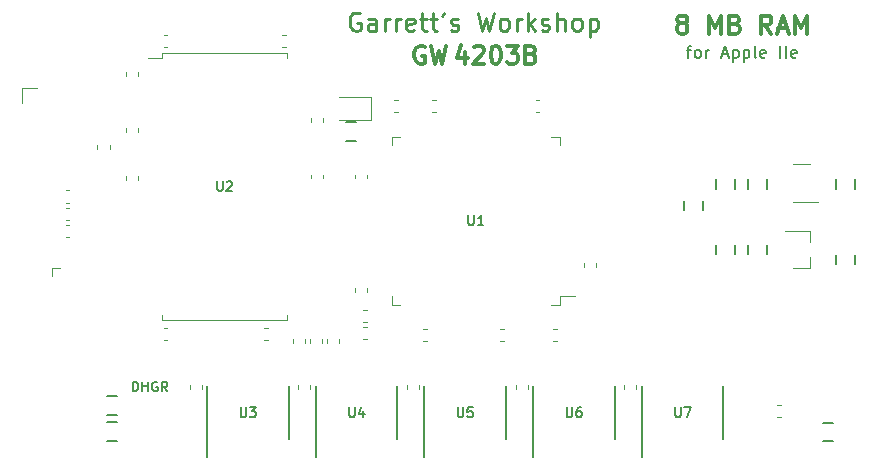
<source format=gto>
G04 #@! TF.GenerationSoftware,KiCad,Pcbnew,(5.1.10-1-10_14)*
G04 #@! TF.CreationDate,2021-06-01T03:31:25-04:00*
G04 #@! TF.ProjectId,RAM2E,52414d32-452e-46b6-9963-61645f706362,2.0*
G04 #@! TF.SameCoordinates,Original*
G04 #@! TF.FileFunction,Legend,Top*
G04 #@! TF.FilePolarity,Positive*
%FSLAX46Y46*%
G04 Gerber Fmt 4.6, Leading zero omitted, Abs format (unit mm)*
G04 Created by KiCad (PCBNEW (5.1.10-1-10_14)) date 2021-06-01 03:31:25*
%MOMM*%
%LPD*%
G01*
G04 APERTURE LIST*
%ADD10C,0.225000*%
%ADD11C,0.203200*%
%ADD12C,0.300000*%
%ADD13C,0.120000*%
%ADD14C,0.152400*%
%ADD15C,0.150000*%
%ADD16C,0.076200*%
%ADD17C,0.100000*%
%ADD18C,1.090600*%
%ADD19C,0.887400*%
%ADD20C,2.474900*%
%ADD21O,1.800000X1.800000*%
%ADD22C,2.000000*%
%ADD23C,2.100000*%
%ADD24C,1.448000*%
G04 APERTURE END LIST*
D10*
X230251000Y-90805000D02*
X230105857Y-90732428D01*
X229888142Y-90732428D01*
X229670428Y-90805000D01*
X229525285Y-90950142D01*
X229452714Y-91095285D01*
X229380142Y-91385571D01*
X229380142Y-91603285D01*
X229452714Y-91893571D01*
X229525285Y-92038714D01*
X229670428Y-92183857D01*
X229888142Y-92256428D01*
X230033285Y-92256428D01*
X230251000Y-92183857D01*
X230323571Y-92111285D01*
X230323571Y-91603285D01*
X230033285Y-91603285D01*
X231629857Y-92256428D02*
X231629857Y-91458142D01*
X231557285Y-91313000D01*
X231412142Y-91240428D01*
X231121857Y-91240428D01*
X230976714Y-91313000D01*
X231629857Y-92183857D02*
X231484714Y-92256428D01*
X231121857Y-92256428D01*
X230976714Y-92183857D01*
X230904142Y-92038714D01*
X230904142Y-91893571D01*
X230976714Y-91748428D01*
X231121857Y-91675857D01*
X231484714Y-91675857D01*
X231629857Y-91603285D01*
X232355571Y-92256428D02*
X232355571Y-91240428D01*
X232355571Y-91530714D02*
X232428142Y-91385571D01*
X232500714Y-91313000D01*
X232645857Y-91240428D01*
X232791000Y-91240428D01*
X233299000Y-92256428D02*
X233299000Y-91240428D01*
X233299000Y-91530714D02*
X233371571Y-91385571D01*
X233444142Y-91313000D01*
X233589285Y-91240428D01*
X233734428Y-91240428D01*
X234823000Y-92183857D02*
X234677857Y-92256428D01*
X234387571Y-92256428D01*
X234242428Y-92183857D01*
X234169857Y-92038714D01*
X234169857Y-91458142D01*
X234242428Y-91313000D01*
X234387571Y-91240428D01*
X234677857Y-91240428D01*
X234823000Y-91313000D01*
X234895571Y-91458142D01*
X234895571Y-91603285D01*
X234169857Y-91748428D01*
X235331000Y-91240428D02*
X235911571Y-91240428D01*
X235548714Y-90732428D02*
X235548714Y-92038714D01*
X235621285Y-92183857D01*
X235766428Y-92256428D01*
X235911571Y-92256428D01*
X236201857Y-91240428D02*
X236782428Y-91240428D01*
X236419571Y-90732428D02*
X236419571Y-92038714D01*
X236492142Y-92183857D01*
X236637285Y-92256428D01*
X236782428Y-92256428D01*
X237363000Y-90732428D02*
X237363000Y-90805000D01*
X237290428Y-90950142D01*
X237217857Y-91022714D01*
X237943571Y-92183857D02*
X238088714Y-92256428D01*
X238379000Y-92256428D01*
X238524142Y-92183857D01*
X238596714Y-92038714D01*
X238596714Y-91966142D01*
X238524142Y-91821000D01*
X238379000Y-91748428D01*
X238161285Y-91748428D01*
X238016142Y-91675857D01*
X237943571Y-91530714D01*
X237943571Y-91458142D01*
X238016142Y-91313000D01*
X238161285Y-91240428D01*
X238379000Y-91240428D01*
X238524142Y-91313000D01*
X240265857Y-90732428D02*
X240628714Y-92256428D01*
X240919000Y-91167857D01*
X241209285Y-92256428D01*
X241572142Y-90732428D01*
X242370428Y-92256428D02*
X242225285Y-92183857D01*
X242152714Y-92111285D01*
X242080142Y-91966142D01*
X242080142Y-91530714D01*
X242152714Y-91385571D01*
X242225285Y-91313000D01*
X242370428Y-91240428D01*
X242588142Y-91240428D01*
X242733285Y-91313000D01*
X242805857Y-91385571D01*
X242878428Y-91530714D01*
X242878428Y-91966142D01*
X242805857Y-92111285D01*
X242733285Y-92183857D01*
X242588142Y-92256428D01*
X242370428Y-92256428D01*
X243531571Y-92256428D02*
X243531571Y-91240428D01*
X243531571Y-91530714D02*
X243604142Y-91385571D01*
X243676714Y-91313000D01*
X243821857Y-91240428D01*
X243967000Y-91240428D01*
X244475000Y-92256428D02*
X244475000Y-90732428D01*
X244620142Y-91675857D02*
X245055571Y-92256428D01*
X245055571Y-91240428D02*
X244475000Y-91821000D01*
X245636142Y-92183857D02*
X245781285Y-92256428D01*
X246071571Y-92256428D01*
X246216714Y-92183857D01*
X246289285Y-92038714D01*
X246289285Y-91966142D01*
X246216714Y-91821000D01*
X246071571Y-91748428D01*
X245853857Y-91748428D01*
X245708714Y-91675857D01*
X245636142Y-91530714D01*
X245636142Y-91458142D01*
X245708714Y-91313000D01*
X245853857Y-91240428D01*
X246071571Y-91240428D01*
X246216714Y-91313000D01*
X246942428Y-92256428D02*
X246942428Y-90732428D01*
X247595571Y-92256428D02*
X247595571Y-91458142D01*
X247523000Y-91313000D01*
X247377857Y-91240428D01*
X247160142Y-91240428D01*
X247015000Y-91313000D01*
X246942428Y-91385571D01*
X248539000Y-92256428D02*
X248393857Y-92183857D01*
X248321285Y-92111285D01*
X248248714Y-91966142D01*
X248248714Y-91530714D01*
X248321285Y-91385571D01*
X248393857Y-91313000D01*
X248539000Y-91240428D01*
X248756714Y-91240428D01*
X248901857Y-91313000D01*
X248974428Y-91385571D01*
X249047000Y-91530714D01*
X249047000Y-91966142D01*
X248974428Y-92111285D01*
X248901857Y-92183857D01*
X248756714Y-92256428D01*
X248539000Y-92256428D01*
X249700142Y-91240428D02*
X249700142Y-92764428D01*
X249700142Y-91313000D02*
X249845285Y-91240428D01*
X250135571Y-91240428D01*
X250280714Y-91313000D01*
X250353285Y-91385571D01*
X250425857Y-91530714D01*
X250425857Y-91966142D01*
X250353285Y-92111285D01*
X250280714Y-92183857D01*
X250135571Y-92256428D01*
X249845285Y-92256428D01*
X249700142Y-92183857D01*
D11*
X211019571Y-122795695D02*
X211019571Y-121982895D01*
X211213095Y-121982895D01*
X211329209Y-122021600D01*
X211406619Y-122099009D01*
X211445323Y-122176419D01*
X211484028Y-122331238D01*
X211484028Y-122447352D01*
X211445323Y-122602171D01*
X211406619Y-122679580D01*
X211329209Y-122756990D01*
X211213095Y-122795695D01*
X211019571Y-122795695D01*
X211832371Y-122795695D02*
X211832371Y-121982895D01*
X211832371Y-122369942D02*
X212296828Y-122369942D01*
X212296828Y-122795695D02*
X212296828Y-121982895D01*
X213109628Y-122021600D02*
X213032219Y-121982895D01*
X212916104Y-121982895D01*
X212799990Y-122021600D01*
X212722580Y-122099009D01*
X212683876Y-122176419D01*
X212645171Y-122331238D01*
X212645171Y-122447352D01*
X212683876Y-122602171D01*
X212722580Y-122679580D01*
X212799990Y-122756990D01*
X212916104Y-122795695D01*
X212993514Y-122795695D01*
X213109628Y-122756990D01*
X213148333Y-122718285D01*
X213148333Y-122447352D01*
X212993514Y-122447352D01*
X213961133Y-122795695D02*
X213690200Y-122408647D01*
X213496676Y-122795695D02*
X213496676Y-121982895D01*
X213806314Y-121982895D01*
X213883723Y-122021600D01*
X213922428Y-122060304D01*
X213961133Y-122137714D01*
X213961133Y-122253828D01*
X213922428Y-122331238D01*
X213883723Y-122369942D01*
X213806314Y-122408647D01*
X213496676Y-122408647D01*
D12*
X239193000Y-94039571D02*
X239193000Y-95039571D01*
X238835857Y-93468142D02*
X238478714Y-94539571D01*
X239407285Y-94539571D01*
X239907285Y-93682428D02*
X239978714Y-93611000D01*
X240121571Y-93539571D01*
X240478714Y-93539571D01*
X240621571Y-93611000D01*
X240693000Y-93682428D01*
X240764428Y-93825285D01*
X240764428Y-93968142D01*
X240693000Y-94182428D01*
X239835857Y-95039571D01*
X240764428Y-95039571D01*
X241693000Y-93539571D02*
X241835857Y-93539571D01*
X241978714Y-93611000D01*
X242050142Y-93682428D01*
X242121571Y-93825285D01*
X242193000Y-94111000D01*
X242193000Y-94468142D01*
X242121571Y-94753857D01*
X242050142Y-94896714D01*
X241978714Y-94968142D01*
X241835857Y-95039571D01*
X241693000Y-95039571D01*
X241550142Y-94968142D01*
X241478714Y-94896714D01*
X241407285Y-94753857D01*
X241335857Y-94468142D01*
X241335857Y-94111000D01*
X241407285Y-93825285D01*
X241478714Y-93682428D01*
X241550142Y-93611000D01*
X241693000Y-93539571D01*
X242693000Y-93539571D02*
X243621571Y-93539571D01*
X243121571Y-94111000D01*
X243335857Y-94111000D01*
X243478714Y-94182428D01*
X243550142Y-94253857D01*
X243621571Y-94396714D01*
X243621571Y-94753857D01*
X243550142Y-94896714D01*
X243478714Y-94968142D01*
X243335857Y-95039571D01*
X242907285Y-95039571D01*
X242764428Y-94968142D01*
X242693000Y-94896714D01*
X244764428Y-94253857D02*
X244978714Y-94325285D01*
X245050142Y-94396714D01*
X245121571Y-94539571D01*
X245121571Y-94753857D01*
X245050142Y-94896714D01*
X244978714Y-94968142D01*
X244835857Y-95039571D01*
X244264428Y-95039571D01*
X244264428Y-93539571D01*
X244764428Y-93539571D01*
X244907285Y-93611000D01*
X244978714Y-93682428D01*
X245050142Y-93825285D01*
X245050142Y-93968142D01*
X244978714Y-94111000D01*
X244907285Y-94182428D01*
X244764428Y-94253857D01*
X244264428Y-94253857D01*
X257410857Y-91639571D02*
X257265714Y-91567000D01*
X257193142Y-91494428D01*
X257120571Y-91349285D01*
X257120571Y-91276714D01*
X257193142Y-91131571D01*
X257265714Y-91059000D01*
X257410857Y-90986428D01*
X257701142Y-90986428D01*
X257846285Y-91059000D01*
X257918857Y-91131571D01*
X257991428Y-91276714D01*
X257991428Y-91349285D01*
X257918857Y-91494428D01*
X257846285Y-91567000D01*
X257701142Y-91639571D01*
X257410857Y-91639571D01*
X257265714Y-91712142D01*
X257193142Y-91784714D01*
X257120571Y-91929857D01*
X257120571Y-92220142D01*
X257193142Y-92365285D01*
X257265714Y-92437857D01*
X257410857Y-92510428D01*
X257701142Y-92510428D01*
X257846285Y-92437857D01*
X257918857Y-92365285D01*
X257991428Y-92220142D01*
X257991428Y-91929857D01*
X257918857Y-91784714D01*
X257846285Y-91712142D01*
X257701142Y-91639571D01*
X259805714Y-92510428D02*
X259805714Y-90986428D01*
X260313714Y-92075000D01*
X260821714Y-90986428D01*
X260821714Y-92510428D01*
X262055428Y-91712142D02*
X262273142Y-91784714D01*
X262345714Y-91857285D01*
X262418285Y-92002428D01*
X262418285Y-92220142D01*
X262345714Y-92365285D01*
X262273142Y-92437857D01*
X262128000Y-92510428D01*
X261547428Y-92510428D01*
X261547428Y-90986428D01*
X262055428Y-90986428D01*
X262200571Y-91059000D01*
X262273142Y-91131571D01*
X262345714Y-91276714D01*
X262345714Y-91421857D01*
X262273142Y-91567000D01*
X262200571Y-91639571D01*
X262055428Y-91712142D01*
X261547428Y-91712142D01*
X265103428Y-92510428D02*
X264595428Y-91784714D01*
X264232571Y-92510428D02*
X264232571Y-90986428D01*
X264813142Y-90986428D01*
X264958285Y-91059000D01*
X265030857Y-91131571D01*
X265103428Y-91276714D01*
X265103428Y-91494428D01*
X265030857Y-91639571D01*
X264958285Y-91712142D01*
X264813142Y-91784714D01*
X264232571Y-91784714D01*
X265684000Y-92075000D02*
X266409714Y-92075000D01*
X265538857Y-92510428D02*
X266046857Y-90986428D01*
X266554857Y-92510428D01*
X267062857Y-92510428D02*
X267062857Y-90986428D01*
X267570857Y-92075000D01*
X268078857Y-90986428D01*
X268078857Y-92510428D01*
X235731571Y-93611000D02*
X235588714Y-93539571D01*
X235374428Y-93539571D01*
X235160142Y-93611000D01*
X235017285Y-93753857D01*
X234945857Y-93896714D01*
X234874428Y-94182428D01*
X234874428Y-94396714D01*
X234945857Y-94682428D01*
X235017285Y-94825285D01*
X235160142Y-94968142D01*
X235374428Y-95039571D01*
X235517285Y-95039571D01*
X235731571Y-94968142D01*
X235803000Y-94896714D01*
X235803000Y-94396714D01*
X235517285Y-94396714D01*
X236303000Y-93539571D02*
X236660142Y-95039571D01*
X236945857Y-93968142D01*
X237231571Y-95039571D01*
X237588714Y-93539571D01*
D11*
X257918857Y-93889285D02*
X258305904Y-93889285D01*
X258064000Y-94566619D02*
X258064000Y-93695761D01*
X258112380Y-93599000D01*
X258209142Y-93550619D01*
X258305904Y-93550619D01*
X258789714Y-94566619D02*
X258692952Y-94518238D01*
X258644571Y-94469857D01*
X258596190Y-94373095D01*
X258596190Y-94082809D01*
X258644571Y-93986047D01*
X258692952Y-93937666D01*
X258789714Y-93889285D01*
X258934857Y-93889285D01*
X259031619Y-93937666D01*
X259080000Y-93986047D01*
X259128380Y-94082809D01*
X259128380Y-94373095D01*
X259080000Y-94469857D01*
X259031619Y-94518238D01*
X258934857Y-94566619D01*
X258789714Y-94566619D01*
X259563809Y-94566619D02*
X259563809Y-93889285D01*
X259563809Y-94082809D02*
X259612190Y-93986047D01*
X259660571Y-93937666D01*
X259757333Y-93889285D01*
X259854095Y-93889285D01*
X260918476Y-94276333D02*
X261402285Y-94276333D01*
X260821714Y-94566619D02*
X261160380Y-93550619D01*
X261499047Y-94566619D01*
X261837714Y-93889285D02*
X261837714Y-94905285D01*
X261837714Y-93937666D02*
X261934476Y-93889285D01*
X262128000Y-93889285D01*
X262224761Y-93937666D01*
X262273142Y-93986047D01*
X262321523Y-94082809D01*
X262321523Y-94373095D01*
X262273142Y-94469857D01*
X262224761Y-94518238D01*
X262128000Y-94566619D01*
X261934476Y-94566619D01*
X261837714Y-94518238D01*
X262756952Y-93889285D02*
X262756952Y-94905285D01*
X262756952Y-93937666D02*
X262853714Y-93889285D01*
X263047238Y-93889285D01*
X263144000Y-93937666D01*
X263192380Y-93986047D01*
X263240761Y-94082809D01*
X263240761Y-94373095D01*
X263192380Y-94469857D01*
X263144000Y-94518238D01*
X263047238Y-94566619D01*
X262853714Y-94566619D01*
X262756952Y-94518238D01*
X263821333Y-94566619D02*
X263724571Y-94518238D01*
X263676190Y-94421476D01*
X263676190Y-93550619D01*
X264595428Y-94518238D02*
X264498666Y-94566619D01*
X264305142Y-94566619D01*
X264208380Y-94518238D01*
X264160000Y-94421476D01*
X264160000Y-94034428D01*
X264208380Y-93937666D01*
X264305142Y-93889285D01*
X264498666Y-93889285D01*
X264595428Y-93937666D01*
X264643809Y-94034428D01*
X264643809Y-94131190D01*
X264160000Y-94227952D01*
X265853333Y-94566619D02*
X265853333Y-93550619D01*
X266337142Y-94566619D02*
X266337142Y-93550619D01*
X267208000Y-94518238D02*
X267111238Y-94566619D01*
X266917714Y-94566619D01*
X266820952Y-94518238D01*
X266772571Y-94421476D01*
X266772571Y-94034428D01*
X266820952Y-93937666D01*
X266917714Y-93889285D01*
X267111238Y-93889285D01*
X267208000Y-93937666D01*
X267256380Y-94034428D01*
X267256380Y-94131190D01*
X266772571Y-94227952D01*
D13*
X228500000Y-99810000D02*
X231185000Y-99810000D01*
X231185000Y-99810000D02*
X231185000Y-97890000D01*
X231185000Y-97890000D02*
X228500000Y-97890000D01*
D14*
X229093600Y-100000000D02*
X229906400Y-100000000D01*
X229093600Y-101600000D02*
X229906400Y-101600000D01*
D13*
X228510000Y-118387221D02*
X228510000Y-118712779D01*
X227490000Y-118387221D02*
X227490000Y-118712779D01*
X226040000Y-118387221D02*
X226040000Y-118712779D01*
X227060000Y-118387221D02*
X227060000Y-118712779D01*
X209060000Y-102262779D02*
X209060000Y-101937221D01*
X208040000Y-102262779D02*
X208040000Y-101937221D01*
X230537221Y-116910000D02*
X230862779Y-116910000D01*
X230537221Y-115890000D02*
X230862779Y-115890000D01*
X230537221Y-117340000D02*
X230862779Y-117340000D01*
X230537221Y-118360000D02*
X230862779Y-118360000D01*
X205662779Y-108690000D02*
X205337221Y-108690000D01*
X205662779Y-109710000D02*
X205337221Y-109710000D01*
X233640000Y-101240000D02*
X232940000Y-101240000D01*
X232940000Y-101240000D02*
X232940000Y-101940000D01*
X246460000Y-101240000D02*
X247160000Y-101240000D01*
X247160000Y-101240000D02*
X247160000Y-101940000D01*
X233640000Y-115460000D02*
X232940000Y-115460000D01*
X232940000Y-115460000D02*
X232940000Y-114760000D01*
X246460000Y-115460000D02*
X247160000Y-115460000D01*
X247160000Y-115460000D02*
X247160000Y-114760000D01*
X247160000Y-114760000D02*
X248450000Y-114760000D01*
X204216000Y-112395000D02*
X204851000Y-112395000D01*
X204216000Y-113030000D02*
X204216000Y-112395000D01*
X233462779Y-98140000D02*
X233137221Y-98140000D01*
X233462779Y-99160000D02*
X233137221Y-99160000D01*
X246637221Y-118560000D02*
X246962779Y-118560000D01*
X246637221Y-117540000D02*
X246962779Y-117540000D01*
X234240000Y-122237221D02*
X234240000Y-122562779D01*
X235260000Y-122237221D02*
X235260000Y-122562779D01*
X266890000Y-106730000D02*
X269050000Y-106730000D01*
X266890000Y-103570000D02*
X268350000Y-103570000D01*
D14*
X259300000Y-107456400D02*
X259300000Y-106643600D01*
X257700000Y-107456400D02*
X257700000Y-106643600D01*
D13*
X201616000Y-97095000D02*
X202946000Y-97095000D01*
X201616000Y-98425000D02*
X201616000Y-97095000D01*
X265587221Y-125010000D02*
X265912779Y-125010000D01*
X265587221Y-123990000D02*
X265912779Y-123990000D01*
X225610000Y-118387221D02*
X225610000Y-118712779D01*
X224590000Y-118387221D02*
X224590000Y-118712779D01*
X222137221Y-117440000D02*
X222462779Y-117440000D01*
X222137221Y-118460000D02*
X222462779Y-118460000D01*
X213637221Y-93660000D02*
X213962779Y-93660000D01*
X213637221Y-92640000D02*
X213962779Y-92640000D01*
X268410000Y-112380000D02*
X268410000Y-111450000D01*
X268410000Y-109220000D02*
X268410000Y-110150000D01*
X268410000Y-109220000D02*
X266250000Y-109220000D01*
X268410000Y-112380000D02*
X266950000Y-112380000D01*
D15*
X226525000Y-128350000D02*
X226525000Y-122375000D01*
X233425000Y-126825000D02*
X233425000Y-122375000D01*
X217325000Y-128350000D02*
X217325000Y-122375000D01*
X224225000Y-126825000D02*
X224225000Y-122375000D01*
X254125000Y-128350000D02*
X254125000Y-122375000D01*
X261025000Y-126825000D02*
X261025000Y-122375000D01*
X244925000Y-128350000D02*
X244925000Y-122375000D01*
X251825000Y-126825000D02*
X251825000Y-122375000D01*
X235725000Y-128350000D02*
X235725000Y-122375000D01*
X242625000Y-126825000D02*
X242625000Y-122375000D01*
D14*
X208889600Y-124815500D02*
X209702400Y-124815500D01*
X208889600Y-123215500D02*
X209702400Y-123215500D01*
X208889600Y-126974500D02*
X209702400Y-126974500D01*
X208889600Y-125374500D02*
X209702400Y-125374500D01*
X270281400Y-125438000D02*
X269468600Y-125438000D01*
X270281400Y-127038000D02*
X269468600Y-127038000D01*
X270550000Y-111243600D02*
X270550000Y-112056400D01*
X272150000Y-111243600D02*
X272150000Y-112056400D01*
D13*
X252640000Y-122237221D02*
X252640000Y-122562779D01*
X253660000Y-122237221D02*
X253660000Y-122562779D01*
X215840000Y-122237221D02*
X215840000Y-122562779D01*
X216860000Y-122237221D02*
X216860000Y-122562779D01*
X212300000Y-94550000D02*
X213500000Y-94550000D01*
X213500000Y-94550000D02*
X213500000Y-94150000D01*
X213500000Y-94150000D02*
X224100000Y-94150000D01*
X213500000Y-116750000D02*
X224100000Y-116750000D01*
X224100000Y-94150000D02*
X224100000Y-94550000D01*
X224100000Y-116350000D02*
X224100000Y-116750000D01*
X213500000Y-116350000D02*
X213500000Y-116750000D01*
X223637221Y-93660000D02*
X223962779Y-93660000D01*
X223637221Y-92640000D02*
X223962779Y-92640000D01*
X225040000Y-122237221D02*
X225040000Y-122562779D01*
X226060000Y-122237221D02*
X226060000Y-122562779D01*
X243440000Y-122237221D02*
X243440000Y-122562779D01*
X244460000Y-122237221D02*
X244460000Y-122562779D01*
X226090000Y-99637221D02*
X226090000Y-99962779D01*
X227110000Y-99637221D02*
X227110000Y-99962779D01*
X211510000Y-104862779D02*
X211510000Y-104537221D01*
X210490000Y-104862779D02*
X210490000Y-104537221D01*
X211510000Y-96062779D02*
X211510000Y-95737221D01*
X210490000Y-96062779D02*
X210490000Y-95737221D01*
X211510000Y-100862779D02*
X211510000Y-100537221D01*
X210490000Y-100862779D02*
X210490000Y-100537221D01*
X226090000Y-104437221D02*
X226090000Y-104762779D01*
X227110000Y-104437221D02*
X227110000Y-104762779D01*
X213637221Y-118460000D02*
X213962779Y-118460000D01*
X213637221Y-117440000D02*
X213962779Y-117440000D01*
D14*
X260400000Y-111206400D02*
X260400000Y-110393600D01*
X262000000Y-111206400D02*
X262000000Y-110393600D01*
X263100000Y-111206400D02*
X263100000Y-110393600D01*
X264700000Y-111206400D02*
X264700000Y-110393600D01*
X264700000Y-105656400D02*
X264700000Y-104843600D01*
X263100000Y-105656400D02*
X263100000Y-104843600D01*
X260400000Y-105656400D02*
X260400000Y-104843600D01*
X262000000Y-105656400D02*
X262000000Y-104843600D01*
X270550000Y-105656400D02*
X270550000Y-104843600D01*
X272150000Y-105656400D02*
X272150000Y-104843600D01*
D13*
X236387221Y-99160000D02*
X236712779Y-99160000D01*
X236387221Y-98140000D02*
X236712779Y-98140000D01*
X230860000Y-104437221D02*
X230860000Y-104762779D01*
X229840000Y-104437221D02*
X229840000Y-104762779D01*
X230860000Y-114037221D02*
X230860000Y-114362779D01*
X229840000Y-114037221D02*
X229840000Y-114362779D01*
X235962779Y-118560000D02*
X235637221Y-118560000D01*
X235962779Y-117540000D02*
X235637221Y-117540000D01*
X242462779Y-117540000D02*
X242137221Y-117540000D01*
X242462779Y-118560000D02*
X242137221Y-118560000D01*
X250260000Y-112262779D02*
X250260000Y-111937221D01*
X249240000Y-112262779D02*
X249240000Y-111937221D01*
X245462779Y-99160000D02*
X245137221Y-99160000D01*
X245462779Y-98140000D02*
X245137221Y-98140000D01*
X205662779Y-106810000D02*
X205337221Y-106810000D01*
X205662779Y-105790000D02*
X205337221Y-105790000D01*
X205662779Y-107240000D02*
X205337221Y-107240000D01*
X205662779Y-108260000D02*
X205337221Y-108260000D01*
D11*
X239430723Y-107904895D02*
X239430723Y-108562876D01*
X239469428Y-108640285D01*
X239508133Y-108678990D01*
X239585542Y-108717695D01*
X239740361Y-108717695D01*
X239817771Y-108678990D01*
X239856476Y-108640285D01*
X239895180Y-108562876D01*
X239895180Y-107904895D01*
X240707980Y-108717695D02*
X240243523Y-108717695D01*
X240475752Y-108717695D02*
X240475752Y-107904895D01*
X240398342Y-108021009D01*
X240320933Y-108098419D01*
X240243523Y-108137123D01*
X229355723Y-124154895D02*
X229355723Y-124812876D01*
X229394428Y-124890285D01*
X229433133Y-124928990D01*
X229510542Y-124967695D01*
X229665361Y-124967695D01*
X229742771Y-124928990D01*
X229781476Y-124890285D01*
X229820180Y-124812876D01*
X229820180Y-124154895D01*
X230555571Y-124425828D02*
X230555571Y-124967695D01*
X230362047Y-124116190D02*
X230168523Y-124696761D01*
X230671685Y-124696761D01*
X220155723Y-124154895D02*
X220155723Y-124812876D01*
X220194428Y-124890285D01*
X220233133Y-124928990D01*
X220310542Y-124967695D01*
X220465361Y-124967695D01*
X220542771Y-124928990D01*
X220581476Y-124890285D01*
X220620180Y-124812876D01*
X220620180Y-124154895D01*
X220929819Y-124154895D02*
X221432980Y-124154895D01*
X221162047Y-124464533D01*
X221278161Y-124464533D01*
X221355571Y-124503238D01*
X221394276Y-124541942D01*
X221432980Y-124619352D01*
X221432980Y-124812876D01*
X221394276Y-124890285D01*
X221355571Y-124928990D01*
X221278161Y-124967695D01*
X221045933Y-124967695D01*
X220968523Y-124928990D01*
X220929819Y-124890285D01*
X256955723Y-124154895D02*
X256955723Y-124812876D01*
X256994428Y-124890285D01*
X257033133Y-124928990D01*
X257110542Y-124967695D01*
X257265361Y-124967695D01*
X257342771Y-124928990D01*
X257381476Y-124890285D01*
X257420180Y-124812876D01*
X257420180Y-124154895D01*
X257729819Y-124154895D02*
X258271685Y-124154895D01*
X257923342Y-124967695D01*
X247755723Y-124154895D02*
X247755723Y-124812876D01*
X247794428Y-124890285D01*
X247833133Y-124928990D01*
X247910542Y-124967695D01*
X248065361Y-124967695D01*
X248142771Y-124928990D01*
X248181476Y-124890285D01*
X248220180Y-124812876D01*
X248220180Y-124154895D01*
X248955571Y-124154895D02*
X248800752Y-124154895D01*
X248723342Y-124193600D01*
X248684638Y-124232304D01*
X248607228Y-124348419D01*
X248568523Y-124503238D01*
X248568523Y-124812876D01*
X248607228Y-124890285D01*
X248645933Y-124928990D01*
X248723342Y-124967695D01*
X248878161Y-124967695D01*
X248955571Y-124928990D01*
X248994276Y-124890285D01*
X249032980Y-124812876D01*
X249032980Y-124619352D01*
X248994276Y-124541942D01*
X248955571Y-124503238D01*
X248878161Y-124464533D01*
X248723342Y-124464533D01*
X248645933Y-124503238D01*
X248607228Y-124541942D01*
X248568523Y-124619352D01*
X238555723Y-124154895D02*
X238555723Y-124812876D01*
X238594428Y-124890285D01*
X238633133Y-124928990D01*
X238710542Y-124967695D01*
X238865361Y-124967695D01*
X238942771Y-124928990D01*
X238981476Y-124890285D01*
X239020180Y-124812876D01*
X239020180Y-124154895D01*
X239794276Y-124154895D02*
X239407228Y-124154895D01*
X239368523Y-124541942D01*
X239407228Y-124503238D01*
X239484638Y-124464533D01*
X239678161Y-124464533D01*
X239755571Y-124503238D01*
X239794276Y-124541942D01*
X239832980Y-124619352D01*
X239832980Y-124812876D01*
X239794276Y-124890285D01*
X239755571Y-124928990D01*
X239678161Y-124967695D01*
X239484638Y-124967695D01*
X239407228Y-124928990D01*
X239368523Y-124890285D01*
X218180723Y-105004895D02*
X218180723Y-105662876D01*
X218219428Y-105740285D01*
X218258133Y-105778990D01*
X218335542Y-105817695D01*
X218490361Y-105817695D01*
X218567771Y-105778990D01*
X218606476Y-105740285D01*
X218645180Y-105662876D01*
X218645180Y-105004895D01*
X218993523Y-105082304D02*
X219032228Y-105043600D01*
X219109638Y-105004895D01*
X219303161Y-105004895D01*
X219380571Y-105043600D01*
X219419276Y-105082304D01*
X219457980Y-105159714D01*
X219457980Y-105237123D01*
X219419276Y-105353238D01*
X218954819Y-105817695D01*
X219457980Y-105817695D01*
%LPC*%
D16*
G36*
X213360000Y-124460000D02*
G01*
X211582000Y-124460000D01*
X211582000Y-123571000D01*
X213360000Y-123571000D01*
X213360000Y-124460000D01*
G37*
X213360000Y-124460000D02*
X211582000Y-124460000D01*
X211582000Y-123571000D01*
X213360000Y-123571000D01*
X213360000Y-124460000D01*
D17*
G36*
X276860000Y-139446000D02*
G01*
X276352000Y-139954000D01*
X198628000Y-139954000D01*
X198120000Y-139446000D01*
X198120000Y-132080000D01*
X276860000Y-132080000D01*
X276860000Y-139446000D01*
G37*
G36*
G01*
X229100000Y-98368750D02*
X229100000Y-99331250D01*
G75*
G02*
X228831250Y-99600000I-268750J0D01*
G01*
X228293750Y-99600000D01*
G75*
G02*
X228025000Y-99331250I0J268750D01*
G01*
X228025000Y-98368750D01*
G75*
G02*
X228293750Y-98100000I268750J0D01*
G01*
X228831250Y-98100000D01*
G75*
G02*
X229100000Y-98368750I0J-268750D01*
G01*
G37*
G36*
G01*
X230975000Y-98368750D02*
X230975000Y-99331250D01*
G75*
G02*
X230706250Y-99600000I-268750J0D01*
G01*
X230168750Y-99600000D01*
G75*
G02*
X229900000Y-99331250I0J268750D01*
G01*
X229900000Y-98368750D01*
G75*
G02*
X230168750Y-98100000I268750J0D01*
G01*
X230706250Y-98100000D01*
G75*
G02*
X230975000Y-98368750I0J-268750D01*
G01*
G37*
G36*
G01*
X229975000Y-101312500D02*
X229975000Y-100287500D01*
G75*
G02*
X230212500Y-100050000I237500J0D01*
G01*
X230687500Y-100050000D01*
G75*
G02*
X230925000Y-100287500I0J-237500D01*
G01*
X230925000Y-101312500D01*
G75*
G02*
X230687500Y-101550000I-237500J0D01*
G01*
X230212500Y-101550000D01*
G75*
G02*
X229975000Y-101312500I0J237500D01*
G01*
G37*
G36*
G01*
X228075000Y-101312500D02*
X228075000Y-100287500D01*
G75*
G02*
X228312500Y-100050000I237500J0D01*
G01*
X228787500Y-100050000D01*
G75*
G02*
X229025000Y-100287500I0J-237500D01*
G01*
X229025000Y-101312500D01*
G75*
G02*
X228787500Y-101550000I-237500J0D01*
G01*
X228312500Y-101550000D01*
G75*
G02*
X228075000Y-101312500I0J237500D01*
G01*
G37*
G36*
G01*
X227675000Y-117350000D02*
X228325000Y-117350000D01*
G75*
G02*
X228525000Y-117550000I0J-200000D01*
G01*
X228525000Y-117950000D01*
G75*
G02*
X228325000Y-118150000I-200000J0D01*
G01*
X227675000Y-118150000D01*
G75*
G02*
X227475000Y-117950000I0J200000D01*
G01*
X227475000Y-117550000D01*
G75*
G02*
X227675000Y-117350000I200000J0D01*
G01*
G37*
G36*
G01*
X227675000Y-118950000D02*
X228325000Y-118950000D01*
G75*
G02*
X228525000Y-119150000I0J-200000D01*
G01*
X228525000Y-119550000D01*
G75*
G02*
X228325000Y-119750000I-200000J0D01*
G01*
X227675000Y-119750000D01*
G75*
G02*
X227475000Y-119550000I0J200000D01*
G01*
X227475000Y-119150000D01*
G75*
G02*
X227675000Y-118950000I200000J0D01*
G01*
G37*
G36*
G01*
X226225000Y-118950000D02*
X226875000Y-118950000D01*
G75*
G02*
X227075000Y-119150000I0J-200000D01*
G01*
X227075000Y-119550000D01*
G75*
G02*
X226875000Y-119750000I-200000J0D01*
G01*
X226225000Y-119750000D01*
G75*
G02*
X226025000Y-119550000I0J200000D01*
G01*
X226025000Y-119150000D01*
G75*
G02*
X226225000Y-118950000I200000J0D01*
G01*
G37*
G36*
G01*
X226225000Y-117350000D02*
X226875000Y-117350000D01*
G75*
G02*
X227075000Y-117550000I0J-200000D01*
G01*
X227075000Y-117950000D01*
G75*
G02*
X226875000Y-118150000I-200000J0D01*
G01*
X226225000Y-118150000D01*
G75*
G02*
X226025000Y-117950000I0J200000D01*
G01*
X226025000Y-117550000D01*
G75*
G02*
X226225000Y-117350000I200000J0D01*
G01*
G37*
G36*
G01*
X208875000Y-101700000D02*
X208225000Y-101700000D01*
G75*
G02*
X208025000Y-101500000I0J200000D01*
G01*
X208025000Y-101100000D01*
G75*
G02*
X208225000Y-100900000I200000J0D01*
G01*
X208875000Y-100900000D01*
G75*
G02*
X209075000Y-101100000I0J-200000D01*
G01*
X209075000Y-101500000D01*
G75*
G02*
X208875000Y-101700000I-200000J0D01*
G01*
G37*
G36*
G01*
X208875000Y-103300000D02*
X208225000Y-103300000D01*
G75*
G02*
X208025000Y-103100000I0J200000D01*
G01*
X208025000Y-102700000D01*
G75*
G02*
X208225000Y-102500000I200000J0D01*
G01*
X208875000Y-102500000D01*
G75*
G02*
X209075000Y-102700000I0J-200000D01*
G01*
X209075000Y-103100000D01*
G75*
G02*
X208875000Y-103300000I-200000J0D01*
G01*
G37*
G36*
G01*
X231100000Y-116725000D02*
X231100000Y-116075000D01*
G75*
G02*
X231300000Y-115875000I200000J0D01*
G01*
X231700000Y-115875000D01*
G75*
G02*
X231900000Y-116075000I0J-200000D01*
G01*
X231900000Y-116725000D01*
G75*
G02*
X231700000Y-116925000I-200000J0D01*
G01*
X231300000Y-116925000D01*
G75*
G02*
X231100000Y-116725000I0J200000D01*
G01*
G37*
G36*
G01*
X229500000Y-116725000D02*
X229500000Y-116075000D01*
G75*
G02*
X229700000Y-115875000I200000J0D01*
G01*
X230100000Y-115875000D01*
G75*
G02*
X230300000Y-116075000I0J-200000D01*
G01*
X230300000Y-116725000D01*
G75*
G02*
X230100000Y-116925000I-200000J0D01*
G01*
X229700000Y-116925000D01*
G75*
G02*
X229500000Y-116725000I0J200000D01*
G01*
G37*
G36*
G01*
X229500000Y-118175000D02*
X229500000Y-117525000D01*
G75*
G02*
X229700000Y-117325000I200000J0D01*
G01*
X230100000Y-117325000D01*
G75*
G02*
X230300000Y-117525000I0J-200000D01*
G01*
X230300000Y-118175000D01*
G75*
G02*
X230100000Y-118375000I-200000J0D01*
G01*
X229700000Y-118375000D01*
G75*
G02*
X229500000Y-118175000I0J200000D01*
G01*
G37*
G36*
G01*
X231100000Y-118175000D02*
X231100000Y-117525000D01*
G75*
G02*
X231300000Y-117325000I200000J0D01*
G01*
X231700000Y-117325000D01*
G75*
G02*
X231900000Y-117525000I0J-200000D01*
G01*
X231900000Y-118175000D01*
G75*
G02*
X231700000Y-118375000I-200000J0D01*
G01*
X231300000Y-118375000D01*
G75*
G02*
X231100000Y-118175000I0J200000D01*
G01*
G37*
G36*
G01*
X205100000Y-108875000D02*
X205100000Y-109525000D01*
G75*
G02*
X204900000Y-109725000I-200000J0D01*
G01*
X204500000Y-109725000D01*
G75*
G02*
X204300000Y-109525000I0J200000D01*
G01*
X204300000Y-108875000D01*
G75*
G02*
X204500000Y-108675000I200000J0D01*
G01*
X204900000Y-108675000D01*
G75*
G02*
X205100000Y-108875000I0J-200000D01*
G01*
G37*
G36*
G01*
X206700000Y-108875000D02*
X206700000Y-109525000D01*
G75*
G02*
X206500000Y-109725000I-200000J0D01*
G01*
X206100000Y-109725000D01*
G75*
G02*
X205900000Y-109525000I0J200000D01*
G01*
X205900000Y-108875000D01*
G75*
G02*
X206100000Y-108675000I200000J0D01*
G01*
X206500000Y-108675000D01*
G75*
G02*
X206700000Y-108875000I0J-200000D01*
G01*
G37*
G36*
G01*
X248474000Y-114263000D02*
X248474000Y-114437000D01*
G75*
G02*
X248387000Y-114524000I-87000J0D01*
G01*
X247038000Y-114524000D01*
G75*
G02*
X246951000Y-114437000I0J87000D01*
G01*
X246951000Y-114263000D01*
G75*
G02*
X247038000Y-114176000I87000J0D01*
G01*
X248387000Y-114176000D01*
G75*
G02*
X248474000Y-114263000I0J-87000D01*
G01*
G37*
G36*
G01*
X248474000Y-113763000D02*
X248474000Y-113937000D01*
G75*
G02*
X248387000Y-114024000I-87000J0D01*
G01*
X247038000Y-114024000D01*
G75*
G02*
X246951000Y-113937000I0J87000D01*
G01*
X246951000Y-113763000D01*
G75*
G02*
X247038000Y-113676000I87000J0D01*
G01*
X248387000Y-113676000D01*
G75*
G02*
X248474000Y-113763000I0J-87000D01*
G01*
G37*
G36*
G01*
X248474000Y-113263000D02*
X248474000Y-113437000D01*
G75*
G02*
X248387000Y-113524000I-87000J0D01*
G01*
X247038000Y-113524000D01*
G75*
G02*
X246951000Y-113437000I0J87000D01*
G01*
X246951000Y-113263000D01*
G75*
G02*
X247038000Y-113176000I87000J0D01*
G01*
X248387000Y-113176000D01*
G75*
G02*
X248474000Y-113263000I0J-87000D01*
G01*
G37*
G36*
G01*
X248474000Y-112763000D02*
X248474000Y-112937000D01*
G75*
G02*
X248387000Y-113024000I-87000J0D01*
G01*
X247038000Y-113024000D01*
G75*
G02*
X246951000Y-112937000I0J87000D01*
G01*
X246951000Y-112763000D01*
G75*
G02*
X247038000Y-112676000I87000J0D01*
G01*
X248387000Y-112676000D01*
G75*
G02*
X248474000Y-112763000I0J-87000D01*
G01*
G37*
G36*
G01*
X248474000Y-112263000D02*
X248474000Y-112437000D01*
G75*
G02*
X248387000Y-112524000I-87000J0D01*
G01*
X247038000Y-112524000D01*
G75*
G02*
X246951000Y-112437000I0J87000D01*
G01*
X246951000Y-112263000D01*
G75*
G02*
X247038000Y-112176000I87000J0D01*
G01*
X248387000Y-112176000D01*
G75*
G02*
X248474000Y-112263000I0J-87000D01*
G01*
G37*
G36*
G01*
X248474000Y-111763000D02*
X248474000Y-111937000D01*
G75*
G02*
X248387000Y-112024000I-87000J0D01*
G01*
X247038000Y-112024000D01*
G75*
G02*
X246951000Y-111937000I0J87000D01*
G01*
X246951000Y-111763000D01*
G75*
G02*
X247038000Y-111676000I87000J0D01*
G01*
X248387000Y-111676000D01*
G75*
G02*
X248474000Y-111763000I0J-87000D01*
G01*
G37*
G36*
G01*
X248474000Y-111263000D02*
X248474000Y-111437000D01*
G75*
G02*
X248387000Y-111524000I-87000J0D01*
G01*
X247038000Y-111524000D01*
G75*
G02*
X246951000Y-111437000I0J87000D01*
G01*
X246951000Y-111263000D01*
G75*
G02*
X247038000Y-111176000I87000J0D01*
G01*
X248387000Y-111176000D01*
G75*
G02*
X248474000Y-111263000I0J-87000D01*
G01*
G37*
G36*
G01*
X248474000Y-110763000D02*
X248474000Y-110937000D01*
G75*
G02*
X248387000Y-111024000I-87000J0D01*
G01*
X247038000Y-111024000D01*
G75*
G02*
X246951000Y-110937000I0J87000D01*
G01*
X246951000Y-110763000D01*
G75*
G02*
X247038000Y-110676000I87000J0D01*
G01*
X248387000Y-110676000D01*
G75*
G02*
X248474000Y-110763000I0J-87000D01*
G01*
G37*
G36*
G01*
X248474000Y-110263000D02*
X248474000Y-110437000D01*
G75*
G02*
X248387000Y-110524000I-87000J0D01*
G01*
X247038000Y-110524000D01*
G75*
G02*
X246951000Y-110437000I0J87000D01*
G01*
X246951000Y-110263000D01*
G75*
G02*
X247038000Y-110176000I87000J0D01*
G01*
X248387000Y-110176000D01*
G75*
G02*
X248474000Y-110263000I0J-87000D01*
G01*
G37*
G36*
G01*
X248474000Y-109763000D02*
X248474000Y-109937000D01*
G75*
G02*
X248387000Y-110024000I-87000J0D01*
G01*
X247038000Y-110024000D01*
G75*
G02*
X246951000Y-109937000I0J87000D01*
G01*
X246951000Y-109763000D01*
G75*
G02*
X247038000Y-109676000I87000J0D01*
G01*
X248387000Y-109676000D01*
G75*
G02*
X248474000Y-109763000I0J-87000D01*
G01*
G37*
G36*
G01*
X248474000Y-109263000D02*
X248474000Y-109437000D01*
G75*
G02*
X248387000Y-109524000I-87000J0D01*
G01*
X247038000Y-109524000D01*
G75*
G02*
X246951000Y-109437000I0J87000D01*
G01*
X246951000Y-109263000D01*
G75*
G02*
X247038000Y-109176000I87000J0D01*
G01*
X248387000Y-109176000D01*
G75*
G02*
X248474000Y-109263000I0J-87000D01*
G01*
G37*
G36*
G01*
X248474000Y-108763000D02*
X248474000Y-108937000D01*
G75*
G02*
X248387000Y-109024000I-87000J0D01*
G01*
X247038000Y-109024000D01*
G75*
G02*
X246951000Y-108937000I0J87000D01*
G01*
X246951000Y-108763000D01*
G75*
G02*
X247038000Y-108676000I87000J0D01*
G01*
X248387000Y-108676000D01*
G75*
G02*
X248474000Y-108763000I0J-87000D01*
G01*
G37*
G36*
G01*
X248474000Y-108263000D02*
X248474000Y-108437000D01*
G75*
G02*
X248387000Y-108524000I-87000J0D01*
G01*
X247038000Y-108524000D01*
G75*
G02*
X246951000Y-108437000I0J87000D01*
G01*
X246951000Y-108263000D01*
G75*
G02*
X247038000Y-108176000I87000J0D01*
G01*
X248387000Y-108176000D01*
G75*
G02*
X248474000Y-108263000I0J-87000D01*
G01*
G37*
G36*
G01*
X248474000Y-107763000D02*
X248474000Y-107937000D01*
G75*
G02*
X248387000Y-108024000I-87000J0D01*
G01*
X247038000Y-108024000D01*
G75*
G02*
X246951000Y-107937000I0J87000D01*
G01*
X246951000Y-107763000D01*
G75*
G02*
X247038000Y-107676000I87000J0D01*
G01*
X248387000Y-107676000D01*
G75*
G02*
X248474000Y-107763000I0J-87000D01*
G01*
G37*
G36*
G01*
X248474000Y-107263000D02*
X248474000Y-107437000D01*
G75*
G02*
X248387000Y-107524000I-87000J0D01*
G01*
X247038000Y-107524000D01*
G75*
G02*
X246951000Y-107437000I0J87000D01*
G01*
X246951000Y-107263000D01*
G75*
G02*
X247038000Y-107176000I87000J0D01*
G01*
X248387000Y-107176000D01*
G75*
G02*
X248474000Y-107263000I0J-87000D01*
G01*
G37*
G36*
G01*
X248474000Y-106763000D02*
X248474000Y-106937000D01*
G75*
G02*
X248387000Y-107024000I-87000J0D01*
G01*
X247038000Y-107024000D01*
G75*
G02*
X246951000Y-106937000I0J87000D01*
G01*
X246951000Y-106763000D01*
G75*
G02*
X247038000Y-106676000I87000J0D01*
G01*
X248387000Y-106676000D01*
G75*
G02*
X248474000Y-106763000I0J-87000D01*
G01*
G37*
G36*
G01*
X248474000Y-106263000D02*
X248474000Y-106437000D01*
G75*
G02*
X248387000Y-106524000I-87000J0D01*
G01*
X247038000Y-106524000D01*
G75*
G02*
X246951000Y-106437000I0J87000D01*
G01*
X246951000Y-106263000D01*
G75*
G02*
X247038000Y-106176000I87000J0D01*
G01*
X248387000Y-106176000D01*
G75*
G02*
X248474000Y-106263000I0J-87000D01*
G01*
G37*
G36*
G01*
X248474000Y-105763000D02*
X248474000Y-105937000D01*
G75*
G02*
X248387000Y-106024000I-87000J0D01*
G01*
X247038000Y-106024000D01*
G75*
G02*
X246951000Y-105937000I0J87000D01*
G01*
X246951000Y-105763000D01*
G75*
G02*
X247038000Y-105676000I87000J0D01*
G01*
X248387000Y-105676000D01*
G75*
G02*
X248474000Y-105763000I0J-87000D01*
G01*
G37*
G36*
G01*
X248474000Y-105263000D02*
X248474000Y-105437000D01*
G75*
G02*
X248387000Y-105524000I-87000J0D01*
G01*
X247038000Y-105524000D01*
G75*
G02*
X246951000Y-105437000I0J87000D01*
G01*
X246951000Y-105263000D01*
G75*
G02*
X247038000Y-105176000I87000J0D01*
G01*
X248387000Y-105176000D01*
G75*
G02*
X248474000Y-105263000I0J-87000D01*
G01*
G37*
G36*
G01*
X248474000Y-104763000D02*
X248474000Y-104937000D01*
G75*
G02*
X248387000Y-105024000I-87000J0D01*
G01*
X247038000Y-105024000D01*
G75*
G02*
X246951000Y-104937000I0J87000D01*
G01*
X246951000Y-104763000D01*
G75*
G02*
X247038000Y-104676000I87000J0D01*
G01*
X248387000Y-104676000D01*
G75*
G02*
X248474000Y-104763000I0J-87000D01*
G01*
G37*
G36*
G01*
X248474000Y-104263000D02*
X248474000Y-104437000D01*
G75*
G02*
X248387000Y-104524000I-87000J0D01*
G01*
X247038000Y-104524000D01*
G75*
G02*
X246951000Y-104437000I0J87000D01*
G01*
X246951000Y-104263000D01*
G75*
G02*
X247038000Y-104176000I87000J0D01*
G01*
X248387000Y-104176000D01*
G75*
G02*
X248474000Y-104263000I0J-87000D01*
G01*
G37*
G36*
G01*
X248474000Y-103763000D02*
X248474000Y-103937000D01*
G75*
G02*
X248387000Y-104024000I-87000J0D01*
G01*
X247038000Y-104024000D01*
G75*
G02*
X246951000Y-103937000I0J87000D01*
G01*
X246951000Y-103763000D01*
G75*
G02*
X247038000Y-103676000I87000J0D01*
G01*
X248387000Y-103676000D01*
G75*
G02*
X248474000Y-103763000I0J-87000D01*
G01*
G37*
G36*
G01*
X248474000Y-103263000D02*
X248474000Y-103437000D01*
G75*
G02*
X248387000Y-103524000I-87000J0D01*
G01*
X247038000Y-103524000D01*
G75*
G02*
X246951000Y-103437000I0J87000D01*
G01*
X246951000Y-103263000D01*
G75*
G02*
X247038000Y-103176000I87000J0D01*
G01*
X248387000Y-103176000D01*
G75*
G02*
X248474000Y-103263000I0J-87000D01*
G01*
G37*
G36*
G01*
X248474000Y-102763000D02*
X248474000Y-102937000D01*
G75*
G02*
X248387000Y-103024000I-87000J0D01*
G01*
X247038000Y-103024000D01*
G75*
G02*
X246951000Y-102937000I0J87000D01*
G01*
X246951000Y-102763000D01*
G75*
G02*
X247038000Y-102676000I87000J0D01*
G01*
X248387000Y-102676000D01*
G75*
G02*
X248474000Y-102763000I0J-87000D01*
G01*
G37*
G36*
G01*
X248474000Y-102263000D02*
X248474000Y-102437000D01*
G75*
G02*
X248387000Y-102524000I-87000J0D01*
G01*
X247038000Y-102524000D01*
G75*
G02*
X246951000Y-102437000I0J87000D01*
G01*
X246951000Y-102263000D01*
G75*
G02*
X247038000Y-102176000I87000J0D01*
G01*
X248387000Y-102176000D01*
G75*
G02*
X248474000Y-102263000I0J-87000D01*
G01*
G37*
G36*
G01*
X246224000Y-100013000D02*
X246224000Y-101362000D01*
G75*
G02*
X246137000Y-101449000I-87000J0D01*
G01*
X245963000Y-101449000D01*
G75*
G02*
X245876000Y-101362000I0J87000D01*
G01*
X245876000Y-100013000D01*
G75*
G02*
X245963000Y-99926000I87000J0D01*
G01*
X246137000Y-99926000D01*
G75*
G02*
X246224000Y-100013000I0J-87000D01*
G01*
G37*
G36*
G01*
X245724000Y-100013000D02*
X245724000Y-101362000D01*
G75*
G02*
X245637000Y-101449000I-87000J0D01*
G01*
X245463000Y-101449000D01*
G75*
G02*
X245376000Y-101362000I0J87000D01*
G01*
X245376000Y-100013000D01*
G75*
G02*
X245463000Y-99926000I87000J0D01*
G01*
X245637000Y-99926000D01*
G75*
G02*
X245724000Y-100013000I0J-87000D01*
G01*
G37*
G36*
G01*
X245224000Y-100013000D02*
X245224000Y-101362000D01*
G75*
G02*
X245137000Y-101449000I-87000J0D01*
G01*
X244963000Y-101449000D01*
G75*
G02*
X244876000Y-101362000I0J87000D01*
G01*
X244876000Y-100013000D01*
G75*
G02*
X244963000Y-99926000I87000J0D01*
G01*
X245137000Y-99926000D01*
G75*
G02*
X245224000Y-100013000I0J-87000D01*
G01*
G37*
G36*
G01*
X244724000Y-100013000D02*
X244724000Y-101362000D01*
G75*
G02*
X244637000Y-101449000I-87000J0D01*
G01*
X244463000Y-101449000D01*
G75*
G02*
X244376000Y-101362000I0J87000D01*
G01*
X244376000Y-100013000D01*
G75*
G02*
X244463000Y-99926000I87000J0D01*
G01*
X244637000Y-99926000D01*
G75*
G02*
X244724000Y-100013000I0J-87000D01*
G01*
G37*
G36*
G01*
X244224000Y-100013000D02*
X244224000Y-101362000D01*
G75*
G02*
X244137000Y-101449000I-87000J0D01*
G01*
X243963000Y-101449000D01*
G75*
G02*
X243876000Y-101362000I0J87000D01*
G01*
X243876000Y-100013000D01*
G75*
G02*
X243963000Y-99926000I87000J0D01*
G01*
X244137000Y-99926000D01*
G75*
G02*
X244224000Y-100013000I0J-87000D01*
G01*
G37*
G36*
G01*
X243724000Y-100013000D02*
X243724000Y-101362000D01*
G75*
G02*
X243637000Y-101449000I-87000J0D01*
G01*
X243463000Y-101449000D01*
G75*
G02*
X243376000Y-101362000I0J87000D01*
G01*
X243376000Y-100013000D01*
G75*
G02*
X243463000Y-99926000I87000J0D01*
G01*
X243637000Y-99926000D01*
G75*
G02*
X243724000Y-100013000I0J-87000D01*
G01*
G37*
G36*
G01*
X243224000Y-100013000D02*
X243224000Y-101362000D01*
G75*
G02*
X243137000Y-101449000I-87000J0D01*
G01*
X242963000Y-101449000D01*
G75*
G02*
X242876000Y-101362000I0J87000D01*
G01*
X242876000Y-100013000D01*
G75*
G02*
X242963000Y-99926000I87000J0D01*
G01*
X243137000Y-99926000D01*
G75*
G02*
X243224000Y-100013000I0J-87000D01*
G01*
G37*
G36*
G01*
X242724000Y-100013000D02*
X242724000Y-101362000D01*
G75*
G02*
X242637000Y-101449000I-87000J0D01*
G01*
X242463000Y-101449000D01*
G75*
G02*
X242376000Y-101362000I0J87000D01*
G01*
X242376000Y-100013000D01*
G75*
G02*
X242463000Y-99926000I87000J0D01*
G01*
X242637000Y-99926000D01*
G75*
G02*
X242724000Y-100013000I0J-87000D01*
G01*
G37*
G36*
G01*
X242224000Y-100013000D02*
X242224000Y-101362000D01*
G75*
G02*
X242137000Y-101449000I-87000J0D01*
G01*
X241963000Y-101449000D01*
G75*
G02*
X241876000Y-101362000I0J87000D01*
G01*
X241876000Y-100013000D01*
G75*
G02*
X241963000Y-99926000I87000J0D01*
G01*
X242137000Y-99926000D01*
G75*
G02*
X242224000Y-100013000I0J-87000D01*
G01*
G37*
G36*
G01*
X241724000Y-100013000D02*
X241724000Y-101362000D01*
G75*
G02*
X241637000Y-101449000I-87000J0D01*
G01*
X241463000Y-101449000D01*
G75*
G02*
X241376000Y-101362000I0J87000D01*
G01*
X241376000Y-100013000D01*
G75*
G02*
X241463000Y-99926000I87000J0D01*
G01*
X241637000Y-99926000D01*
G75*
G02*
X241724000Y-100013000I0J-87000D01*
G01*
G37*
G36*
G01*
X241224000Y-100013000D02*
X241224000Y-101362000D01*
G75*
G02*
X241137000Y-101449000I-87000J0D01*
G01*
X240963000Y-101449000D01*
G75*
G02*
X240876000Y-101362000I0J87000D01*
G01*
X240876000Y-100013000D01*
G75*
G02*
X240963000Y-99926000I87000J0D01*
G01*
X241137000Y-99926000D01*
G75*
G02*
X241224000Y-100013000I0J-87000D01*
G01*
G37*
G36*
G01*
X240724000Y-100013000D02*
X240724000Y-101362000D01*
G75*
G02*
X240637000Y-101449000I-87000J0D01*
G01*
X240463000Y-101449000D01*
G75*
G02*
X240376000Y-101362000I0J87000D01*
G01*
X240376000Y-100013000D01*
G75*
G02*
X240463000Y-99926000I87000J0D01*
G01*
X240637000Y-99926000D01*
G75*
G02*
X240724000Y-100013000I0J-87000D01*
G01*
G37*
G36*
G01*
X240224000Y-100013000D02*
X240224000Y-101362000D01*
G75*
G02*
X240137000Y-101449000I-87000J0D01*
G01*
X239963000Y-101449000D01*
G75*
G02*
X239876000Y-101362000I0J87000D01*
G01*
X239876000Y-100013000D01*
G75*
G02*
X239963000Y-99926000I87000J0D01*
G01*
X240137000Y-99926000D01*
G75*
G02*
X240224000Y-100013000I0J-87000D01*
G01*
G37*
G36*
G01*
X239724000Y-100013000D02*
X239724000Y-101362000D01*
G75*
G02*
X239637000Y-101449000I-87000J0D01*
G01*
X239463000Y-101449000D01*
G75*
G02*
X239376000Y-101362000I0J87000D01*
G01*
X239376000Y-100013000D01*
G75*
G02*
X239463000Y-99926000I87000J0D01*
G01*
X239637000Y-99926000D01*
G75*
G02*
X239724000Y-100013000I0J-87000D01*
G01*
G37*
G36*
G01*
X239224000Y-100013000D02*
X239224000Y-101362000D01*
G75*
G02*
X239137000Y-101449000I-87000J0D01*
G01*
X238963000Y-101449000D01*
G75*
G02*
X238876000Y-101362000I0J87000D01*
G01*
X238876000Y-100013000D01*
G75*
G02*
X238963000Y-99926000I87000J0D01*
G01*
X239137000Y-99926000D01*
G75*
G02*
X239224000Y-100013000I0J-87000D01*
G01*
G37*
G36*
G01*
X238724000Y-100013000D02*
X238724000Y-101362000D01*
G75*
G02*
X238637000Y-101449000I-87000J0D01*
G01*
X238463000Y-101449000D01*
G75*
G02*
X238376000Y-101362000I0J87000D01*
G01*
X238376000Y-100013000D01*
G75*
G02*
X238463000Y-99926000I87000J0D01*
G01*
X238637000Y-99926000D01*
G75*
G02*
X238724000Y-100013000I0J-87000D01*
G01*
G37*
G36*
G01*
X238224000Y-100013000D02*
X238224000Y-101362000D01*
G75*
G02*
X238137000Y-101449000I-87000J0D01*
G01*
X237963000Y-101449000D01*
G75*
G02*
X237876000Y-101362000I0J87000D01*
G01*
X237876000Y-100013000D01*
G75*
G02*
X237963000Y-99926000I87000J0D01*
G01*
X238137000Y-99926000D01*
G75*
G02*
X238224000Y-100013000I0J-87000D01*
G01*
G37*
G36*
G01*
X237724000Y-100013000D02*
X237724000Y-101362000D01*
G75*
G02*
X237637000Y-101449000I-87000J0D01*
G01*
X237463000Y-101449000D01*
G75*
G02*
X237376000Y-101362000I0J87000D01*
G01*
X237376000Y-100013000D01*
G75*
G02*
X237463000Y-99926000I87000J0D01*
G01*
X237637000Y-99926000D01*
G75*
G02*
X237724000Y-100013000I0J-87000D01*
G01*
G37*
G36*
G01*
X237224000Y-100013000D02*
X237224000Y-101362000D01*
G75*
G02*
X237137000Y-101449000I-87000J0D01*
G01*
X236963000Y-101449000D01*
G75*
G02*
X236876000Y-101362000I0J87000D01*
G01*
X236876000Y-100013000D01*
G75*
G02*
X236963000Y-99926000I87000J0D01*
G01*
X237137000Y-99926000D01*
G75*
G02*
X237224000Y-100013000I0J-87000D01*
G01*
G37*
G36*
G01*
X236724000Y-100013000D02*
X236724000Y-101362000D01*
G75*
G02*
X236637000Y-101449000I-87000J0D01*
G01*
X236463000Y-101449000D01*
G75*
G02*
X236376000Y-101362000I0J87000D01*
G01*
X236376000Y-100013000D01*
G75*
G02*
X236463000Y-99926000I87000J0D01*
G01*
X236637000Y-99926000D01*
G75*
G02*
X236724000Y-100013000I0J-87000D01*
G01*
G37*
G36*
G01*
X236224000Y-100013000D02*
X236224000Y-101362000D01*
G75*
G02*
X236137000Y-101449000I-87000J0D01*
G01*
X235963000Y-101449000D01*
G75*
G02*
X235876000Y-101362000I0J87000D01*
G01*
X235876000Y-100013000D01*
G75*
G02*
X235963000Y-99926000I87000J0D01*
G01*
X236137000Y-99926000D01*
G75*
G02*
X236224000Y-100013000I0J-87000D01*
G01*
G37*
G36*
G01*
X235724000Y-100013000D02*
X235724000Y-101362000D01*
G75*
G02*
X235637000Y-101449000I-87000J0D01*
G01*
X235463000Y-101449000D01*
G75*
G02*
X235376000Y-101362000I0J87000D01*
G01*
X235376000Y-100013000D01*
G75*
G02*
X235463000Y-99926000I87000J0D01*
G01*
X235637000Y-99926000D01*
G75*
G02*
X235724000Y-100013000I0J-87000D01*
G01*
G37*
G36*
G01*
X235224000Y-100013000D02*
X235224000Y-101362000D01*
G75*
G02*
X235137000Y-101449000I-87000J0D01*
G01*
X234963000Y-101449000D01*
G75*
G02*
X234876000Y-101362000I0J87000D01*
G01*
X234876000Y-100013000D01*
G75*
G02*
X234963000Y-99926000I87000J0D01*
G01*
X235137000Y-99926000D01*
G75*
G02*
X235224000Y-100013000I0J-87000D01*
G01*
G37*
G36*
G01*
X234724000Y-100013000D02*
X234724000Y-101362000D01*
G75*
G02*
X234637000Y-101449000I-87000J0D01*
G01*
X234463000Y-101449000D01*
G75*
G02*
X234376000Y-101362000I0J87000D01*
G01*
X234376000Y-100013000D01*
G75*
G02*
X234463000Y-99926000I87000J0D01*
G01*
X234637000Y-99926000D01*
G75*
G02*
X234724000Y-100013000I0J-87000D01*
G01*
G37*
G36*
G01*
X234224000Y-100013000D02*
X234224000Y-101362000D01*
G75*
G02*
X234137000Y-101449000I-87000J0D01*
G01*
X233963000Y-101449000D01*
G75*
G02*
X233876000Y-101362000I0J87000D01*
G01*
X233876000Y-100013000D01*
G75*
G02*
X233963000Y-99926000I87000J0D01*
G01*
X234137000Y-99926000D01*
G75*
G02*
X234224000Y-100013000I0J-87000D01*
G01*
G37*
G36*
G01*
X233149000Y-102263000D02*
X233149000Y-102437000D01*
G75*
G02*
X233062000Y-102524000I-87000J0D01*
G01*
X231713000Y-102524000D01*
G75*
G02*
X231626000Y-102437000I0J87000D01*
G01*
X231626000Y-102263000D01*
G75*
G02*
X231713000Y-102176000I87000J0D01*
G01*
X233062000Y-102176000D01*
G75*
G02*
X233149000Y-102263000I0J-87000D01*
G01*
G37*
G36*
G01*
X233149000Y-102763000D02*
X233149000Y-102937000D01*
G75*
G02*
X233062000Y-103024000I-87000J0D01*
G01*
X231713000Y-103024000D01*
G75*
G02*
X231626000Y-102937000I0J87000D01*
G01*
X231626000Y-102763000D01*
G75*
G02*
X231713000Y-102676000I87000J0D01*
G01*
X233062000Y-102676000D01*
G75*
G02*
X233149000Y-102763000I0J-87000D01*
G01*
G37*
G36*
G01*
X233149000Y-103263000D02*
X233149000Y-103437000D01*
G75*
G02*
X233062000Y-103524000I-87000J0D01*
G01*
X231713000Y-103524000D01*
G75*
G02*
X231626000Y-103437000I0J87000D01*
G01*
X231626000Y-103263000D01*
G75*
G02*
X231713000Y-103176000I87000J0D01*
G01*
X233062000Y-103176000D01*
G75*
G02*
X233149000Y-103263000I0J-87000D01*
G01*
G37*
G36*
G01*
X233149000Y-103763000D02*
X233149000Y-103937000D01*
G75*
G02*
X233062000Y-104024000I-87000J0D01*
G01*
X231713000Y-104024000D01*
G75*
G02*
X231626000Y-103937000I0J87000D01*
G01*
X231626000Y-103763000D01*
G75*
G02*
X231713000Y-103676000I87000J0D01*
G01*
X233062000Y-103676000D01*
G75*
G02*
X233149000Y-103763000I0J-87000D01*
G01*
G37*
G36*
G01*
X233149000Y-104263000D02*
X233149000Y-104437000D01*
G75*
G02*
X233062000Y-104524000I-87000J0D01*
G01*
X231713000Y-104524000D01*
G75*
G02*
X231626000Y-104437000I0J87000D01*
G01*
X231626000Y-104263000D01*
G75*
G02*
X231713000Y-104176000I87000J0D01*
G01*
X233062000Y-104176000D01*
G75*
G02*
X233149000Y-104263000I0J-87000D01*
G01*
G37*
G36*
G01*
X233149000Y-104763000D02*
X233149000Y-104937000D01*
G75*
G02*
X233062000Y-105024000I-87000J0D01*
G01*
X231713000Y-105024000D01*
G75*
G02*
X231626000Y-104937000I0J87000D01*
G01*
X231626000Y-104763000D01*
G75*
G02*
X231713000Y-104676000I87000J0D01*
G01*
X233062000Y-104676000D01*
G75*
G02*
X233149000Y-104763000I0J-87000D01*
G01*
G37*
G36*
G01*
X233149000Y-105263000D02*
X233149000Y-105437000D01*
G75*
G02*
X233062000Y-105524000I-87000J0D01*
G01*
X231713000Y-105524000D01*
G75*
G02*
X231626000Y-105437000I0J87000D01*
G01*
X231626000Y-105263000D01*
G75*
G02*
X231713000Y-105176000I87000J0D01*
G01*
X233062000Y-105176000D01*
G75*
G02*
X233149000Y-105263000I0J-87000D01*
G01*
G37*
G36*
G01*
X233149000Y-105763000D02*
X233149000Y-105937000D01*
G75*
G02*
X233062000Y-106024000I-87000J0D01*
G01*
X231713000Y-106024000D01*
G75*
G02*
X231626000Y-105937000I0J87000D01*
G01*
X231626000Y-105763000D01*
G75*
G02*
X231713000Y-105676000I87000J0D01*
G01*
X233062000Y-105676000D01*
G75*
G02*
X233149000Y-105763000I0J-87000D01*
G01*
G37*
G36*
G01*
X233149000Y-106263000D02*
X233149000Y-106437000D01*
G75*
G02*
X233062000Y-106524000I-87000J0D01*
G01*
X231713000Y-106524000D01*
G75*
G02*
X231626000Y-106437000I0J87000D01*
G01*
X231626000Y-106263000D01*
G75*
G02*
X231713000Y-106176000I87000J0D01*
G01*
X233062000Y-106176000D01*
G75*
G02*
X233149000Y-106263000I0J-87000D01*
G01*
G37*
G36*
G01*
X233149000Y-106763000D02*
X233149000Y-106937000D01*
G75*
G02*
X233062000Y-107024000I-87000J0D01*
G01*
X231713000Y-107024000D01*
G75*
G02*
X231626000Y-106937000I0J87000D01*
G01*
X231626000Y-106763000D01*
G75*
G02*
X231713000Y-106676000I87000J0D01*
G01*
X233062000Y-106676000D01*
G75*
G02*
X233149000Y-106763000I0J-87000D01*
G01*
G37*
G36*
G01*
X233149000Y-107263000D02*
X233149000Y-107437000D01*
G75*
G02*
X233062000Y-107524000I-87000J0D01*
G01*
X231713000Y-107524000D01*
G75*
G02*
X231626000Y-107437000I0J87000D01*
G01*
X231626000Y-107263000D01*
G75*
G02*
X231713000Y-107176000I87000J0D01*
G01*
X233062000Y-107176000D01*
G75*
G02*
X233149000Y-107263000I0J-87000D01*
G01*
G37*
G36*
G01*
X233149000Y-107763000D02*
X233149000Y-107937000D01*
G75*
G02*
X233062000Y-108024000I-87000J0D01*
G01*
X231713000Y-108024000D01*
G75*
G02*
X231626000Y-107937000I0J87000D01*
G01*
X231626000Y-107763000D01*
G75*
G02*
X231713000Y-107676000I87000J0D01*
G01*
X233062000Y-107676000D01*
G75*
G02*
X233149000Y-107763000I0J-87000D01*
G01*
G37*
G36*
G01*
X233149000Y-108263000D02*
X233149000Y-108437000D01*
G75*
G02*
X233062000Y-108524000I-87000J0D01*
G01*
X231713000Y-108524000D01*
G75*
G02*
X231626000Y-108437000I0J87000D01*
G01*
X231626000Y-108263000D01*
G75*
G02*
X231713000Y-108176000I87000J0D01*
G01*
X233062000Y-108176000D01*
G75*
G02*
X233149000Y-108263000I0J-87000D01*
G01*
G37*
G36*
G01*
X233149000Y-108763000D02*
X233149000Y-108937000D01*
G75*
G02*
X233062000Y-109024000I-87000J0D01*
G01*
X231713000Y-109024000D01*
G75*
G02*
X231626000Y-108937000I0J87000D01*
G01*
X231626000Y-108763000D01*
G75*
G02*
X231713000Y-108676000I87000J0D01*
G01*
X233062000Y-108676000D01*
G75*
G02*
X233149000Y-108763000I0J-87000D01*
G01*
G37*
G36*
G01*
X233149000Y-109263000D02*
X233149000Y-109437000D01*
G75*
G02*
X233062000Y-109524000I-87000J0D01*
G01*
X231713000Y-109524000D01*
G75*
G02*
X231626000Y-109437000I0J87000D01*
G01*
X231626000Y-109263000D01*
G75*
G02*
X231713000Y-109176000I87000J0D01*
G01*
X233062000Y-109176000D01*
G75*
G02*
X233149000Y-109263000I0J-87000D01*
G01*
G37*
G36*
G01*
X233149000Y-109763000D02*
X233149000Y-109937000D01*
G75*
G02*
X233062000Y-110024000I-87000J0D01*
G01*
X231713000Y-110024000D01*
G75*
G02*
X231626000Y-109937000I0J87000D01*
G01*
X231626000Y-109763000D01*
G75*
G02*
X231713000Y-109676000I87000J0D01*
G01*
X233062000Y-109676000D01*
G75*
G02*
X233149000Y-109763000I0J-87000D01*
G01*
G37*
G36*
G01*
X233149000Y-110263000D02*
X233149000Y-110437000D01*
G75*
G02*
X233062000Y-110524000I-87000J0D01*
G01*
X231713000Y-110524000D01*
G75*
G02*
X231626000Y-110437000I0J87000D01*
G01*
X231626000Y-110263000D01*
G75*
G02*
X231713000Y-110176000I87000J0D01*
G01*
X233062000Y-110176000D01*
G75*
G02*
X233149000Y-110263000I0J-87000D01*
G01*
G37*
G36*
G01*
X233149000Y-110763000D02*
X233149000Y-110937000D01*
G75*
G02*
X233062000Y-111024000I-87000J0D01*
G01*
X231713000Y-111024000D01*
G75*
G02*
X231626000Y-110937000I0J87000D01*
G01*
X231626000Y-110763000D01*
G75*
G02*
X231713000Y-110676000I87000J0D01*
G01*
X233062000Y-110676000D01*
G75*
G02*
X233149000Y-110763000I0J-87000D01*
G01*
G37*
G36*
G01*
X233149000Y-111263000D02*
X233149000Y-111437000D01*
G75*
G02*
X233062000Y-111524000I-87000J0D01*
G01*
X231713000Y-111524000D01*
G75*
G02*
X231626000Y-111437000I0J87000D01*
G01*
X231626000Y-111263000D01*
G75*
G02*
X231713000Y-111176000I87000J0D01*
G01*
X233062000Y-111176000D01*
G75*
G02*
X233149000Y-111263000I0J-87000D01*
G01*
G37*
G36*
G01*
X233149000Y-111763000D02*
X233149000Y-111937000D01*
G75*
G02*
X233062000Y-112024000I-87000J0D01*
G01*
X231713000Y-112024000D01*
G75*
G02*
X231626000Y-111937000I0J87000D01*
G01*
X231626000Y-111763000D01*
G75*
G02*
X231713000Y-111676000I87000J0D01*
G01*
X233062000Y-111676000D01*
G75*
G02*
X233149000Y-111763000I0J-87000D01*
G01*
G37*
G36*
G01*
X233149000Y-112263000D02*
X233149000Y-112437000D01*
G75*
G02*
X233062000Y-112524000I-87000J0D01*
G01*
X231713000Y-112524000D01*
G75*
G02*
X231626000Y-112437000I0J87000D01*
G01*
X231626000Y-112263000D01*
G75*
G02*
X231713000Y-112176000I87000J0D01*
G01*
X233062000Y-112176000D01*
G75*
G02*
X233149000Y-112263000I0J-87000D01*
G01*
G37*
G36*
G01*
X233149000Y-112763000D02*
X233149000Y-112937000D01*
G75*
G02*
X233062000Y-113024000I-87000J0D01*
G01*
X231713000Y-113024000D01*
G75*
G02*
X231626000Y-112937000I0J87000D01*
G01*
X231626000Y-112763000D01*
G75*
G02*
X231713000Y-112676000I87000J0D01*
G01*
X233062000Y-112676000D01*
G75*
G02*
X233149000Y-112763000I0J-87000D01*
G01*
G37*
G36*
G01*
X233149000Y-113263000D02*
X233149000Y-113437000D01*
G75*
G02*
X233062000Y-113524000I-87000J0D01*
G01*
X231713000Y-113524000D01*
G75*
G02*
X231626000Y-113437000I0J87000D01*
G01*
X231626000Y-113263000D01*
G75*
G02*
X231713000Y-113176000I87000J0D01*
G01*
X233062000Y-113176000D01*
G75*
G02*
X233149000Y-113263000I0J-87000D01*
G01*
G37*
G36*
G01*
X233149000Y-113763000D02*
X233149000Y-113937000D01*
G75*
G02*
X233062000Y-114024000I-87000J0D01*
G01*
X231713000Y-114024000D01*
G75*
G02*
X231626000Y-113937000I0J87000D01*
G01*
X231626000Y-113763000D01*
G75*
G02*
X231713000Y-113676000I87000J0D01*
G01*
X233062000Y-113676000D01*
G75*
G02*
X233149000Y-113763000I0J-87000D01*
G01*
G37*
G36*
G01*
X233149000Y-114263000D02*
X233149000Y-114437000D01*
G75*
G02*
X233062000Y-114524000I-87000J0D01*
G01*
X231713000Y-114524000D01*
G75*
G02*
X231626000Y-114437000I0J87000D01*
G01*
X231626000Y-114263000D01*
G75*
G02*
X231713000Y-114176000I87000J0D01*
G01*
X233062000Y-114176000D01*
G75*
G02*
X233149000Y-114263000I0J-87000D01*
G01*
G37*
G36*
G01*
X234224000Y-115338000D02*
X234224000Y-116687000D01*
G75*
G02*
X234137000Y-116774000I-87000J0D01*
G01*
X233963000Y-116774000D01*
G75*
G02*
X233876000Y-116687000I0J87000D01*
G01*
X233876000Y-115338000D01*
G75*
G02*
X233963000Y-115251000I87000J0D01*
G01*
X234137000Y-115251000D01*
G75*
G02*
X234224000Y-115338000I0J-87000D01*
G01*
G37*
G36*
G01*
X234724000Y-115338000D02*
X234724000Y-116687000D01*
G75*
G02*
X234637000Y-116774000I-87000J0D01*
G01*
X234463000Y-116774000D01*
G75*
G02*
X234376000Y-116687000I0J87000D01*
G01*
X234376000Y-115338000D01*
G75*
G02*
X234463000Y-115251000I87000J0D01*
G01*
X234637000Y-115251000D01*
G75*
G02*
X234724000Y-115338000I0J-87000D01*
G01*
G37*
G36*
G01*
X235224000Y-115338000D02*
X235224000Y-116687000D01*
G75*
G02*
X235137000Y-116774000I-87000J0D01*
G01*
X234963000Y-116774000D01*
G75*
G02*
X234876000Y-116687000I0J87000D01*
G01*
X234876000Y-115338000D01*
G75*
G02*
X234963000Y-115251000I87000J0D01*
G01*
X235137000Y-115251000D01*
G75*
G02*
X235224000Y-115338000I0J-87000D01*
G01*
G37*
G36*
G01*
X235724000Y-115338000D02*
X235724000Y-116687000D01*
G75*
G02*
X235637000Y-116774000I-87000J0D01*
G01*
X235463000Y-116774000D01*
G75*
G02*
X235376000Y-116687000I0J87000D01*
G01*
X235376000Y-115338000D01*
G75*
G02*
X235463000Y-115251000I87000J0D01*
G01*
X235637000Y-115251000D01*
G75*
G02*
X235724000Y-115338000I0J-87000D01*
G01*
G37*
G36*
G01*
X236224000Y-115338000D02*
X236224000Y-116687000D01*
G75*
G02*
X236137000Y-116774000I-87000J0D01*
G01*
X235963000Y-116774000D01*
G75*
G02*
X235876000Y-116687000I0J87000D01*
G01*
X235876000Y-115338000D01*
G75*
G02*
X235963000Y-115251000I87000J0D01*
G01*
X236137000Y-115251000D01*
G75*
G02*
X236224000Y-115338000I0J-87000D01*
G01*
G37*
G36*
G01*
X236724000Y-115338000D02*
X236724000Y-116687000D01*
G75*
G02*
X236637000Y-116774000I-87000J0D01*
G01*
X236463000Y-116774000D01*
G75*
G02*
X236376000Y-116687000I0J87000D01*
G01*
X236376000Y-115338000D01*
G75*
G02*
X236463000Y-115251000I87000J0D01*
G01*
X236637000Y-115251000D01*
G75*
G02*
X236724000Y-115338000I0J-87000D01*
G01*
G37*
G36*
G01*
X237224000Y-115338000D02*
X237224000Y-116687000D01*
G75*
G02*
X237137000Y-116774000I-87000J0D01*
G01*
X236963000Y-116774000D01*
G75*
G02*
X236876000Y-116687000I0J87000D01*
G01*
X236876000Y-115338000D01*
G75*
G02*
X236963000Y-115251000I87000J0D01*
G01*
X237137000Y-115251000D01*
G75*
G02*
X237224000Y-115338000I0J-87000D01*
G01*
G37*
G36*
G01*
X237724000Y-115338000D02*
X237724000Y-116687000D01*
G75*
G02*
X237637000Y-116774000I-87000J0D01*
G01*
X237463000Y-116774000D01*
G75*
G02*
X237376000Y-116687000I0J87000D01*
G01*
X237376000Y-115338000D01*
G75*
G02*
X237463000Y-115251000I87000J0D01*
G01*
X237637000Y-115251000D01*
G75*
G02*
X237724000Y-115338000I0J-87000D01*
G01*
G37*
G36*
G01*
X238224000Y-115338000D02*
X238224000Y-116687000D01*
G75*
G02*
X238137000Y-116774000I-87000J0D01*
G01*
X237963000Y-116774000D01*
G75*
G02*
X237876000Y-116687000I0J87000D01*
G01*
X237876000Y-115338000D01*
G75*
G02*
X237963000Y-115251000I87000J0D01*
G01*
X238137000Y-115251000D01*
G75*
G02*
X238224000Y-115338000I0J-87000D01*
G01*
G37*
G36*
G01*
X238724000Y-115338000D02*
X238724000Y-116687000D01*
G75*
G02*
X238637000Y-116774000I-87000J0D01*
G01*
X238463000Y-116774000D01*
G75*
G02*
X238376000Y-116687000I0J87000D01*
G01*
X238376000Y-115338000D01*
G75*
G02*
X238463000Y-115251000I87000J0D01*
G01*
X238637000Y-115251000D01*
G75*
G02*
X238724000Y-115338000I0J-87000D01*
G01*
G37*
G36*
G01*
X239224000Y-115338000D02*
X239224000Y-116687000D01*
G75*
G02*
X239137000Y-116774000I-87000J0D01*
G01*
X238963000Y-116774000D01*
G75*
G02*
X238876000Y-116687000I0J87000D01*
G01*
X238876000Y-115338000D01*
G75*
G02*
X238963000Y-115251000I87000J0D01*
G01*
X239137000Y-115251000D01*
G75*
G02*
X239224000Y-115338000I0J-87000D01*
G01*
G37*
G36*
G01*
X239724000Y-115338000D02*
X239724000Y-116687000D01*
G75*
G02*
X239637000Y-116774000I-87000J0D01*
G01*
X239463000Y-116774000D01*
G75*
G02*
X239376000Y-116687000I0J87000D01*
G01*
X239376000Y-115338000D01*
G75*
G02*
X239463000Y-115251000I87000J0D01*
G01*
X239637000Y-115251000D01*
G75*
G02*
X239724000Y-115338000I0J-87000D01*
G01*
G37*
G36*
G01*
X240224000Y-115338000D02*
X240224000Y-116687000D01*
G75*
G02*
X240137000Y-116774000I-87000J0D01*
G01*
X239963000Y-116774000D01*
G75*
G02*
X239876000Y-116687000I0J87000D01*
G01*
X239876000Y-115338000D01*
G75*
G02*
X239963000Y-115251000I87000J0D01*
G01*
X240137000Y-115251000D01*
G75*
G02*
X240224000Y-115338000I0J-87000D01*
G01*
G37*
G36*
G01*
X240724000Y-115338000D02*
X240724000Y-116687000D01*
G75*
G02*
X240637000Y-116774000I-87000J0D01*
G01*
X240463000Y-116774000D01*
G75*
G02*
X240376000Y-116687000I0J87000D01*
G01*
X240376000Y-115338000D01*
G75*
G02*
X240463000Y-115251000I87000J0D01*
G01*
X240637000Y-115251000D01*
G75*
G02*
X240724000Y-115338000I0J-87000D01*
G01*
G37*
G36*
G01*
X241224000Y-115338000D02*
X241224000Y-116687000D01*
G75*
G02*
X241137000Y-116774000I-87000J0D01*
G01*
X240963000Y-116774000D01*
G75*
G02*
X240876000Y-116687000I0J87000D01*
G01*
X240876000Y-115338000D01*
G75*
G02*
X240963000Y-115251000I87000J0D01*
G01*
X241137000Y-115251000D01*
G75*
G02*
X241224000Y-115338000I0J-87000D01*
G01*
G37*
G36*
G01*
X241724000Y-115338000D02*
X241724000Y-116687000D01*
G75*
G02*
X241637000Y-116774000I-87000J0D01*
G01*
X241463000Y-116774000D01*
G75*
G02*
X241376000Y-116687000I0J87000D01*
G01*
X241376000Y-115338000D01*
G75*
G02*
X241463000Y-115251000I87000J0D01*
G01*
X241637000Y-115251000D01*
G75*
G02*
X241724000Y-115338000I0J-87000D01*
G01*
G37*
G36*
G01*
X242224000Y-115338000D02*
X242224000Y-116687000D01*
G75*
G02*
X242137000Y-116774000I-87000J0D01*
G01*
X241963000Y-116774000D01*
G75*
G02*
X241876000Y-116687000I0J87000D01*
G01*
X241876000Y-115338000D01*
G75*
G02*
X241963000Y-115251000I87000J0D01*
G01*
X242137000Y-115251000D01*
G75*
G02*
X242224000Y-115338000I0J-87000D01*
G01*
G37*
G36*
G01*
X242724000Y-115338000D02*
X242724000Y-116687000D01*
G75*
G02*
X242637000Y-116774000I-87000J0D01*
G01*
X242463000Y-116774000D01*
G75*
G02*
X242376000Y-116687000I0J87000D01*
G01*
X242376000Y-115338000D01*
G75*
G02*
X242463000Y-115251000I87000J0D01*
G01*
X242637000Y-115251000D01*
G75*
G02*
X242724000Y-115338000I0J-87000D01*
G01*
G37*
G36*
G01*
X243224000Y-115338000D02*
X243224000Y-116687000D01*
G75*
G02*
X243137000Y-116774000I-87000J0D01*
G01*
X242963000Y-116774000D01*
G75*
G02*
X242876000Y-116687000I0J87000D01*
G01*
X242876000Y-115338000D01*
G75*
G02*
X242963000Y-115251000I87000J0D01*
G01*
X243137000Y-115251000D01*
G75*
G02*
X243224000Y-115338000I0J-87000D01*
G01*
G37*
G36*
G01*
X243724000Y-115338000D02*
X243724000Y-116687000D01*
G75*
G02*
X243637000Y-116774000I-87000J0D01*
G01*
X243463000Y-116774000D01*
G75*
G02*
X243376000Y-116687000I0J87000D01*
G01*
X243376000Y-115338000D01*
G75*
G02*
X243463000Y-115251000I87000J0D01*
G01*
X243637000Y-115251000D01*
G75*
G02*
X243724000Y-115338000I0J-87000D01*
G01*
G37*
G36*
G01*
X244224000Y-115338000D02*
X244224000Y-116687000D01*
G75*
G02*
X244137000Y-116774000I-87000J0D01*
G01*
X243963000Y-116774000D01*
G75*
G02*
X243876000Y-116687000I0J87000D01*
G01*
X243876000Y-115338000D01*
G75*
G02*
X243963000Y-115251000I87000J0D01*
G01*
X244137000Y-115251000D01*
G75*
G02*
X244224000Y-115338000I0J-87000D01*
G01*
G37*
G36*
G01*
X244724000Y-115338000D02*
X244724000Y-116687000D01*
G75*
G02*
X244637000Y-116774000I-87000J0D01*
G01*
X244463000Y-116774000D01*
G75*
G02*
X244376000Y-116687000I0J87000D01*
G01*
X244376000Y-115338000D01*
G75*
G02*
X244463000Y-115251000I87000J0D01*
G01*
X244637000Y-115251000D01*
G75*
G02*
X244724000Y-115338000I0J-87000D01*
G01*
G37*
G36*
G01*
X245224000Y-115338000D02*
X245224000Y-116687000D01*
G75*
G02*
X245137000Y-116774000I-87000J0D01*
G01*
X244963000Y-116774000D01*
G75*
G02*
X244876000Y-116687000I0J87000D01*
G01*
X244876000Y-115338000D01*
G75*
G02*
X244963000Y-115251000I87000J0D01*
G01*
X245137000Y-115251000D01*
G75*
G02*
X245224000Y-115338000I0J-87000D01*
G01*
G37*
G36*
G01*
X245724000Y-115338000D02*
X245724000Y-116687000D01*
G75*
G02*
X245637000Y-116774000I-87000J0D01*
G01*
X245463000Y-116774000D01*
G75*
G02*
X245376000Y-116687000I0J87000D01*
G01*
X245376000Y-115338000D01*
G75*
G02*
X245463000Y-115251000I87000J0D01*
G01*
X245637000Y-115251000D01*
G75*
G02*
X245724000Y-115338000I0J-87000D01*
G01*
G37*
G36*
G01*
X246224000Y-115338000D02*
X246224000Y-116687000D01*
G75*
G02*
X246137000Y-116774000I-87000J0D01*
G01*
X245963000Y-116774000D01*
G75*
G02*
X245876000Y-116687000I0J87000D01*
G01*
X245876000Y-115338000D01*
G75*
G02*
X245963000Y-115251000I87000J0D01*
G01*
X246137000Y-115251000D01*
G75*
G02*
X246224000Y-115338000I0J-87000D01*
G01*
G37*
D18*
X206502000Y-119380000D03*
X204470000Y-119380000D03*
X205486000Y-111760000D03*
D19*
X204851000Y-113030000D03*
X204851000Y-114300000D03*
X204851000Y-115570000D03*
X204851000Y-116840000D03*
X204851000Y-118110000D03*
X206121000Y-118110000D03*
X206121000Y-116840000D03*
X206121000Y-115570000D03*
X206121000Y-114300000D03*
X206121000Y-113030000D03*
D20*
X208026000Y-111760000D03*
X202946000Y-111760000D03*
X202946000Y-117475000D03*
X208026000Y-117475000D03*
G36*
G01*
X233025000Y-98362500D02*
X233025000Y-98937500D01*
G75*
G02*
X232787500Y-99175000I-237500J0D01*
G01*
X232312500Y-99175000D01*
G75*
G02*
X232075000Y-98937500I0J237500D01*
G01*
X232075000Y-98362500D01*
G75*
G02*
X232312500Y-98125000I237500J0D01*
G01*
X232787500Y-98125000D01*
G75*
G02*
X233025000Y-98362500I0J-237500D01*
G01*
G37*
G36*
G01*
X234525000Y-98362500D02*
X234525000Y-98937500D01*
G75*
G02*
X234287500Y-99175000I-237500J0D01*
G01*
X233812500Y-99175000D01*
G75*
G02*
X233575000Y-98937500I0J237500D01*
G01*
X233575000Y-98362500D01*
G75*
G02*
X233812500Y-98125000I237500J0D01*
G01*
X234287500Y-98125000D01*
G75*
G02*
X234525000Y-98362500I0J-237500D01*
G01*
G37*
G36*
G01*
X247075000Y-118337500D02*
X247075000Y-117762500D01*
G75*
G02*
X247312500Y-117525000I237500J0D01*
G01*
X247787500Y-117525000D01*
G75*
G02*
X248025000Y-117762500I0J-237500D01*
G01*
X248025000Y-118337500D01*
G75*
G02*
X247787500Y-118575000I-237500J0D01*
G01*
X247312500Y-118575000D01*
G75*
G02*
X247075000Y-118337500I0J237500D01*
G01*
G37*
G36*
G01*
X245575000Y-118337500D02*
X245575000Y-117762500D01*
G75*
G02*
X245812500Y-117525000I237500J0D01*
G01*
X246287500Y-117525000D01*
G75*
G02*
X246525000Y-117762500I0J-237500D01*
G01*
X246525000Y-118337500D01*
G75*
G02*
X246287500Y-118575000I-237500J0D01*
G01*
X245812500Y-118575000D01*
G75*
G02*
X245575000Y-118337500I0J237500D01*
G01*
G37*
G36*
G01*
X234462500Y-122675000D02*
X235037500Y-122675000D01*
G75*
G02*
X235275000Y-122912500I0J-237500D01*
G01*
X235275000Y-123387500D01*
G75*
G02*
X235037500Y-123625000I-237500J0D01*
G01*
X234462500Y-123625000D01*
G75*
G02*
X234225000Y-123387500I0J237500D01*
G01*
X234225000Y-122912500D01*
G75*
G02*
X234462500Y-122675000I237500J0D01*
G01*
G37*
G36*
G01*
X234462500Y-121175000D02*
X235037500Y-121175000D01*
G75*
G02*
X235275000Y-121412500I0J-237500D01*
G01*
X235275000Y-121887500D01*
G75*
G02*
X235037500Y-122125000I-237500J0D01*
G01*
X234462500Y-122125000D01*
G75*
G02*
X234225000Y-121887500I0J237500D01*
G01*
X234225000Y-121412500D01*
G75*
G02*
X234462500Y-121175000I237500J0D01*
G01*
G37*
G36*
G01*
X269425000Y-105912500D02*
X269425000Y-106287500D01*
G75*
G02*
X269237500Y-106475000I-187500J0D01*
G01*
X268162500Y-106475000D01*
G75*
G02*
X267975000Y-106287500I0J187500D01*
G01*
X267975000Y-105912500D01*
G75*
G02*
X268162500Y-105725000I187500J0D01*
G01*
X269237500Y-105725000D01*
G75*
G02*
X269425000Y-105912500I0J-187500D01*
G01*
G37*
G36*
G01*
X269425000Y-104012500D02*
X269425000Y-104387500D01*
G75*
G02*
X269237500Y-104575000I-187500J0D01*
G01*
X268162500Y-104575000D01*
G75*
G02*
X267975000Y-104387500I0J187500D01*
G01*
X267975000Y-104012500D01*
G75*
G02*
X268162500Y-103825000I187500J0D01*
G01*
X269237500Y-103825000D01*
G75*
G02*
X269425000Y-104012500I0J-187500D01*
G01*
G37*
G36*
G01*
X269425000Y-104962500D02*
X269425000Y-105337500D01*
G75*
G02*
X269237500Y-105525000I-187500J0D01*
G01*
X268162500Y-105525000D01*
G75*
G02*
X267975000Y-105337500I0J187500D01*
G01*
X267975000Y-104962500D01*
G75*
G02*
X268162500Y-104775000I187500J0D01*
G01*
X269237500Y-104775000D01*
G75*
G02*
X269425000Y-104962500I0J-187500D01*
G01*
G37*
G36*
G01*
X267325000Y-105912500D02*
X267325000Y-106287500D01*
G75*
G02*
X267137500Y-106475000I-187500J0D01*
G01*
X266062500Y-106475000D01*
G75*
G02*
X265875000Y-106287500I0J187500D01*
G01*
X265875000Y-105912500D01*
G75*
G02*
X266062500Y-105725000I187500J0D01*
G01*
X267137500Y-105725000D01*
G75*
G02*
X267325000Y-105912500I0J-187500D01*
G01*
G37*
G36*
G01*
X267325000Y-104012500D02*
X267325000Y-104387500D01*
G75*
G02*
X267137500Y-104575000I-187500J0D01*
G01*
X266062500Y-104575000D01*
G75*
G02*
X265875000Y-104387500I0J187500D01*
G01*
X265875000Y-104012500D01*
G75*
G02*
X266062500Y-103825000I187500J0D01*
G01*
X267137500Y-103825000D01*
G75*
G02*
X267325000Y-104012500I0J-187500D01*
G01*
G37*
G36*
G01*
X259012500Y-106575000D02*
X257987500Y-106575000D01*
G75*
G02*
X257750000Y-106337500I0J237500D01*
G01*
X257750000Y-105862500D01*
G75*
G02*
X257987500Y-105625000I237500J0D01*
G01*
X259012500Y-105625000D01*
G75*
G02*
X259250000Y-105862500I0J-237500D01*
G01*
X259250000Y-106337500D01*
G75*
G02*
X259012500Y-106575000I-237500J0D01*
G01*
G37*
G36*
G01*
X259012500Y-108475000D02*
X257987500Y-108475000D01*
G75*
G02*
X257750000Y-108237500I0J237500D01*
G01*
X257750000Y-107762500D01*
G75*
G02*
X257987500Y-107525000I237500J0D01*
G01*
X259012500Y-107525000D01*
G75*
G02*
X259250000Y-107762500I0J-237500D01*
G01*
X259250000Y-108237500D01*
G75*
G02*
X259012500Y-108475000I-237500J0D01*
G01*
G37*
D21*
X202946000Y-100965000D03*
G36*
G01*
X202046000Y-99275000D02*
X202046000Y-97575000D01*
G75*
G02*
X202096000Y-97525000I50000J0D01*
G01*
X203796000Y-97525000D01*
G75*
G02*
X203846000Y-97575000I0J-50000D01*
G01*
X203846000Y-99275000D01*
G75*
G02*
X203796000Y-99325000I-50000J0D01*
G01*
X202096000Y-99325000D01*
G75*
G02*
X202046000Y-99275000I0J50000D01*
G01*
G37*
G36*
G01*
X266150000Y-124825000D02*
X266150000Y-124175000D01*
G75*
G02*
X266350000Y-123975000I200000J0D01*
G01*
X266750000Y-123975000D01*
G75*
G02*
X266950000Y-124175000I0J-200000D01*
G01*
X266950000Y-124825000D01*
G75*
G02*
X266750000Y-125025000I-200000J0D01*
G01*
X266350000Y-125025000D01*
G75*
G02*
X266150000Y-124825000I0J200000D01*
G01*
G37*
G36*
G01*
X264550000Y-124825000D02*
X264550000Y-124175000D01*
G75*
G02*
X264750000Y-123975000I200000J0D01*
G01*
X265150000Y-123975000D01*
G75*
G02*
X265350000Y-124175000I0J-200000D01*
G01*
X265350000Y-124825000D01*
G75*
G02*
X265150000Y-125025000I-200000J0D01*
G01*
X264750000Y-125025000D01*
G75*
G02*
X264550000Y-124825000I0J200000D01*
G01*
G37*
G36*
G01*
X224775000Y-117350000D02*
X225425000Y-117350000D01*
G75*
G02*
X225625000Y-117550000I0J-200000D01*
G01*
X225625000Y-117950000D01*
G75*
G02*
X225425000Y-118150000I-200000J0D01*
G01*
X224775000Y-118150000D01*
G75*
G02*
X224575000Y-117950000I0J200000D01*
G01*
X224575000Y-117550000D01*
G75*
G02*
X224775000Y-117350000I200000J0D01*
G01*
G37*
G36*
G01*
X224775000Y-118950000D02*
X225425000Y-118950000D01*
G75*
G02*
X225625000Y-119150000I0J-200000D01*
G01*
X225625000Y-119550000D01*
G75*
G02*
X225425000Y-119750000I-200000J0D01*
G01*
X224775000Y-119750000D01*
G75*
G02*
X224575000Y-119550000I0J200000D01*
G01*
X224575000Y-119150000D01*
G75*
G02*
X224775000Y-118950000I200000J0D01*
G01*
G37*
G36*
G01*
X221075000Y-118237500D02*
X221075000Y-117662500D01*
G75*
G02*
X221312500Y-117425000I237500J0D01*
G01*
X221787500Y-117425000D01*
G75*
G02*
X222025000Y-117662500I0J-237500D01*
G01*
X222025000Y-118237500D01*
G75*
G02*
X221787500Y-118475000I-237500J0D01*
G01*
X221312500Y-118475000D01*
G75*
G02*
X221075000Y-118237500I0J237500D01*
G01*
G37*
G36*
G01*
X222575000Y-118237500D02*
X222575000Y-117662500D01*
G75*
G02*
X222812500Y-117425000I237500J0D01*
G01*
X223287500Y-117425000D01*
G75*
G02*
X223525000Y-117662500I0J-237500D01*
G01*
X223525000Y-118237500D01*
G75*
G02*
X223287500Y-118475000I-237500J0D01*
G01*
X222812500Y-118475000D01*
G75*
G02*
X222575000Y-118237500I0J237500D01*
G01*
G37*
G36*
G01*
X214075000Y-93437500D02*
X214075000Y-92862500D01*
G75*
G02*
X214312500Y-92625000I237500J0D01*
G01*
X214787500Y-92625000D01*
G75*
G02*
X215025000Y-92862500I0J-237500D01*
G01*
X215025000Y-93437500D01*
G75*
G02*
X214787500Y-93675000I-237500J0D01*
G01*
X214312500Y-93675000D01*
G75*
G02*
X214075000Y-93437500I0J237500D01*
G01*
G37*
G36*
G01*
X212575000Y-93437500D02*
X212575000Y-92862500D01*
G75*
G02*
X212812500Y-92625000I237500J0D01*
G01*
X213287500Y-92625000D01*
G75*
G02*
X213525000Y-92862500I0J-237500D01*
G01*
X213525000Y-93437500D01*
G75*
G02*
X213287500Y-93675000I-237500J0D01*
G01*
X212812500Y-93675000D01*
G75*
G02*
X212575000Y-93437500I0J237500D01*
G01*
G37*
G36*
G01*
X265875000Y-110075000D02*
X265875000Y-109625000D01*
G75*
G02*
X266100000Y-109400000I225000J0D01*
G01*
X267100000Y-109400000D01*
G75*
G02*
X267325000Y-109625000I0J-225000D01*
G01*
X267325000Y-110075000D01*
G75*
G02*
X267100000Y-110300000I-225000J0D01*
G01*
X266100000Y-110300000D01*
G75*
G02*
X265875000Y-110075000I0J225000D01*
G01*
G37*
G36*
G01*
X265875000Y-111975000D02*
X265875000Y-111525000D01*
G75*
G02*
X266100000Y-111300000I225000J0D01*
G01*
X267100000Y-111300000D01*
G75*
G02*
X267325000Y-111525000I0J-225000D01*
G01*
X267325000Y-111975000D01*
G75*
G02*
X267100000Y-112200000I-225000J0D01*
G01*
X266100000Y-112200000D01*
G75*
G02*
X265875000Y-111975000I0J225000D01*
G01*
G37*
G36*
G01*
X267975000Y-111025000D02*
X267975000Y-110575000D01*
G75*
G02*
X268200000Y-110350000I225000J0D01*
G01*
X269200000Y-110350000D01*
G75*
G02*
X269425000Y-110575000I0J-225000D01*
G01*
X269425000Y-111025000D01*
G75*
G02*
X269200000Y-111250000I-225000J0D01*
G01*
X268200000Y-111250000D01*
G75*
G02*
X267975000Y-111025000I0J225000D01*
G01*
G37*
G36*
G01*
X227174500Y-122399000D02*
X226925500Y-122399000D01*
G75*
G02*
X226801000Y-122274500I0J124500D01*
G01*
X226801000Y-121025500D01*
G75*
G02*
X226925500Y-120901000I124500J0D01*
G01*
X227174500Y-120901000D01*
G75*
G02*
X227299000Y-121025500I0J-124500D01*
G01*
X227299000Y-122274500D01*
G75*
G02*
X227174500Y-122399000I-124500J0D01*
G01*
G37*
G36*
G01*
X227824500Y-122399000D02*
X227575500Y-122399000D01*
G75*
G02*
X227451000Y-122274500I0J124500D01*
G01*
X227451000Y-121025500D01*
G75*
G02*
X227575500Y-120901000I124500J0D01*
G01*
X227824500Y-120901000D01*
G75*
G02*
X227949000Y-121025500I0J-124500D01*
G01*
X227949000Y-122274500D01*
G75*
G02*
X227824500Y-122399000I-124500J0D01*
G01*
G37*
G36*
G01*
X228474500Y-122399000D02*
X228225500Y-122399000D01*
G75*
G02*
X228101000Y-122274500I0J124500D01*
G01*
X228101000Y-121025500D01*
G75*
G02*
X228225500Y-120901000I124500J0D01*
G01*
X228474500Y-120901000D01*
G75*
G02*
X228599000Y-121025500I0J-124500D01*
G01*
X228599000Y-122274500D01*
G75*
G02*
X228474500Y-122399000I-124500J0D01*
G01*
G37*
G36*
G01*
X229124500Y-122399000D02*
X228875500Y-122399000D01*
G75*
G02*
X228751000Y-122274500I0J124500D01*
G01*
X228751000Y-121025500D01*
G75*
G02*
X228875500Y-120901000I124500J0D01*
G01*
X229124500Y-120901000D01*
G75*
G02*
X229249000Y-121025500I0J-124500D01*
G01*
X229249000Y-122274500D01*
G75*
G02*
X229124500Y-122399000I-124500J0D01*
G01*
G37*
G36*
G01*
X229774500Y-122399000D02*
X229525500Y-122399000D01*
G75*
G02*
X229401000Y-122274500I0J124500D01*
G01*
X229401000Y-121025500D01*
G75*
G02*
X229525500Y-120901000I124500J0D01*
G01*
X229774500Y-120901000D01*
G75*
G02*
X229899000Y-121025500I0J-124500D01*
G01*
X229899000Y-122274500D01*
G75*
G02*
X229774500Y-122399000I-124500J0D01*
G01*
G37*
G36*
G01*
X230424500Y-122399000D02*
X230175500Y-122399000D01*
G75*
G02*
X230051000Y-122274500I0J124500D01*
G01*
X230051000Y-121025500D01*
G75*
G02*
X230175500Y-120901000I124500J0D01*
G01*
X230424500Y-120901000D01*
G75*
G02*
X230549000Y-121025500I0J-124500D01*
G01*
X230549000Y-122274500D01*
G75*
G02*
X230424500Y-122399000I-124500J0D01*
G01*
G37*
G36*
G01*
X231074500Y-122399000D02*
X230825500Y-122399000D01*
G75*
G02*
X230701000Y-122274500I0J124500D01*
G01*
X230701000Y-121025500D01*
G75*
G02*
X230825500Y-120901000I124500J0D01*
G01*
X231074500Y-120901000D01*
G75*
G02*
X231199000Y-121025500I0J-124500D01*
G01*
X231199000Y-122274500D01*
G75*
G02*
X231074500Y-122399000I-124500J0D01*
G01*
G37*
G36*
G01*
X231724500Y-122399000D02*
X231475500Y-122399000D01*
G75*
G02*
X231351000Y-122274500I0J124500D01*
G01*
X231351000Y-121025500D01*
G75*
G02*
X231475500Y-120901000I124500J0D01*
G01*
X231724500Y-120901000D01*
G75*
G02*
X231849000Y-121025500I0J-124500D01*
G01*
X231849000Y-122274500D01*
G75*
G02*
X231724500Y-122399000I-124500J0D01*
G01*
G37*
G36*
G01*
X232374500Y-122399000D02*
X232125500Y-122399000D01*
G75*
G02*
X232001000Y-122274500I0J124500D01*
G01*
X232001000Y-121025500D01*
G75*
G02*
X232125500Y-120901000I124500J0D01*
G01*
X232374500Y-120901000D01*
G75*
G02*
X232499000Y-121025500I0J-124500D01*
G01*
X232499000Y-122274500D01*
G75*
G02*
X232374500Y-122399000I-124500J0D01*
G01*
G37*
G36*
G01*
X233024500Y-122399000D02*
X232775500Y-122399000D01*
G75*
G02*
X232651000Y-122274500I0J124500D01*
G01*
X232651000Y-121025500D01*
G75*
G02*
X232775500Y-120901000I124500J0D01*
G01*
X233024500Y-120901000D01*
G75*
G02*
X233149000Y-121025500I0J-124500D01*
G01*
X233149000Y-122274500D01*
G75*
G02*
X233024500Y-122399000I-124500J0D01*
G01*
G37*
G36*
G01*
X233024500Y-128299000D02*
X232775500Y-128299000D01*
G75*
G02*
X232651000Y-128174500I0J124500D01*
G01*
X232651000Y-126925500D01*
G75*
G02*
X232775500Y-126801000I124500J0D01*
G01*
X233024500Y-126801000D01*
G75*
G02*
X233149000Y-126925500I0J-124500D01*
G01*
X233149000Y-128174500D01*
G75*
G02*
X233024500Y-128299000I-124500J0D01*
G01*
G37*
G36*
G01*
X232374500Y-128299000D02*
X232125500Y-128299000D01*
G75*
G02*
X232001000Y-128174500I0J124500D01*
G01*
X232001000Y-126925500D01*
G75*
G02*
X232125500Y-126801000I124500J0D01*
G01*
X232374500Y-126801000D01*
G75*
G02*
X232499000Y-126925500I0J-124500D01*
G01*
X232499000Y-128174500D01*
G75*
G02*
X232374500Y-128299000I-124500J0D01*
G01*
G37*
G36*
G01*
X231724500Y-128299000D02*
X231475500Y-128299000D01*
G75*
G02*
X231351000Y-128174500I0J124500D01*
G01*
X231351000Y-126925500D01*
G75*
G02*
X231475500Y-126801000I124500J0D01*
G01*
X231724500Y-126801000D01*
G75*
G02*
X231849000Y-126925500I0J-124500D01*
G01*
X231849000Y-128174500D01*
G75*
G02*
X231724500Y-128299000I-124500J0D01*
G01*
G37*
G36*
G01*
X231074500Y-128299000D02*
X230825500Y-128299000D01*
G75*
G02*
X230701000Y-128174500I0J124500D01*
G01*
X230701000Y-126925500D01*
G75*
G02*
X230825500Y-126801000I124500J0D01*
G01*
X231074500Y-126801000D01*
G75*
G02*
X231199000Y-126925500I0J-124500D01*
G01*
X231199000Y-128174500D01*
G75*
G02*
X231074500Y-128299000I-124500J0D01*
G01*
G37*
G36*
G01*
X230424500Y-128299000D02*
X230175500Y-128299000D01*
G75*
G02*
X230051000Y-128174500I0J124500D01*
G01*
X230051000Y-126925500D01*
G75*
G02*
X230175500Y-126801000I124500J0D01*
G01*
X230424500Y-126801000D01*
G75*
G02*
X230549000Y-126925500I0J-124500D01*
G01*
X230549000Y-128174500D01*
G75*
G02*
X230424500Y-128299000I-124500J0D01*
G01*
G37*
G36*
G01*
X229774500Y-128299000D02*
X229525500Y-128299000D01*
G75*
G02*
X229401000Y-128174500I0J124500D01*
G01*
X229401000Y-126925500D01*
G75*
G02*
X229525500Y-126801000I124500J0D01*
G01*
X229774500Y-126801000D01*
G75*
G02*
X229899000Y-126925500I0J-124500D01*
G01*
X229899000Y-128174500D01*
G75*
G02*
X229774500Y-128299000I-124500J0D01*
G01*
G37*
G36*
G01*
X229124500Y-128299000D02*
X228875500Y-128299000D01*
G75*
G02*
X228751000Y-128174500I0J124500D01*
G01*
X228751000Y-126925500D01*
G75*
G02*
X228875500Y-126801000I124500J0D01*
G01*
X229124500Y-126801000D01*
G75*
G02*
X229249000Y-126925500I0J-124500D01*
G01*
X229249000Y-128174500D01*
G75*
G02*
X229124500Y-128299000I-124500J0D01*
G01*
G37*
G36*
G01*
X228474500Y-128299000D02*
X228225500Y-128299000D01*
G75*
G02*
X228101000Y-128174500I0J124500D01*
G01*
X228101000Y-126925500D01*
G75*
G02*
X228225500Y-126801000I124500J0D01*
G01*
X228474500Y-126801000D01*
G75*
G02*
X228599000Y-126925500I0J-124500D01*
G01*
X228599000Y-128174500D01*
G75*
G02*
X228474500Y-128299000I-124500J0D01*
G01*
G37*
G36*
G01*
X227824500Y-128299000D02*
X227575500Y-128299000D01*
G75*
G02*
X227451000Y-128174500I0J124500D01*
G01*
X227451000Y-126925500D01*
G75*
G02*
X227575500Y-126801000I124500J0D01*
G01*
X227824500Y-126801000D01*
G75*
G02*
X227949000Y-126925500I0J-124500D01*
G01*
X227949000Y-128174500D01*
G75*
G02*
X227824500Y-128299000I-124500J0D01*
G01*
G37*
G36*
G01*
X227174500Y-128299000D02*
X226925500Y-128299000D01*
G75*
G02*
X226801000Y-128174500I0J124500D01*
G01*
X226801000Y-126925500D01*
G75*
G02*
X226925500Y-126801000I124500J0D01*
G01*
X227174500Y-126801000D01*
G75*
G02*
X227299000Y-126925500I0J-124500D01*
G01*
X227299000Y-128174500D01*
G75*
G02*
X227174500Y-128299000I-124500J0D01*
G01*
G37*
G36*
G01*
X217974500Y-122399000D02*
X217725500Y-122399000D01*
G75*
G02*
X217601000Y-122274500I0J124500D01*
G01*
X217601000Y-121025500D01*
G75*
G02*
X217725500Y-120901000I124500J0D01*
G01*
X217974500Y-120901000D01*
G75*
G02*
X218099000Y-121025500I0J-124500D01*
G01*
X218099000Y-122274500D01*
G75*
G02*
X217974500Y-122399000I-124500J0D01*
G01*
G37*
G36*
G01*
X218624500Y-122399000D02*
X218375500Y-122399000D01*
G75*
G02*
X218251000Y-122274500I0J124500D01*
G01*
X218251000Y-121025500D01*
G75*
G02*
X218375500Y-120901000I124500J0D01*
G01*
X218624500Y-120901000D01*
G75*
G02*
X218749000Y-121025500I0J-124500D01*
G01*
X218749000Y-122274500D01*
G75*
G02*
X218624500Y-122399000I-124500J0D01*
G01*
G37*
G36*
G01*
X219274500Y-122399000D02*
X219025500Y-122399000D01*
G75*
G02*
X218901000Y-122274500I0J124500D01*
G01*
X218901000Y-121025500D01*
G75*
G02*
X219025500Y-120901000I124500J0D01*
G01*
X219274500Y-120901000D01*
G75*
G02*
X219399000Y-121025500I0J-124500D01*
G01*
X219399000Y-122274500D01*
G75*
G02*
X219274500Y-122399000I-124500J0D01*
G01*
G37*
G36*
G01*
X219924500Y-122399000D02*
X219675500Y-122399000D01*
G75*
G02*
X219551000Y-122274500I0J124500D01*
G01*
X219551000Y-121025500D01*
G75*
G02*
X219675500Y-120901000I124500J0D01*
G01*
X219924500Y-120901000D01*
G75*
G02*
X220049000Y-121025500I0J-124500D01*
G01*
X220049000Y-122274500D01*
G75*
G02*
X219924500Y-122399000I-124500J0D01*
G01*
G37*
G36*
G01*
X220574500Y-122399000D02*
X220325500Y-122399000D01*
G75*
G02*
X220201000Y-122274500I0J124500D01*
G01*
X220201000Y-121025500D01*
G75*
G02*
X220325500Y-120901000I124500J0D01*
G01*
X220574500Y-120901000D01*
G75*
G02*
X220699000Y-121025500I0J-124500D01*
G01*
X220699000Y-122274500D01*
G75*
G02*
X220574500Y-122399000I-124500J0D01*
G01*
G37*
G36*
G01*
X221224500Y-122399000D02*
X220975500Y-122399000D01*
G75*
G02*
X220851000Y-122274500I0J124500D01*
G01*
X220851000Y-121025500D01*
G75*
G02*
X220975500Y-120901000I124500J0D01*
G01*
X221224500Y-120901000D01*
G75*
G02*
X221349000Y-121025500I0J-124500D01*
G01*
X221349000Y-122274500D01*
G75*
G02*
X221224500Y-122399000I-124500J0D01*
G01*
G37*
G36*
G01*
X221874500Y-122399000D02*
X221625500Y-122399000D01*
G75*
G02*
X221501000Y-122274500I0J124500D01*
G01*
X221501000Y-121025500D01*
G75*
G02*
X221625500Y-120901000I124500J0D01*
G01*
X221874500Y-120901000D01*
G75*
G02*
X221999000Y-121025500I0J-124500D01*
G01*
X221999000Y-122274500D01*
G75*
G02*
X221874500Y-122399000I-124500J0D01*
G01*
G37*
G36*
G01*
X222524500Y-122399000D02*
X222275500Y-122399000D01*
G75*
G02*
X222151000Y-122274500I0J124500D01*
G01*
X222151000Y-121025500D01*
G75*
G02*
X222275500Y-120901000I124500J0D01*
G01*
X222524500Y-120901000D01*
G75*
G02*
X222649000Y-121025500I0J-124500D01*
G01*
X222649000Y-122274500D01*
G75*
G02*
X222524500Y-122399000I-124500J0D01*
G01*
G37*
G36*
G01*
X223174500Y-122399000D02*
X222925500Y-122399000D01*
G75*
G02*
X222801000Y-122274500I0J124500D01*
G01*
X222801000Y-121025500D01*
G75*
G02*
X222925500Y-120901000I124500J0D01*
G01*
X223174500Y-120901000D01*
G75*
G02*
X223299000Y-121025500I0J-124500D01*
G01*
X223299000Y-122274500D01*
G75*
G02*
X223174500Y-122399000I-124500J0D01*
G01*
G37*
G36*
G01*
X223824500Y-122399000D02*
X223575500Y-122399000D01*
G75*
G02*
X223451000Y-122274500I0J124500D01*
G01*
X223451000Y-121025500D01*
G75*
G02*
X223575500Y-120901000I124500J0D01*
G01*
X223824500Y-120901000D01*
G75*
G02*
X223949000Y-121025500I0J-124500D01*
G01*
X223949000Y-122274500D01*
G75*
G02*
X223824500Y-122399000I-124500J0D01*
G01*
G37*
G36*
G01*
X223824500Y-128299000D02*
X223575500Y-128299000D01*
G75*
G02*
X223451000Y-128174500I0J124500D01*
G01*
X223451000Y-126925500D01*
G75*
G02*
X223575500Y-126801000I124500J0D01*
G01*
X223824500Y-126801000D01*
G75*
G02*
X223949000Y-126925500I0J-124500D01*
G01*
X223949000Y-128174500D01*
G75*
G02*
X223824500Y-128299000I-124500J0D01*
G01*
G37*
G36*
G01*
X223174500Y-128299000D02*
X222925500Y-128299000D01*
G75*
G02*
X222801000Y-128174500I0J124500D01*
G01*
X222801000Y-126925500D01*
G75*
G02*
X222925500Y-126801000I124500J0D01*
G01*
X223174500Y-126801000D01*
G75*
G02*
X223299000Y-126925500I0J-124500D01*
G01*
X223299000Y-128174500D01*
G75*
G02*
X223174500Y-128299000I-124500J0D01*
G01*
G37*
G36*
G01*
X222524500Y-128299000D02*
X222275500Y-128299000D01*
G75*
G02*
X222151000Y-128174500I0J124500D01*
G01*
X222151000Y-126925500D01*
G75*
G02*
X222275500Y-126801000I124500J0D01*
G01*
X222524500Y-126801000D01*
G75*
G02*
X222649000Y-126925500I0J-124500D01*
G01*
X222649000Y-128174500D01*
G75*
G02*
X222524500Y-128299000I-124500J0D01*
G01*
G37*
G36*
G01*
X221874500Y-128299000D02*
X221625500Y-128299000D01*
G75*
G02*
X221501000Y-128174500I0J124500D01*
G01*
X221501000Y-126925500D01*
G75*
G02*
X221625500Y-126801000I124500J0D01*
G01*
X221874500Y-126801000D01*
G75*
G02*
X221999000Y-126925500I0J-124500D01*
G01*
X221999000Y-128174500D01*
G75*
G02*
X221874500Y-128299000I-124500J0D01*
G01*
G37*
G36*
G01*
X221224500Y-128299000D02*
X220975500Y-128299000D01*
G75*
G02*
X220851000Y-128174500I0J124500D01*
G01*
X220851000Y-126925500D01*
G75*
G02*
X220975500Y-126801000I124500J0D01*
G01*
X221224500Y-126801000D01*
G75*
G02*
X221349000Y-126925500I0J-124500D01*
G01*
X221349000Y-128174500D01*
G75*
G02*
X221224500Y-128299000I-124500J0D01*
G01*
G37*
G36*
G01*
X220574500Y-128299000D02*
X220325500Y-128299000D01*
G75*
G02*
X220201000Y-128174500I0J124500D01*
G01*
X220201000Y-126925500D01*
G75*
G02*
X220325500Y-126801000I124500J0D01*
G01*
X220574500Y-126801000D01*
G75*
G02*
X220699000Y-126925500I0J-124500D01*
G01*
X220699000Y-128174500D01*
G75*
G02*
X220574500Y-128299000I-124500J0D01*
G01*
G37*
G36*
G01*
X219924500Y-128299000D02*
X219675500Y-128299000D01*
G75*
G02*
X219551000Y-128174500I0J124500D01*
G01*
X219551000Y-126925500D01*
G75*
G02*
X219675500Y-126801000I124500J0D01*
G01*
X219924500Y-126801000D01*
G75*
G02*
X220049000Y-126925500I0J-124500D01*
G01*
X220049000Y-128174500D01*
G75*
G02*
X219924500Y-128299000I-124500J0D01*
G01*
G37*
G36*
G01*
X219274500Y-128299000D02*
X219025500Y-128299000D01*
G75*
G02*
X218901000Y-128174500I0J124500D01*
G01*
X218901000Y-126925500D01*
G75*
G02*
X219025500Y-126801000I124500J0D01*
G01*
X219274500Y-126801000D01*
G75*
G02*
X219399000Y-126925500I0J-124500D01*
G01*
X219399000Y-128174500D01*
G75*
G02*
X219274500Y-128299000I-124500J0D01*
G01*
G37*
G36*
G01*
X218624500Y-128299000D02*
X218375500Y-128299000D01*
G75*
G02*
X218251000Y-128174500I0J124500D01*
G01*
X218251000Y-126925500D01*
G75*
G02*
X218375500Y-126801000I124500J0D01*
G01*
X218624500Y-126801000D01*
G75*
G02*
X218749000Y-126925500I0J-124500D01*
G01*
X218749000Y-128174500D01*
G75*
G02*
X218624500Y-128299000I-124500J0D01*
G01*
G37*
G36*
G01*
X217974500Y-128299000D02*
X217725500Y-128299000D01*
G75*
G02*
X217601000Y-128174500I0J124500D01*
G01*
X217601000Y-126925500D01*
G75*
G02*
X217725500Y-126801000I124500J0D01*
G01*
X217974500Y-126801000D01*
G75*
G02*
X218099000Y-126925500I0J-124500D01*
G01*
X218099000Y-128174500D01*
G75*
G02*
X217974500Y-128299000I-124500J0D01*
G01*
G37*
G36*
G01*
X254774500Y-122399000D02*
X254525500Y-122399000D01*
G75*
G02*
X254401000Y-122274500I0J124500D01*
G01*
X254401000Y-121025500D01*
G75*
G02*
X254525500Y-120901000I124500J0D01*
G01*
X254774500Y-120901000D01*
G75*
G02*
X254899000Y-121025500I0J-124500D01*
G01*
X254899000Y-122274500D01*
G75*
G02*
X254774500Y-122399000I-124500J0D01*
G01*
G37*
G36*
G01*
X255424500Y-122399000D02*
X255175500Y-122399000D01*
G75*
G02*
X255051000Y-122274500I0J124500D01*
G01*
X255051000Y-121025500D01*
G75*
G02*
X255175500Y-120901000I124500J0D01*
G01*
X255424500Y-120901000D01*
G75*
G02*
X255549000Y-121025500I0J-124500D01*
G01*
X255549000Y-122274500D01*
G75*
G02*
X255424500Y-122399000I-124500J0D01*
G01*
G37*
G36*
G01*
X256074500Y-122399000D02*
X255825500Y-122399000D01*
G75*
G02*
X255701000Y-122274500I0J124500D01*
G01*
X255701000Y-121025500D01*
G75*
G02*
X255825500Y-120901000I124500J0D01*
G01*
X256074500Y-120901000D01*
G75*
G02*
X256199000Y-121025500I0J-124500D01*
G01*
X256199000Y-122274500D01*
G75*
G02*
X256074500Y-122399000I-124500J0D01*
G01*
G37*
G36*
G01*
X256724500Y-122399000D02*
X256475500Y-122399000D01*
G75*
G02*
X256351000Y-122274500I0J124500D01*
G01*
X256351000Y-121025500D01*
G75*
G02*
X256475500Y-120901000I124500J0D01*
G01*
X256724500Y-120901000D01*
G75*
G02*
X256849000Y-121025500I0J-124500D01*
G01*
X256849000Y-122274500D01*
G75*
G02*
X256724500Y-122399000I-124500J0D01*
G01*
G37*
G36*
G01*
X257374500Y-122399000D02*
X257125500Y-122399000D01*
G75*
G02*
X257001000Y-122274500I0J124500D01*
G01*
X257001000Y-121025500D01*
G75*
G02*
X257125500Y-120901000I124500J0D01*
G01*
X257374500Y-120901000D01*
G75*
G02*
X257499000Y-121025500I0J-124500D01*
G01*
X257499000Y-122274500D01*
G75*
G02*
X257374500Y-122399000I-124500J0D01*
G01*
G37*
G36*
G01*
X258024500Y-122399000D02*
X257775500Y-122399000D01*
G75*
G02*
X257651000Y-122274500I0J124500D01*
G01*
X257651000Y-121025500D01*
G75*
G02*
X257775500Y-120901000I124500J0D01*
G01*
X258024500Y-120901000D01*
G75*
G02*
X258149000Y-121025500I0J-124500D01*
G01*
X258149000Y-122274500D01*
G75*
G02*
X258024500Y-122399000I-124500J0D01*
G01*
G37*
G36*
G01*
X258674500Y-122399000D02*
X258425500Y-122399000D01*
G75*
G02*
X258301000Y-122274500I0J124500D01*
G01*
X258301000Y-121025500D01*
G75*
G02*
X258425500Y-120901000I124500J0D01*
G01*
X258674500Y-120901000D01*
G75*
G02*
X258799000Y-121025500I0J-124500D01*
G01*
X258799000Y-122274500D01*
G75*
G02*
X258674500Y-122399000I-124500J0D01*
G01*
G37*
G36*
G01*
X259324500Y-122399000D02*
X259075500Y-122399000D01*
G75*
G02*
X258951000Y-122274500I0J124500D01*
G01*
X258951000Y-121025500D01*
G75*
G02*
X259075500Y-120901000I124500J0D01*
G01*
X259324500Y-120901000D01*
G75*
G02*
X259449000Y-121025500I0J-124500D01*
G01*
X259449000Y-122274500D01*
G75*
G02*
X259324500Y-122399000I-124500J0D01*
G01*
G37*
G36*
G01*
X259974500Y-122399000D02*
X259725500Y-122399000D01*
G75*
G02*
X259601000Y-122274500I0J124500D01*
G01*
X259601000Y-121025500D01*
G75*
G02*
X259725500Y-120901000I124500J0D01*
G01*
X259974500Y-120901000D01*
G75*
G02*
X260099000Y-121025500I0J-124500D01*
G01*
X260099000Y-122274500D01*
G75*
G02*
X259974500Y-122399000I-124500J0D01*
G01*
G37*
G36*
G01*
X260624500Y-122399000D02*
X260375500Y-122399000D01*
G75*
G02*
X260251000Y-122274500I0J124500D01*
G01*
X260251000Y-121025500D01*
G75*
G02*
X260375500Y-120901000I124500J0D01*
G01*
X260624500Y-120901000D01*
G75*
G02*
X260749000Y-121025500I0J-124500D01*
G01*
X260749000Y-122274500D01*
G75*
G02*
X260624500Y-122399000I-124500J0D01*
G01*
G37*
G36*
G01*
X260624500Y-128299000D02*
X260375500Y-128299000D01*
G75*
G02*
X260251000Y-128174500I0J124500D01*
G01*
X260251000Y-126925500D01*
G75*
G02*
X260375500Y-126801000I124500J0D01*
G01*
X260624500Y-126801000D01*
G75*
G02*
X260749000Y-126925500I0J-124500D01*
G01*
X260749000Y-128174500D01*
G75*
G02*
X260624500Y-128299000I-124500J0D01*
G01*
G37*
G36*
G01*
X259974500Y-128299000D02*
X259725500Y-128299000D01*
G75*
G02*
X259601000Y-128174500I0J124500D01*
G01*
X259601000Y-126925500D01*
G75*
G02*
X259725500Y-126801000I124500J0D01*
G01*
X259974500Y-126801000D01*
G75*
G02*
X260099000Y-126925500I0J-124500D01*
G01*
X260099000Y-128174500D01*
G75*
G02*
X259974500Y-128299000I-124500J0D01*
G01*
G37*
G36*
G01*
X259324500Y-128299000D02*
X259075500Y-128299000D01*
G75*
G02*
X258951000Y-128174500I0J124500D01*
G01*
X258951000Y-126925500D01*
G75*
G02*
X259075500Y-126801000I124500J0D01*
G01*
X259324500Y-126801000D01*
G75*
G02*
X259449000Y-126925500I0J-124500D01*
G01*
X259449000Y-128174500D01*
G75*
G02*
X259324500Y-128299000I-124500J0D01*
G01*
G37*
G36*
G01*
X258674500Y-128299000D02*
X258425500Y-128299000D01*
G75*
G02*
X258301000Y-128174500I0J124500D01*
G01*
X258301000Y-126925500D01*
G75*
G02*
X258425500Y-126801000I124500J0D01*
G01*
X258674500Y-126801000D01*
G75*
G02*
X258799000Y-126925500I0J-124500D01*
G01*
X258799000Y-128174500D01*
G75*
G02*
X258674500Y-128299000I-124500J0D01*
G01*
G37*
G36*
G01*
X258024500Y-128299000D02*
X257775500Y-128299000D01*
G75*
G02*
X257651000Y-128174500I0J124500D01*
G01*
X257651000Y-126925500D01*
G75*
G02*
X257775500Y-126801000I124500J0D01*
G01*
X258024500Y-126801000D01*
G75*
G02*
X258149000Y-126925500I0J-124500D01*
G01*
X258149000Y-128174500D01*
G75*
G02*
X258024500Y-128299000I-124500J0D01*
G01*
G37*
G36*
G01*
X257374500Y-128299000D02*
X257125500Y-128299000D01*
G75*
G02*
X257001000Y-128174500I0J124500D01*
G01*
X257001000Y-126925500D01*
G75*
G02*
X257125500Y-126801000I124500J0D01*
G01*
X257374500Y-126801000D01*
G75*
G02*
X257499000Y-126925500I0J-124500D01*
G01*
X257499000Y-128174500D01*
G75*
G02*
X257374500Y-128299000I-124500J0D01*
G01*
G37*
G36*
G01*
X256724500Y-128299000D02*
X256475500Y-128299000D01*
G75*
G02*
X256351000Y-128174500I0J124500D01*
G01*
X256351000Y-126925500D01*
G75*
G02*
X256475500Y-126801000I124500J0D01*
G01*
X256724500Y-126801000D01*
G75*
G02*
X256849000Y-126925500I0J-124500D01*
G01*
X256849000Y-128174500D01*
G75*
G02*
X256724500Y-128299000I-124500J0D01*
G01*
G37*
G36*
G01*
X256074500Y-128299000D02*
X255825500Y-128299000D01*
G75*
G02*
X255701000Y-128174500I0J124500D01*
G01*
X255701000Y-126925500D01*
G75*
G02*
X255825500Y-126801000I124500J0D01*
G01*
X256074500Y-126801000D01*
G75*
G02*
X256199000Y-126925500I0J-124500D01*
G01*
X256199000Y-128174500D01*
G75*
G02*
X256074500Y-128299000I-124500J0D01*
G01*
G37*
G36*
G01*
X255424500Y-128299000D02*
X255175500Y-128299000D01*
G75*
G02*
X255051000Y-128174500I0J124500D01*
G01*
X255051000Y-126925500D01*
G75*
G02*
X255175500Y-126801000I124500J0D01*
G01*
X255424500Y-126801000D01*
G75*
G02*
X255549000Y-126925500I0J-124500D01*
G01*
X255549000Y-128174500D01*
G75*
G02*
X255424500Y-128299000I-124500J0D01*
G01*
G37*
G36*
G01*
X254774500Y-128299000D02*
X254525500Y-128299000D01*
G75*
G02*
X254401000Y-128174500I0J124500D01*
G01*
X254401000Y-126925500D01*
G75*
G02*
X254525500Y-126801000I124500J0D01*
G01*
X254774500Y-126801000D01*
G75*
G02*
X254899000Y-126925500I0J-124500D01*
G01*
X254899000Y-128174500D01*
G75*
G02*
X254774500Y-128299000I-124500J0D01*
G01*
G37*
G36*
G01*
X245574500Y-122399000D02*
X245325500Y-122399000D01*
G75*
G02*
X245201000Y-122274500I0J124500D01*
G01*
X245201000Y-121025500D01*
G75*
G02*
X245325500Y-120901000I124500J0D01*
G01*
X245574500Y-120901000D01*
G75*
G02*
X245699000Y-121025500I0J-124500D01*
G01*
X245699000Y-122274500D01*
G75*
G02*
X245574500Y-122399000I-124500J0D01*
G01*
G37*
G36*
G01*
X246224500Y-122399000D02*
X245975500Y-122399000D01*
G75*
G02*
X245851000Y-122274500I0J124500D01*
G01*
X245851000Y-121025500D01*
G75*
G02*
X245975500Y-120901000I124500J0D01*
G01*
X246224500Y-120901000D01*
G75*
G02*
X246349000Y-121025500I0J-124500D01*
G01*
X246349000Y-122274500D01*
G75*
G02*
X246224500Y-122399000I-124500J0D01*
G01*
G37*
G36*
G01*
X246874500Y-122399000D02*
X246625500Y-122399000D01*
G75*
G02*
X246501000Y-122274500I0J124500D01*
G01*
X246501000Y-121025500D01*
G75*
G02*
X246625500Y-120901000I124500J0D01*
G01*
X246874500Y-120901000D01*
G75*
G02*
X246999000Y-121025500I0J-124500D01*
G01*
X246999000Y-122274500D01*
G75*
G02*
X246874500Y-122399000I-124500J0D01*
G01*
G37*
G36*
G01*
X247524500Y-122399000D02*
X247275500Y-122399000D01*
G75*
G02*
X247151000Y-122274500I0J124500D01*
G01*
X247151000Y-121025500D01*
G75*
G02*
X247275500Y-120901000I124500J0D01*
G01*
X247524500Y-120901000D01*
G75*
G02*
X247649000Y-121025500I0J-124500D01*
G01*
X247649000Y-122274500D01*
G75*
G02*
X247524500Y-122399000I-124500J0D01*
G01*
G37*
G36*
G01*
X248174500Y-122399000D02*
X247925500Y-122399000D01*
G75*
G02*
X247801000Y-122274500I0J124500D01*
G01*
X247801000Y-121025500D01*
G75*
G02*
X247925500Y-120901000I124500J0D01*
G01*
X248174500Y-120901000D01*
G75*
G02*
X248299000Y-121025500I0J-124500D01*
G01*
X248299000Y-122274500D01*
G75*
G02*
X248174500Y-122399000I-124500J0D01*
G01*
G37*
G36*
G01*
X248824500Y-122399000D02*
X248575500Y-122399000D01*
G75*
G02*
X248451000Y-122274500I0J124500D01*
G01*
X248451000Y-121025500D01*
G75*
G02*
X248575500Y-120901000I124500J0D01*
G01*
X248824500Y-120901000D01*
G75*
G02*
X248949000Y-121025500I0J-124500D01*
G01*
X248949000Y-122274500D01*
G75*
G02*
X248824500Y-122399000I-124500J0D01*
G01*
G37*
G36*
G01*
X249474500Y-122399000D02*
X249225500Y-122399000D01*
G75*
G02*
X249101000Y-122274500I0J124500D01*
G01*
X249101000Y-121025500D01*
G75*
G02*
X249225500Y-120901000I124500J0D01*
G01*
X249474500Y-120901000D01*
G75*
G02*
X249599000Y-121025500I0J-124500D01*
G01*
X249599000Y-122274500D01*
G75*
G02*
X249474500Y-122399000I-124500J0D01*
G01*
G37*
G36*
G01*
X250124500Y-122399000D02*
X249875500Y-122399000D01*
G75*
G02*
X249751000Y-122274500I0J124500D01*
G01*
X249751000Y-121025500D01*
G75*
G02*
X249875500Y-120901000I124500J0D01*
G01*
X250124500Y-120901000D01*
G75*
G02*
X250249000Y-121025500I0J-124500D01*
G01*
X250249000Y-122274500D01*
G75*
G02*
X250124500Y-122399000I-124500J0D01*
G01*
G37*
G36*
G01*
X250774500Y-122399000D02*
X250525500Y-122399000D01*
G75*
G02*
X250401000Y-122274500I0J124500D01*
G01*
X250401000Y-121025500D01*
G75*
G02*
X250525500Y-120901000I124500J0D01*
G01*
X250774500Y-120901000D01*
G75*
G02*
X250899000Y-121025500I0J-124500D01*
G01*
X250899000Y-122274500D01*
G75*
G02*
X250774500Y-122399000I-124500J0D01*
G01*
G37*
G36*
G01*
X251424500Y-122399000D02*
X251175500Y-122399000D01*
G75*
G02*
X251051000Y-122274500I0J124500D01*
G01*
X251051000Y-121025500D01*
G75*
G02*
X251175500Y-120901000I124500J0D01*
G01*
X251424500Y-120901000D01*
G75*
G02*
X251549000Y-121025500I0J-124500D01*
G01*
X251549000Y-122274500D01*
G75*
G02*
X251424500Y-122399000I-124500J0D01*
G01*
G37*
G36*
G01*
X251424500Y-128299000D02*
X251175500Y-128299000D01*
G75*
G02*
X251051000Y-128174500I0J124500D01*
G01*
X251051000Y-126925500D01*
G75*
G02*
X251175500Y-126801000I124500J0D01*
G01*
X251424500Y-126801000D01*
G75*
G02*
X251549000Y-126925500I0J-124500D01*
G01*
X251549000Y-128174500D01*
G75*
G02*
X251424500Y-128299000I-124500J0D01*
G01*
G37*
G36*
G01*
X250774500Y-128299000D02*
X250525500Y-128299000D01*
G75*
G02*
X250401000Y-128174500I0J124500D01*
G01*
X250401000Y-126925500D01*
G75*
G02*
X250525500Y-126801000I124500J0D01*
G01*
X250774500Y-126801000D01*
G75*
G02*
X250899000Y-126925500I0J-124500D01*
G01*
X250899000Y-128174500D01*
G75*
G02*
X250774500Y-128299000I-124500J0D01*
G01*
G37*
G36*
G01*
X250124500Y-128299000D02*
X249875500Y-128299000D01*
G75*
G02*
X249751000Y-128174500I0J124500D01*
G01*
X249751000Y-126925500D01*
G75*
G02*
X249875500Y-126801000I124500J0D01*
G01*
X250124500Y-126801000D01*
G75*
G02*
X250249000Y-126925500I0J-124500D01*
G01*
X250249000Y-128174500D01*
G75*
G02*
X250124500Y-128299000I-124500J0D01*
G01*
G37*
G36*
G01*
X249474500Y-128299000D02*
X249225500Y-128299000D01*
G75*
G02*
X249101000Y-128174500I0J124500D01*
G01*
X249101000Y-126925500D01*
G75*
G02*
X249225500Y-126801000I124500J0D01*
G01*
X249474500Y-126801000D01*
G75*
G02*
X249599000Y-126925500I0J-124500D01*
G01*
X249599000Y-128174500D01*
G75*
G02*
X249474500Y-128299000I-124500J0D01*
G01*
G37*
G36*
G01*
X248824500Y-128299000D02*
X248575500Y-128299000D01*
G75*
G02*
X248451000Y-128174500I0J124500D01*
G01*
X248451000Y-126925500D01*
G75*
G02*
X248575500Y-126801000I124500J0D01*
G01*
X248824500Y-126801000D01*
G75*
G02*
X248949000Y-126925500I0J-124500D01*
G01*
X248949000Y-128174500D01*
G75*
G02*
X248824500Y-128299000I-124500J0D01*
G01*
G37*
G36*
G01*
X248174500Y-128299000D02*
X247925500Y-128299000D01*
G75*
G02*
X247801000Y-128174500I0J124500D01*
G01*
X247801000Y-126925500D01*
G75*
G02*
X247925500Y-126801000I124500J0D01*
G01*
X248174500Y-126801000D01*
G75*
G02*
X248299000Y-126925500I0J-124500D01*
G01*
X248299000Y-128174500D01*
G75*
G02*
X248174500Y-128299000I-124500J0D01*
G01*
G37*
G36*
G01*
X247524500Y-128299000D02*
X247275500Y-128299000D01*
G75*
G02*
X247151000Y-128174500I0J124500D01*
G01*
X247151000Y-126925500D01*
G75*
G02*
X247275500Y-126801000I124500J0D01*
G01*
X247524500Y-126801000D01*
G75*
G02*
X247649000Y-126925500I0J-124500D01*
G01*
X247649000Y-128174500D01*
G75*
G02*
X247524500Y-128299000I-124500J0D01*
G01*
G37*
G36*
G01*
X246874500Y-128299000D02*
X246625500Y-128299000D01*
G75*
G02*
X246501000Y-128174500I0J124500D01*
G01*
X246501000Y-126925500D01*
G75*
G02*
X246625500Y-126801000I124500J0D01*
G01*
X246874500Y-126801000D01*
G75*
G02*
X246999000Y-126925500I0J-124500D01*
G01*
X246999000Y-128174500D01*
G75*
G02*
X246874500Y-128299000I-124500J0D01*
G01*
G37*
G36*
G01*
X246224500Y-128299000D02*
X245975500Y-128299000D01*
G75*
G02*
X245851000Y-128174500I0J124500D01*
G01*
X245851000Y-126925500D01*
G75*
G02*
X245975500Y-126801000I124500J0D01*
G01*
X246224500Y-126801000D01*
G75*
G02*
X246349000Y-126925500I0J-124500D01*
G01*
X246349000Y-128174500D01*
G75*
G02*
X246224500Y-128299000I-124500J0D01*
G01*
G37*
G36*
G01*
X245574500Y-128299000D02*
X245325500Y-128299000D01*
G75*
G02*
X245201000Y-128174500I0J124500D01*
G01*
X245201000Y-126925500D01*
G75*
G02*
X245325500Y-126801000I124500J0D01*
G01*
X245574500Y-126801000D01*
G75*
G02*
X245699000Y-126925500I0J-124500D01*
G01*
X245699000Y-128174500D01*
G75*
G02*
X245574500Y-128299000I-124500J0D01*
G01*
G37*
G36*
G01*
X236374500Y-122399000D02*
X236125500Y-122399000D01*
G75*
G02*
X236001000Y-122274500I0J124500D01*
G01*
X236001000Y-121025500D01*
G75*
G02*
X236125500Y-120901000I124500J0D01*
G01*
X236374500Y-120901000D01*
G75*
G02*
X236499000Y-121025500I0J-124500D01*
G01*
X236499000Y-122274500D01*
G75*
G02*
X236374500Y-122399000I-124500J0D01*
G01*
G37*
G36*
G01*
X237024500Y-122399000D02*
X236775500Y-122399000D01*
G75*
G02*
X236651000Y-122274500I0J124500D01*
G01*
X236651000Y-121025500D01*
G75*
G02*
X236775500Y-120901000I124500J0D01*
G01*
X237024500Y-120901000D01*
G75*
G02*
X237149000Y-121025500I0J-124500D01*
G01*
X237149000Y-122274500D01*
G75*
G02*
X237024500Y-122399000I-124500J0D01*
G01*
G37*
G36*
G01*
X237674500Y-122399000D02*
X237425500Y-122399000D01*
G75*
G02*
X237301000Y-122274500I0J124500D01*
G01*
X237301000Y-121025500D01*
G75*
G02*
X237425500Y-120901000I124500J0D01*
G01*
X237674500Y-120901000D01*
G75*
G02*
X237799000Y-121025500I0J-124500D01*
G01*
X237799000Y-122274500D01*
G75*
G02*
X237674500Y-122399000I-124500J0D01*
G01*
G37*
G36*
G01*
X238324500Y-122399000D02*
X238075500Y-122399000D01*
G75*
G02*
X237951000Y-122274500I0J124500D01*
G01*
X237951000Y-121025500D01*
G75*
G02*
X238075500Y-120901000I124500J0D01*
G01*
X238324500Y-120901000D01*
G75*
G02*
X238449000Y-121025500I0J-124500D01*
G01*
X238449000Y-122274500D01*
G75*
G02*
X238324500Y-122399000I-124500J0D01*
G01*
G37*
G36*
G01*
X238974500Y-122399000D02*
X238725500Y-122399000D01*
G75*
G02*
X238601000Y-122274500I0J124500D01*
G01*
X238601000Y-121025500D01*
G75*
G02*
X238725500Y-120901000I124500J0D01*
G01*
X238974500Y-120901000D01*
G75*
G02*
X239099000Y-121025500I0J-124500D01*
G01*
X239099000Y-122274500D01*
G75*
G02*
X238974500Y-122399000I-124500J0D01*
G01*
G37*
G36*
G01*
X239624500Y-122399000D02*
X239375500Y-122399000D01*
G75*
G02*
X239251000Y-122274500I0J124500D01*
G01*
X239251000Y-121025500D01*
G75*
G02*
X239375500Y-120901000I124500J0D01*
G01*
X239624500Y-120901000D01*
G75*
G02*
X239749000Y-121025500I0J-124500D01*
G01*
X239749000Y-122274500D01*
G75*
G02*
X239624500Y-122399000I-124500J0D01*
G01*
G37*
G36*
G01*
X240274500Y-122399000D02*
X240025500Y-122399000D01*
G75*
G02*
X239901000Y-122274500I0J124500D01*
G01*
X239901000Y-121025500D01*
G75*
G02*
X240025500Y-120901000I124500J0D01*
G01*
X240274500Y-120901000D01*
G75*
G02*
X240399000Y-121025500I0J-124500D01*
G01*
X240399000Y-122274500D01*
G75*
G02*
X240274500Y-122399000I-124500J0D01*
G01*
G37*
G36*
G01*
X240924500Y-122399000D02*
X240675500Y-122399000D01*
G75*
G02*
X240551000Y-122274500I0J124500D01*
G01*
X240551000Y-121025500D01*
G75*
G02*
X240675500Y-120901000I124500J0D01*
G01*
X240924500Y-120901000D01*
G75*
G02*
X241049000Y-121025500I0J-124500D01*
G01*
X241049000Y-122274500D01*
G75*
G02*
X240924500Y-122399000I-124500J0D01*
G01*
G37*
G36*
G01*
X241574500Y-122399000D02*
X241325500Y-122399000D01*
G75*
G02*
X241201000Y-122274500I0J124500D01*
G01*
X241201000Y-121025500D01*
G75*
G02*
X241325500Y-120901000I124500J0D01*
G01*
X241574500Y-120901000D01*
G75*
G02*
X241699000Y-121025500I0J-124500D01*
G01*
X241699000Y-122274500D01*
G75*
G02*
X241574500Y-122399000I-124500J0D01*
G01*
G37*
G36*
G01*
X242224500Y-122399000D02*
X241975500Y-122399000D01*
G75*
G02*
X241851000Y-122274500I0J124500D01*
G01*
X241851000Y-121025500D01*
G75*
G02*
X241975500Y-120901000I124500J0D01*
G01*
X242224500Y-120901000D01*
G75*
G02*
X242349000Y-121025500I0J-124500D01*
G01*
X242349000Y-122274500D01*
G75*
G02*
X242224500Y-122399000I-124500J0D01*
G01*
G37*
G36*
G01*
X242224500Y-128299000D02*
X241975500Y-128299000D01*
G75*
G02*
X241851000Y-128174500I0J124500D01*
G01*
X241851000Y-126925500D01*
G75*
G02*
X241975500Y-126801000I124500J0D01*
G01*
X242224500Y-126801000D01*
G75*
G02*
X242349000Y-126925500I0J-124500D01*
G01*
X242349000Y-128174500D01*
G75*
G02*
X242224500Y-128299000I-124500J0D01*
G01*
G37*
G36*
G01*
X241574500Y-128299000D02*
X241325500Y-128299000D01*
G75*
G02*
X241201000Y-128174500I0J124500D01*
G01*
X241201000Y-126925500D01*
G75*
G02*
X241325500Y-126801000I124500J0D01*
G01*
X241574500Y-126801000D01*
G75*
G02*
X241699000Y-126925500I0J-124500D01*
G01*
X241699000Y-128174500D01*
G75*
G02*
X241574500Y-128299000I-124500J0D01*
G01*
G37*
G36*
G01*
X240924500Y-128299000D02*
X240675500Y-128299000D01*
G75*
G02*
X240551000Y-128174500I0J124500D01*
G01*
X240551000Y-126925500D01*
G75*
G02*
X240675500Y-126801000I124500J0D01*
G01*
X240924500Y-126801000D01*
G75*
G02*
X241049000Y-126925500I0J-124500D01*
G01*
X241049000Y-128174500D01*
G75*
G02*
X240924500Y-128299000I-124500J0D01*
G01*
G37*
G36*
G01*
X240274500Y-128299000D02*
X240025500Y-128299000D01*
G75*
G02*
X239901000Y-128174500I0J124500D01*
G01*
X239901000Y-126925500D01*
G75*
G02*
X240025500Y-126801000I124500J0D01*
G01*
X240274500Y-126801000D01*
G75*
G02*
X240399000Y-126925500I0J-124500D01*
G01*
X240399000Y-128174500D01*
G75*
G02*
X240274500Y-128299000I-124500J0D01*
G01*
G37*
G36*
G01*
X239624500Y-128299000D02*
X239375500Y-128299000D01*
G75*
G02*
X239251000Y-128174500I0J124500D01*
G01*
X239251000Y-126925500D01*
G75*
G02*
X239375500Y-126801000I124500J0D01*
G01*
X239624500Y-126801000D01*
G75*
G02*
X239749000Y-126925500I0J-124500D01*
G01*
X239749000Y-128174500D01*
G75*
G02*
X239624500Y-128299000I-124500J0D01*
G01*
G37*
G36*
G01*
X238974500Y-128299000D02*
X238725500Y-128299000D01*
G75*
G02*
X238601000Y-128174500I0J124500D01*
G01*
X238601000Y-126925500D01*
G75*
G02*
X238725500Y-126801000I124500J0D01*
G01*
X238974500Y-126801000D01*
G75*
G02*
X239099000Y-126925500I0J-124500D01*
G01*
X239099000Y-128174500D01*
G75*
G02*
X238974500Y-128299000I-124500J0D01*
G01*
G37*
G36*
G01*
X238324500Y-128299000D02*
X238075500Y-128299000D01*
G75*
G02*
X237951000Y-128174500I0J124500D01*
G01*
X237951000Y-126925500D01*
G75*
G02*
X238075500Y-126801000I124500J0D01*
G01*
X238324500Y-126801000D01*
G75*
G02*
X238449000Y-126925500I0J-124500D01*
G01*
X238449000Y-128174500D01*
G75*
G02*
X238324500Y-128299000I-124500J0D01*
G01*
G37*
G36*
G01*
X237674500Y-128299000D02*
X237425500Y-128299000D01*
G75*
G02*
X237301000Y-128174500I0J124500D01*
G01*
X237301000Y-126925500D01*
G75*
G02*
X237425500Y-126801000I124500J0D01*
G01*
X237674500Y-126801000D01*
G75*
G02*
X237799000Y-126925500I0J-124500D01*
G01*
X237799000Y-128174500D01*
G75*
G02*
X237674500Y-128299000I-124500J0D01*
G01*
G37*
G36*
G01*
X237024500Y-128299000D02*
X236775500Y-128299000D01*
G75*
G02*
X236651000Y-128174500I0J124500D01*
G01*
X236651000Y-126925500D01*
G75*
G02*
X236775500Y-126801000I124500J0D01*
G01*
X237024500Y-126801000D01*
G75*
G02*
X237149000Y-126925500I0J-124500D01*
G01*
X237149000Y-128174500D01*
G75*
G02*
X237024500Y-128299000I-124500J0D01*
G01*
G37*
G36*
G01*
X236374500Y-128299000D02*
X236125500Y-128299000D01*
G75*
G02*
X236001000Y-128174500I0J124500D01*
G01*
X236001000Y-126925500D01*
G75*
G02*
X236125500Y-126801000I124500J0D01*
G01*
X236374500Y-126801000D01*
G75*
G02*
X236499000Y-126925500I0J-124500D01*
G01*
X236499000Y-128174500D01*
G75*
G02*
X236374500Y-128299000I-124500J0D01*
G01*
G37*
D22*
X270129000Y-129286000D03*
X271526000Y-92202000D03*
X203200000Y-129540000D03*
X203454000Y-92202000D03*
D23*
X274320000Y-128397000D03*
G36*
G01*
X209771000Y-124528000D02*
X209771000Y-123503000D01*
G75*
G02*
X210008500Y-123265500I237500J0D01*
G01*
X210483500Y-123265500D01*
G75*
G02*
X210721000Y-123503000I0J-237500D01*
G01*
X210721000Y-124528000D01*
G75*
G02*
X210483500Y-124765500I-237500J0D01*
G01*
X210008500Y-124765500D01*
G75*
G02*
X209771000Y-124528000I0J237500D01*
G01*
G37*
G36*
G01*
X207871000Y-124528000D02*
X207871000Y-123503000D01*
G75*
G02*
X208108500Y-123265500I237500J0D01*
G01*
X208583500Y-123265500D01*
G75*
G02*
X208821000Y-123503000I0J-237500D01*
G01*
X208821000Y-124528000D01*
G75*
G02*
X208583500Y-124765500I-237500J0D01*
G01*
X208108500Y-124765500D01*
G75*
G02*
X207871000Y-124528000I0J237500D01*
G01*
G37*
G36*
G01*
X209771000Y-126687000D02*
X209771000Y-125662000D01*
G75*
G02*
X210008500Y-125424500I237500J0D01*
G01*
X210483500Y-125424500D01*
G75*
G02*
X210721000Y-125662000I0J-237500D01*
G01*
X210721000Y-126687000D01*
G75*
G02*
X210483500Y-126924500I-237500J0D01*
G01*
X210008500Y-126924500D01*
G75*
G02*
X209771000Y-126687000I0J237500D01*
G01*
G37*
G36*
G01*
X207871000Y-126687000D02*
X207871000Y-125662000D01*
G75*
G02*
X208108500Y-125424500I237500J0D01*
G01*
X208583500Y-125424500D01*
G75*
G02*
X208821000Y-125662000I0J-237500D01*
G01*
X208821000Y-126687000D01*
G75*
G02*
X208583500Y-126924500I-237500J0D01*
G01*
X208108500Y-126924500D01*
G75*
G02*
X207871000Y-126687000I0J237500D01*
G01*
G37*
G36*
G01*
X269600000Y-125775500D02*
X269600000Y-126700500D01*
G75*
G02*
X269312500Y-126988000I-287500J0D01*
G01*
X268737500Y-126988000D01*
G75*
G02*
X268450000Y-126700500I0J287500D01*
G01*
X268450000Y-125775500D01*
G75*
G02*
X268737500Y-125488000I287500J0D01*
G01*
X269312500Y-125488000D01*
G75*
G02*
X269600000Y-125775500I0J-287500D01*
G01*
G37*
G36*
G01*
X271300000Y-125775500D02*
X271300000Y-126700500D01*
G75*
G02*
X271012500Y-126988000I-287500J0D01*
G01*
X270437500Y-126988000D01*
G75*
G02*
X270150000Y-126700500I0J287500D01*
G01*
X270150000Y-125775500D01*
G75*
G02*
X270437500Y-125488000I287500J0D01*
G01*
X271012500Y-125488000D01*
G75*
G02*
X271300000Y-125775500I0J-287500D01*
G01*
G37*
G36*
G01*
X270887500Y-111925000D02*
X271812500Y-111925000D01*
G75*
G02*
X272100000Y-112212500I0J-287500D01*
G01*
X272100000Y-112787500D01*
G75*
G02*
X271812500Y-113075000I-287500J0D01*
G01*
X270887500Y-113075000D01*
G75*
G02*
X270600000Y-112787500I0J287500D01*
G01*
X270600000Y-112212500D01*
G75*
G02*
X270887500Y-111925000I287500J0D01*
G01*
G37*
G36*
G01*
X270887500Y-110225000D02*
X271812500Y-110225000D01*
G75*
G02*
X272100000Y-110512500I0J-287500D01*
G01*
X272100000Y-111087500D01*
G75*
G02*
X271812500Y-111375000I-287500J0D01*
G01*
X270887500Y-111375000D01*
G75*
G02*
X270600000Y-111087500I0J287500D01*
G01*
X270600000Y-110512500D01*
G75*
G02*
X270887500Y-110225000I287500J0D01*
G01*
G37*
G36*
G01*
X252862500Y-122675000D02*
X253437500Y-122675000D01*
G75*
G02*
X253675000Y-122912500I0J-237500D01*
G01*
X253675000Y-123387500D01*
G75*
G02*
X253437500Y-123625000I-237500J0D01*
G01*
X252862500Y-123625000D01*
G75*
G02*
X252625000Y-123387500I0J237500D01*
G01*
X252625000Y-122912500D01*
G75*
G02*
X252862500Y-122675000I237500J0D01*
G01*
G37*
G36*
G01*
X252862500Y-121175000D02*
X253437500Y-121175000D01*
G75*
G02*
X253675000Y-121412500I0J-237500D01*
G01*
X253675000Y-121887500D01*
G75*
G02*
X253437500Y-122125000I-237500J0D01*
G01*
X252862500Y-122125000D01*
G75*
G02*
X252625000Y-121887500I0J237500D01*
G01*
X252625000Y-121412500D01*
G75*
G02*
X252862500Y-121175000I237500J0D01*
G01*
G37*
G36*
G01*
X216062500Y-122675000D02*
X216637500Y-122675000D01*
G75*
G02*
X216875000Y-122912500I0J-237500D01*
G01*
X216875000Y-123387500D01*
G75*
G02*
X216637500Y-123625000I-237500J0D01*
G01*
X216062500Y-123625000D01*
G75*
G02*
X215825000Y-123387500I0J237500D01*
G01*
X215825000Y-122912500D01*
G75*
G02*
X216062500Y-122675000I237500J0D01*
G01*
G37*
G36*
G01*
X216062500Y-121175000D02*
X216637500Y-121175000D01*
G75*
G02*
X216875000Y-121412500I0J-237500D01*
G01*
X216875000Y-121887500D01*
G75*
G02*
X216637500Y-122125000I-237500J0D01*
G01*
X216062500Y-122125000D01*
G75*
G02*
X215825000Y-121887500I0J237500D01*
G01*
X215825000Y-121412500D01*
G75*
G02*
X216062500Y-121175000I237500J0D01*
G01*
G37*
G36*
G01*
X223745000Y-95189500D02*
X223745000Y-94910500D01*
G75*
G02*
X223884500Y-94771000I139500J0D01*
G01*
X225215500Y-94771000D01*
G75*
G02*
X225355000Y-94910500I0J-139500D01*
G01*
X225355000Y-95189500D01*
G75*
G02*
X225215500Y-95329000I-139500J0D01*
G01*
X223884500Y-95329000D01*
G75*
G02*
X223745000Y-95189500I0J139500D01*
G01*
G37*
G36*
G01*
X223745000Y-95989500D02*
X223745000Y-95710500D01*
G75*
G02*
X223884500Y-95571000I139500J0D01*
G01*
X225215500Y-95571000D01*
G75*
G02*
X225355000Y-95710500I0J-139500D01*
G01*
X225355000Y-95989500D01*
G75*
G02*
X225215500Y-96129000I-139500J0D01*
G01*
X223884500Y-96129000D01*
G75*
G02*
X223745000Y-95989500I0J139500D01*
G01*
G37*
G36*
G01*
X223745000Y-96789500D02*
X223745000Y-96510500D01*
G75*
G02*
X223884500Y-96371000I139500J0D01*
G01*
X225215500Y-96371000D01*
G75*
G02*
X225355000Y-96510500I0J-139500D01*
G01*
X225355000Y-96789500D01*
G75*
G02*
X225215500Y-96929000I-139500J0D01*
G01*
X223884500Y-96929000D01*
G75*
G02*
X223745000Y-96789500I0J139500D01*
G01*
G37*
G36*
G01*
X223745000Y-97589500D02*
X223745000Y-97310500D01*
G75*
G02*
X223884500Y-97171000I139500J0D01*
G01*
X225215500Y-97171000D01*
G75*
G02*
X225355000Y-97310500I0J-139500D01*
G01*
X225355000Y-97589500D01*
G75*
G02*
X225215500Y-97729000I-139500J0D01*
G01*
X223884500Y-97729000D01*
G75*
G02*
X223745000Y-97589500I0J139500D01*
G01*
G37*
G36*
G01*
X223745000Y-98389500D02*
X223745000Y-98110500D01*
G75*
G02*
X223884500Y-97971000I139500J0D01*
G01*
X225215500Y-97971000D01*
G75*
G02*
X225355000Y-98110500I0J-139500D01*
G01*
X225355000Y-98389500D01*
G75*
G02*
X225215500Y-98529000I-139500J0D01*
G01*
X223884500Y-98529000D01*
G75*
G02*
X223745000Y-98389500I0J139500D01*
G01*
G37*
G36*
G01*
X223745000Y-99189500D02*
X223745000Y-98910500D01*
G75*
G02*
X223884500Y-98771000I139500J0D01*
G01*
X225215500Y-98771000D01*
G75*
G02*
X225355000Y-98910500I0J-139500D01*
G01*
X225355000Y-99189500D01*
G75*
G02*
X225215500Y-99329000I-139500J0D01*
G01*
X223884500Y-99329000D01*
G75*
G02*
X223745000Y-99189500I0J139500D01*
G01*
G37*
G36*
G01*
X223745000Y-99989500D02*
X223745000Y-99710500D01*
G75*
G02*
X223884500Y-99571000I139500J0D01*
G01*
X225215500Y-99571000D01*
G75*
G02*
X225355000Y-99710500I0J-139500D01*
G01*
X225355000Y-99989500D01*
G75*
G02*
X225215500Y-100129000I-139500J0D01*
G01*
X223884500Y-100129000D01*
G75*
G02*
X223745000Y-99989500I0J139500D01*
G01*
G37*
G36*
G01*
X223745000Y-100789500D02*
X223745000Y-100510500D01*
G75*
G02*
X223884500Y-100371000I139500J0D01*
G01*
X225215500Y-100371000D01*
G75*
G02*
X225355000Y-100510500I0J-139500D01*
G01*
X225355000Y-100789500D01*
G75*
G02*
X225215500Y-100929000I-139500J0D01*
G01*
X223884500Y-100929000D01*
G75*
G02*
X223745000Y-100789500I0J139500D01*
G01*
G37*
G36*
G01*
X223745000Y-101589500D02*
X223745000Y-101310500D01*
G75*
G02*
X223884500Y-101171000I139500J0D01*
G01*
X225215500Y-101171000D01*
G75*
G02*
X225355000Y-101310500I0J-139500D01*
G01*
X225355000Y-101589500D01*
G75*
G02*
X225215500Y-101729000I-139500J0D01*
G01*
X223884500Y-101729000D01*
G75*
G02*
X223745000Y-101589500I0J139500D01*
G01*
G37*
G36*
G01*
X223745000Y-102389500D02*
X223745000Y-102110500D01*
G75*
G02*
X223884500Y-101971000I139500J0D01*
G01*
X225215500Y-101971000D01*
G75*
G02*
X225355000Y-102110500I0J-139500D01*
G01*
X225355000Y-102389500D01*
G75*
G02*
X225215500Y-102529000I-139500J0D01*
G01*
X223884500Y-102529000D01*
G75*
G02*
X223745000Y-102389500I0J139500D01*
G01*
G37*
G36*
G01*
X223745000Y-103189500D02*
X223745000Y-102910500D01*
G75*
G02*
X223884500Y-102771000I139500J0D01*
G01*
X225215500Y-102771000D01*
G75*
G02*
X225355000Y-102910500I0J-139500D01*
G01*
X225355000Y-103189500D01*
G75*
G02*
X225215500Y-103329000I-139500J0D01*
G01*
X223884500Y-103329000D01*
G75*
G02*
X223745000Y-103189500I0J139500D01*
G01*
G37*
G36*
G01*
X223745000Y-103989500D02*
X223745000Y-103710500D01*
G75*
G02*
X223884500Y-103571000I139500J0D01*
G01*
X225215500Y-103571000D01*
G75*
G02*
X225355000Y-103710500I0J-139500D01*
G01*
X225355000Y-103989500D01*
G75*
G02*
X225215500Y-104129000I-139500J0D01*
G01*
X223884500Y-104129000D01*
G75*
G02*
X223745000Y-103989500I0J139500D01*
G01*
G37*
G36*
G01*
X223745000Y-104789500D02*
X223745000Y-104510500D01*
G75*
G02*
X223884500Y-104371000I139500J0D01*
G01*
X225215500Y-104371000D01*
G75*
G02*
X225355000Y-104510500I0J-139500D01*
G01*
X225355000Y-104789500D01*
G75*
G02*
X225215500Y-104929000I-139500J0D01*
G01*
X223884500Y-104929000D01*
G75*
G02*
X223745000Y-104789500I0J139500D01*
G01*
G37*
G36*
G01*
X223745000Y-105589500D02*
X223745000Y-105310500D01*
G75*
G02*
X223884500Y-105171000I139500J0D01*
G01*
X225215500Y-105171000D01*
G75*
G02*
X225355000Y-105310500I0J-139500D01*
G01*
X225355000Y-105589500D01*
G75*
G02*
X225215500Y-105729000I-139500J0D01*
G01*
X223884500Y-105729000D01*
G75*
G02*
X223745000Y-105589500I0J139500D01*
G01*
G37*
G36*
G01*
X223745000Y-106389500D02*
X223745000Y-106110500D01*
G75*
G02*
X223884500Y-105971000I139500J0D01*
G01*
X225215500Y-105971000D01*
G75*
G02*
X225355000Y-106110500I0J-139500D01*
G01*
X225355000Y-106389500D01*
G75*
G02*
X225215500Y-106529000I-139500J0D01*
G01*
X223884500Y-106529000D01*
G75*
G02*
X223745000Y-106389500I0J139500D01*
G01*
G37*
G36*
G01*
X223745000Y-107189500D02*
X223745000Y-106910500D01*
G75*
G02*
X223884500Y-106771000I139500J0D01*
G01*
X225215500Y-106771000D01*
G75*
G02*
X225355000Y-106910500I0J-139500D01*
G01*
X225355000Y-107189500D01*
G75*
G02*
X225215500Y-107329000I-139500J0D01*
G01*
X223884500Y-107329000D01*
G75*
G02*
X223745000Y-107189500I0J139500D01*
G01*
G37*
G36*
G01*
X223745000Y-107989500D02*
X223745000Y-107710500D01*
G75*
G02*
X223884500Y-107571000I139500J0D01*
G01*
X225215500Y-107571000D01*
G75*
G02*
X225355000Y-107710500I0J-139500D01*
G01*
X225355000Y-107989500D01*
G75*
G02*
X225215500Y-108129000I-139500J0D01*
G01*
X223884500Y-108129000D01*
G75*
G02*
X223745000Y-107989500I0J139500D01*
G01*
G37*
G36*
G01*
X223745000Y-108789500D02*
X223745000Y-108510500D01*
G75*
G02*
X223884500Y-108371000I139500J0D01*
G01*
X225215500Y-108371000D01*
G75*
G02*
X225355000Y-108510500I0J-139500D01*
G01*
X225355000Y-108789500D01*
G75*
G02*
X225215500Y-108929000I-139500J0D01*
G01*
X223884500Y-108929000D01*
G75*
G02*
X223745000Y-108789500I0J139500D01*
G01*
G37*
G36*
G01*
X223745000Y-109589500D02*
X223745000Y-109310500D01*
G75*
G02*
X223884500Y-109171000I139500J0D01*
G01*
X225215500Y-109171000D01*
G75*
G02*
X225355000Y-109310500I0J-139500D01*
G01*
X225355000Y-109589500D01*
G75*
G02*
X225215500Y-109729000I-139500J0D01*
G01*
X223884500Y-109729000D01*
G75*
G02*
X223745000Y-109589500I0J139500D01*
G01*
G37*
G36*
G01*
X223745000Y-110389500D02*
X223745000Y-110110500D01*
G75*
G02*
X223884500Y-109971000I139500J0D01*
G01*
X225215500Y-109971000D01*
G75*
G02*
X225355000Y-110110500I0J-139500D01*
G01*
X225355000Y-110389500D01*
G75*
G02*
X225215500Y-110529000I-139500J0D01*
G01*
X223884500Y-110529000D01*
G75*
G02*
X223745000Y-110389500I0J139500D01*
G01*
G37*
G36*
G01*
X223745000Y-111189500D02*
X223745000Y-110910500D01*
G75*
G02*
X223884500Y-110771000I139500J0D01*
G01*
X225215500Y-110771000D01*
G75*
G02*
X225355000Y-110910500I0J-139500D01*
G01*
X225355000Y-111189500D01*
G75*
G02*
X225215500Y-111329000I-139500J0D01*
G01*
X223884500Y-111329000D01*
G75*
G02*
X223745000Y-111189500I0J139500D01*
G01*
G37*
G36*
G01*
X223745000Y-111989500D02*
X223745000Y-111710500D01*
G75*
G02*
X223884500Y-111571000I139500J0D01*
G01*
X225215500Y-111571000D01*
G75*
G02*
X225355000Y-111710500I0J-139500D01*
G01*
X225355000Y-111989500D01*
G75*
G02*
X225215500Y-112129000I-139500J0D01*
G01*
X223884500Y-112129000D01*
G75*
G02*
X223745000Y-111989500I0J139500D01*
G01*
G37*
G36*
G01*
X223745000Y-112789500D02*
X223745000Y-112510500D01*
G75*
G02*
X223884500Y-112371000I139500J0D01*
G01*
X225215500Y-112371000D01*
G75*
G02*
X225355000Y-112510500I0J-139500D01*
G01*
X225355000Y-112789500D01*
G75*
G02*
X225215500Y-112929000I-139500J0D01*
G01*
X223884500Y-112929000D01*
G75*
G02*
X223745000Y-112789500I0J139500D01*
G01*
G37*
G36*
G01*
X223745000Y-113589500D02*
X223745000Y-113310500D01*
G75*
G02*
X223884500Y-113171000I139500J0D01*
G01*
X225215500Y-113171000D01*
G75*
G02*
X225355000Y-113310500I0J-139500D01*
G01*
X225355000Y-113589500D01*
G75*
G02*
X225215500Y-113729000I-139500J0D01*
G01*
X223884500Y-113729000D01*
G75*
G02*
X223745000Y-113589500I0J139500D01*
G01*
G37*
G36*
G01*
X223745000Y-114389500D02*
X223745000Y-114110500D01*
G75*
G02*
X223884500Y-113971000I139500J0D01*
G01*
X225215500Y-113971000D01*
G75*
G02*
X225355000Y-114110500I0J-139500D01*
G01*
X225355000Y-114389500D01*
G75*
G02*
X225215500Y-114529000I-139500J0D01*
G01*
X223884500Y-114529000D01*
G75*
G02*
X223745000Y-114389500I0J139500D01*
G01*
G37*
G36*
G01*
X223745000Y-115189500D02*
X223745000Y-114910500D01*
G75*
G02*
X223884500Y-114771000I139500J0D01*
G01*
X225215500Y-114771000D01*
G75*
G02*
X225355000Y-114910500I0J-139500D01*
G01*
X225355000Y-115189500D01*
G75*
G02*
X225215500Y-115329000I-139500J0D01*
G01*
X223884500Y-115329000D01*
G75*
G02*
X223745000Y-115189500I0J139500D01*
G01*
G37*
G36*
G01*
X223745000Y-115989500D02*
X223745000Y-115710500D01*
G75*
G02*
X223884500Y-115571000I139500J0D01*
G01*
X225215500Y-115571000D01*
G75*
G02*
X225355000Y-115710500I0J-139500D01*
G01*
X225355000Y-115989500D01*
G75*
G02*
X225215500Y-116129000I-139500J0D01*
G01*
X223884500Y-116129000D01*
G75*
G02*
X223745000Y-115989500I0J139500D01*
G01*
G37*
G36*
G01*
X212245000Y-115989500D02*
X212245000Y-115710500D01*
G75*
G02*
X212384500Y-115571000I139500J0D01*
G01*
X213715500Y-115571000D01*
G75*
G02*
X213855000Y-115710500I0J-139500D01*
G01*
X213855000Y-115989500D01*
G75*
G02*
X213715500Y-116129000I-139500J0D01*
G01*
X212384500Y-116129000D01*
G75*
G02*
X212245000Y-115989500I0J139500D01*
G01*
G37*
G36*
G01*
X212245000Y-115189500D02*
X212245000Y-114910500D01*
G75*
G02*
X212384500Y-114771000I139500J0D01*
G01*
X213715500Y-114771000D01*
G75*
G02*
X213855000Y-114910500I0J-139500D01*
G01*
X213855000Y-115189500D01*
G75*
G02*
X213715500Y-115329000I-139500J0D01*
G01*
X212384500Y-115329000D01*
G75*
G02*
X212245000Y-115189500I0J139500D01*
G01*
G37*
G36*
G01*
X212245000Y-114389500D02*
X212245000Y-114110500D01*
G75*
G02*
X212384500Y-113971000I139500J0D01*
G01*
X213715500Y-113971000D01*
G75*
G02*
X213855000Y-114110500I0J-139500D01*
G01*
X213855000Y-114389500D01*
G75*
G02*
X213715500Y-114529000I-139500J0D01*
G01*
X212384500Y-114529000D01*
G75*
G02*
X212245000Y-114389500I0J139500D01*
G01*
G37*
G36*
G01*
X212245000Y-113589500D02*
X212245000Y-113310500D01*
G75*
G02*
X212384500Y-113171000I139500J0D01*
G01*
X213715500Y-113171000D01*
G75*
G02*
X213855000Y-113310500I0J-139500D01*
G01*
X213855000Y-113589500D01*
G75*
G02*
X213715500Y-113729000I-139500J0D01*
G01*
X212384500Y-113729000D01*
G75*
G02*
X212245000Y-113589500I0J139500D01*
G01*
G37*
G36*
G01*
X212245000Y-112789500D02*
X212245000Y-112510500D01*
G75*
G02*
X212384500Y-112371000I139500J0D01*
G01*
X213715500Y-112371000D01*
G75*
G02*
X213855000Y-112510500I0J-139500D01*
G01*
X213855000Y-112789500D01*
G75*
G02*
X213715500Y-112929000I-139500J0D01*
G01*
X212384500Y-112929000D01*
G75*
G02*
X212245000Y-112789500I0J139500D01*
G01*
G37*
G36*
G01*
X212245000Y-111989500D02*
X212245000Y-111710500D01*
G75*
G02*
X212384500Y-111571000I139500J0D01*
G01*
X213715500Y-111571000D01*
G75*
G02*
X213855000Y-111710500I0J-139500D01*
G01*
X213855000Y-111989500D01*
G75*
G02*
X213715500Y-112129000I-139500J0D01*
G01*
X212384500Y-112129000D01*
G75*
G02*
X212245000Y-111989500I0J139500D01*
G01*
G37*
G36*
G01*
X212245000Y-111189500D02*
X212245000Y-110910500D01*
G75*
G02*
X212384500Y-110771000I139500J0D01*
G01*
X213715500Y-110771000D01*
G75*
G02*
X213855000Y-110910500I0J-139500D01*
G01*
X213855000Y-111189500D01*
G75*
G02*
X213715500Y-111329000I-139500J0D01*
G01*
X212384500Y-111329000D01*
G75*
G02*
X212245000Y-111189500I0J139500D01*
G01*
G37*
G36*
G01*
X212245000Y-110389500D02*
X212245000Y-110110500D01*
G75*
G02*
X212384500Y-109971000I139500J0D01*
G01*
X213715500Y-109971000D01*
G75*
G02*
X213855000Y-110110500I0J-139500D01*
G01*
X213855000Y-110389500D01*
G75*
G02*
X213715500Y-110529000I-139500J0D01*
G01*
X212384500Y-110529000D01*
G75*
G02*
X212245000Y-110389500I0J139500D01*
G01*
G37*
G36*
G01*
X212245000Y-109589500D02*
X212245000Y-109310500D01*
G75*
G02*
X212384500Y-109171000I139500J0D01*
G01*
X213715500Y-109171000D01*
G75*
G02*
X213855000Y-109310500I0J-139500D01*
G01*
X213855000Y-109589500D01*
G75*
G02*
X213715500Y-109729000I-139500J0D01*
G01*
X212384500Y-109729000D01*
G75*
G02*
X212245000Y-109589500I0J139500D01*
G01*
G37*
G36*
G01*
X212245000Y-108789500D02*
X212245000Y-108510500D01*
G75*
G02*
X212384500Y-108371000I139500J0D01*
G01*
X213715500Y-108371000D01*
G75*
G02*
X213855000Y-108510500I0J-139500D01*
G01*
X213855000Y-108789500D01*
G75*
G02*
X213715500Y-108929000I-139500J0D01*
G01*
X212384500Y-108929000D01*
G75*
G02*
X212245000Y-108789500I0J139500D01*
G01*
G37*
G36*
G01*
X212245000Y-107989500D02*
X212245000Y-107710500D01*
G75*
G02*
X212384500Y-107571000I139500J0D01*
G01*
X213715500Y-107571000D01*
G75*
G02*
X213855000Y-107710500I0J-139500D01*
G01*
X213855000Y-107989500D01*
G75*
G02*
X213715500Y-108129000I-139500J0D01*
G01*
X212384500Y-108129000D01*
G75*
G02*
X212245000Y-107989500I0J139500D01*
G01*
G37*
G36*
G01*
X212245000Y-107189500D02*
X212245000Y-106910500D01*
G75*
G02*
X212384500Y-106771000I139500J0D01*
G01*
X213715500Y-106771000D01*
G75*
G02*
X213855000Y-106910500I0J-139500D01*
G01*
X213855000Y-107189500D01*
G75*
G02*
X213715500Y-107329000I-139500J0D01*
G01*
X212384500Y-107329000D01*
G75*
G02*
X212245000Y-107189500I0J139500D01*
G01*
G37*
G36*
G01*
X212245000Y-106389500D02*
X212245000Y-106110500D01*
G75*
G02*
X212384500Y-105971000I139500J0D01*
G01*
X213715500Y-105971000D01*
G75*
G02*
X213855000Y-106110500I0J-139500D01*
G01*
X213855000Y-106389500D01*
G75*
G02*
X213715500Y-106529000I-139500J0D01*
G01*
X212384500Y-106529000D01*
G75*
G02*
X212245000Y-106389500I0J139500D01*
G01*
G37*
G36*
G01*
X212245000Y-105589500D02*
X212245000Y-105310500D01*
G75*
G02*
X212384500Y-105171000I139500J0D01*
G01*
X213715500Y-105171000D01*
G75*
G02*
X213855000Y-105310500I0J-139500D01*
G01*
X213855000Y-105589500D01*
G75*
G02*
X213715500Y-105729000I-139500J0D01*
G01*
X212384500Y-105729000D01*
G75*
G02*
X212245000Y-105589500I0J139500D01*
G01*
G37*
G36*
G01*
X212245000Y-104789500D02*
X212245000Y-104510500D01*
G75*
G02*
X212384500Y-104371000I139500J0D01*
G01*
X213715500Y-104371000D01*
G75*
G02*
X213855000Y-104510500I0J-139500D01*
G01*
X213855000Y-104789500D01*
G75*
G02*
X213715500Y-104929000I-139500J0D01*
G01*
X212384500Y-104929000D01*
G75*
G02*
X212245000Y-104789500I0J139500D01*
G01*
G37*
G36*
G01*
X212245000Y-103989500D02*
X212245000Y-103710500D01*
G75*
G02*
X212384500Y-103571000I139500J0D01*
G01*
X213715500Y-103571000D01*
G75*
G02*
X213855000Y-103710500I0J-139500D01*
G01*
X213855000Y-103989500D01*
G75*
G02*
X213715500Y-104129000I-139500J0D01*
G01*
X212384500Y-104129000D01*
G75*
G02*
X212245000Y-103989500I0J139500D01*
G01*
G37*
G36*
G01*
X212245000Y-103189500D02*
X212245000Y-102910500D01*
G75*
G02*
X212384500Y-102771000I139500J0D01*
G01*
X213715500Y-102771000D01*
G75*
G02*
X213855000Y-102910500I0J-139500D01*
G01*
X213855000Y-103189500D01*
G75*
G02*
X213715500Y-103329000I-139500J0D01*
G01*
X212384500Y-103329000D01*
G75*
G02*
X212245000Y-103189500I0J139500D01*
G01*
G37*
G36*
G01*
X212245000Y-102389500D02*
X212245000Y-102110500D01*
G75*
G02*
X212384500Y-101971000I139500J0D01*
G01*
X213715500Y-101971000D01*
G75*
G02*
X213855000Y-102110500I0J-139500D01*
G01*
X213855000Y-102389500D01*
G75*
G02*
X213715500Y-102529000I-139500J0D01*
G01*
X212384500Y-102529000D01*
G75*
G02*
X212245000Y-102389500I0J139500D01*
G01*
G37*
G36*
G01*
X212245000Y-101589500D02*
X212245000Y-101310500D01*
G75*
G02*
X212384500Y-101171000I139500J0D01*
G01*
X213715500Y-101171000D01*
G75*
G02*
X213855000Y-101310500I0J-139500D01*
G01*
X213855000Y-101589500D01*
G75*
G02*
X213715500Y-101729000I-139500J0D01*
G01*
X212384500Y-101729000D01*
G75*
G02*
X212245000Y-101589500I0J139500D01*
G01*
G37*
G36*
G01*
X212245000Y-100789500D02*
X212245000Y-100510500D01*
G75*
G02*
X212384500Y-100371000I139500J0D01*
G01*
X213715500Y-100371000D01*
G75*
G02*
X213855000Y-100510500I0J-139500D01*
G01*
X213855000Y-100789500D01*
G75*
G02*
X213715500Y-100929000I-139500J0D01*
G01*
X212384500Y-100929000D01*
G75*
G02*
X212245000Y-100789500I0J139500D01*
G01*
G37*
G36*
G01*
X212245000Y-99989500D02*
X212245000Y-99710500D01*
G75*
G02*
X212384500Y-99571000I139500J0D01*
G01*
X213715500Y-99571000D01*
G75*
G02*
X213855000Y-99710500I0J-139500D01*
G01*
X213855000Y-99989500D01*
G75*
G02*
X213715500Y-100129000I-139500J0D01*
G01*
X212384500Y-100129000D01*
G75*
G02*
X212245000Y-99989500I0J139500D01*
G01*
G37*
G36*
G01*
X212245000Y-99189500D02*
X212245000Y-98910500D01*
G75*
G02*
X212384500Y-98771000I139500J0D01*
G01*
X213715500Y-98771000D01*
G75*
G02*
X213855000Y-98910500I0J-139500D01*
G01*
X213855000Y-99189500D01*
G75*
G02*
X213715500Y-99329000I-139500J0D01*
G01*
X212384500Y-99329000D01*
G75*
G02*
X212245000Y-99189500I0J139500D01*
G01*
G37*
G36*
G01*
X212245000Y-98389500D02*
X212245000Y-98110500D01*
G75*
G02*
X212384500Y-97971000I139500J0D01*
G01*
X213715500Y-97971000D01*
G75*
G02*
X213855000Y-98110500I0J-139500D01*
G01*
X213855000Y-98389500D01*
G75*
G02*
X213715500Y-98529000I-139500J0D01*
G01*
X212384500Y-98529000D01*
G75*
G02*
X212245000Y-98389500I0J139500D01*
G01*
G37*
G36*
G01*
X212245000Y-97589500D02*
X212245000Y-97310500D01*
G75*
G02*
X212384500Y-97171000I139500J0D01*
G01*
X213715500Y-97171000D01*
G75*
G02*
X213855000Y-97310500I0J-139500D01*
G01*
X213855000Y-97589500D01*
G75*
G02*
X213715500Y-97729000I-139500J0D01*
G01*
X212384500Y-97729000D01*
G75*
G02*
X212245000Y-97589500I0J139500D01*
G01*
G37*
G36*
G01*
X212245000Y-96789500D02*
X212245000Y-96510500D01*
G75*
G02*
X212384500Y-96371000I139500J0D01*
G01*
X213715500Y-96371000D01*
G75*
G02*
X213855000Y-96510500I0J-139500D01*
G01*
X213855000Y-96789500D01*
G75*
G02*
X213715500Y-96929000I-139500J0D01*
G01*
X212384500Y-96929000D01*
G75*
G02*
X212245000Y-96789500I0J139500D01*
G01*
G37*
G36*
G01*
X212245000Y-95989500D02*
X212245000Y-95710500D01*
G75*
G02*
X212384500Y-95571000I139500J0D01*
G01*
X213715500Y-95571000D01*
G75*
G02*
X213855000Y-95710500I0J-139500D01*
G01*
X213855000Y-95989500D01*
G75*
G02*
X213715500Y-96129000I-139500J0D01*
G01*
X212384500Y-96129000D01*
G75*
G02*
X212245000Y-95989500I0J139500D01*
G01*
G37*
G36*
G01*
X212245000Y-95189500D02*
X212245000Y-94910500D01*
G75*
G02*
X212384500Y-94771000I139500J0D01*
G01*
X213715500Y-94771000D01*
G75*
G02*
X213855000Y-94910500I0J-139500D01*
G01*
X213855000Y-95189500D01*
G75*
G02*
X213715500Y-95329000I-139500J0D01*
G01*
X212384500Y-95329000D01*
G75*
G02*
X212245000Y-95189500I0J139500D01*
G01*
G37*
G36*
G01*
X224075000Y-93437500D02*
X224075000Y-92862500D01*
G75*
G02*
X224312500Y-92625000I237500J0D01*
G01*
X224787500Y-92625000D01*
G75*
G02*
X225025000Y-92862500I0J-237500D01*
G01*
X225025000Y-93437500D01*
G75*
G02*
X224787500Y-93675000I-237500J0D01*
G01*
X224312500Y-93675000D01*
G75*
G02*
X224075000Y-93437500I0J237500D01*
G01*
G37*
G36*
G01*
X222575000Y-93437500D02*
X222575000Y-92862500D01*
G75*
G02*
X222812500Y-92625000I237500J0D01*
G01*
X223287500Y-92625000D01*
G75*
G02*
X223525000Y-92862500I0J-237500D01*
G01*
X223525000Y-93437500D01*
G75*
G02*
X223287500Y-93675000I-237500J0D01*
G01*
X222812500Y-93675000D01*
G75*
G02*
X222575000Y-93437500I0J237500D01*
G01*
G37*
G36*
G01*
X225262500Y-122675000D02*
X225837500Y-122675000D01*
G75*
G02*
X226075000Y-122912500I0J-237500D01*
G01*
X226075000Y-123387500D01*
G75*
G02*
X225837500Y-123625000I-237500J0D01*
G01*
X225262500Y-123625000D01*
G75*
G02*
X225025000Y-123387500I0J237500D01*
G01*
X225025000Y-122912500D01*
G75*
G02*
X225262500Y-122675000I237500J0D01*
G01*
G37*
G36*
G01*
X225262500Y-121175000D02*
X225837500Y-121175000D01*
G75*
G02*
X226075000Y-121412500I0J-237500D01*
G01*
X226075000Y-121887500D01*
G75*
G02*
X225837500Y-122125000I-237500J0D01*
G01*
X225262500Y-122125000D01*
G75*
G02*
X225025000Y-121887500I0J237500D01*
G01*
X225025000Y-121412500D01*
G75*
G02*
X225262500Y-121175000I237500J0D01*
G01*
G37*
G36*
G01*
X243662500Y-122675000D02*
X244237500Y-122675000D01*
G75*
G02*
X244475000Y-122912500I0J-237500D01*
G01*
X244475000Y-123387500D01*
G75*
G02*
X244237500Y-123625000I-237500J0D01*
G01*
X243662500Y-123625000D01*
G75*
G02*
X243425000Y-123387500I0J237500D01*
G01*
X243425000Y-122912500D01*
G75*
G02*
X243662500Y-122675000I237500J0D01*
G01*
G37*
G36*
G01*
X243662500Y-121175000D02*
X244237500Y-121175000D01*
G75*
G02*
X244475000Y-121412500I0J-237500D01*
G01*
X244475000Y-121887500D01*
G75*
G02*
X244237500Y-122125000I-237500J0D01*
G01*
X243662500Y-122125000D01*
G75*
G02*
X243425000Y-121887500I0J237500D01*
G01*
X243425000Y-121412500D01*
G75*
G02*
X243662500Y-121175000I237500J0D01*
G01*
G37*
G36*
G01*
X226312500Y-100075000D02*
X226887500Y-100075000D01*
G75*
G02*
X227125000Y-100312500I0J-237500D01*
G01*
X227125000Y-100787500D01*
G75*
G02*
X226887500Y-101025000I-237500J0D01*
G01*
X226312500Y-101025000D01*
G75*
G02*
X226075000Y-100787500I0J237500D01*
G01*
X226075000Y-100312500D01*
G75*
G02*
X226312500Y-100075000I237500J0D01*
G01*
G37*
G36*
G01*
X226312500Y-98575000D02*
X226887500Y-98575000D01*
G75*
G02*
X227125000Y-98812500I0J-237500D01*
G01*
X227125000Y-99287500D01*
G75*
G02*
X226887500Y-99525000I-237500J0D01*
G01*
X226312500Y-99525000D01*
G75*
G02*
X226075000Y-99287500I0J237500D01*
G01*
X226075000Y-98812500D01*
G75*
G02*
X226312500Y-98575000I237500J0D01*
G01*
G37*
G36*
G01*
X211287500Y-104425000D02*
X210712500Y-104425000D01*
G75*
G02*
X210475000Y-104187500I0J237500D01*
G01*
X210475000Y-103712500D01*
G75*
G02*
X210712500Y-103475000I237500J0D01*
G01*
X211287500Y-103475000D01*
G75*
G02*
X211525000Y-103712500I0J-237500D01*
G01*
X211525000Y-104187500D01*
G75*
G02*
X211287500Y-104425000I-237500J0D01*
G01*
G37*
G36*
G01*
X211287500Y-105925000D02*
X210712500Y-105925000D01*
G75*
G02*
X210475000Y-105687500I0J237500D01*
G01*
X210475000Y-105212500D01*
G75*
G02*
X210712500Y-104975000I237500J0D01*
G01*
X211287500Y-104975000D01*
G75*
G02*
X211525000Y-105212500I0J-237500D01*
G01*
X211525000Y-105687500D01*
G75*
G02*
X211287500Y-105925000I-237500J0D01*
G01*
G37*
G36*
G01*
X211287500Y-95625000D02*
X210712500Y-95625000D01*
G75*
G02*
X210475000Y-95387500I0J237500D01*
G01*
X210475000Y-94912500D01*
G75*
G02*
X210712500Y-94675000I237500J0D01*
G01*
X211287500Y-94675000D01*
G75*
G02*
X211525000Y-94912500I0J-237500D01*
G01*
X211525000Y-95387500D01*
G75*
G02*
X211287500Y-95625000I-237500J0D01*
G01*
G37*
G36*
G01*
X211287500Y-97125000D02*
X210712500Y-97125000D01*
G75*
G02*
X210475000Y-96887500I0J237500D01*
G01*
X210475000Y-96412500D01*
G75*
G02*
X210712500Y-96175000I237500J0D01*
G01*
X211287500Y-96175000D01*
G75*
G02*
X211525000Y-96412500I0J-237500D01*
G01*
X211525000Y-96887500D01*
G75*
G02*
X211287500Y-97125000I-237500J0D01*
G01*
G37*
G36*
G01*
X211287500Y-100425000D02*
X210712500Y-100425000D01*
G75*
G02*
X210475000Y-100187500I0J237500D01*
G01*
X210475000Y-99712500D01*
G75*
G02*
X210712500Y-99475000I237500J0D01*
G01*
X211287500Y-99475000D01*
G75*
G02*
X211525000Y-99712500I0J-237500D01*
G01*
X211525000Y-100187500D01*
G75*
G02*
X211287500Y-100425000I-237500J0D01*
G01*
G37*
G36*
G01*
X211287500Y-101925000D02*
X210712500Y-101925000D01*
G75*
G02*
X210475000Y-101687500I0J237500D01*
G01*
X210475000Y-101212500D01*
G75*
G02*
X210712500Y-100975000I237500J0D01*
G01*
X211287500Y-100975000D01*
G75*
G02*
X211525000Y-101212500I0J-237500D01*
G01*
X211525000Y-101687500D01*
G75*
G02*
X211287500Y-101925000I-237500J0D01*
G01*
G37*
G36*
G01*
X226312500Y-104875000D02*
X226887500Y-104875000D01*
G75*
G02*
X227125000Y-105112500I0J-237500D01*
G01*
X227125000Y-105587500D01*
G75*
G02*
X226887500Y-105825000I-237500J0D01*
G01*
X226312500Y-105825000D01*
G75*
G02*
X226075000Y-105587500I0J237500D01*
G01*
X226075000Y-105112500D01*
G75*
G02*
X226312500Y-104875000I237500J0D01*
G01*
G37*
G36*
G01*
X226312500Y-103375000D02*
X226887500Y-103375000D01*
G75*
G02*
X227125000Y-103612500I0J-237500D01*
G01*
X227125000Y-104087500D01*
G75*
G02*
X226887500Y-104325000I-237500J0D01*
G01*
X226312500Y-104325000D01*
G75*
G02*
X226075000Y-104087500I0J237500D01*
G01*
X226075000Y-103612500D01*
G75*
G02*
X226312500Y-103375000I237500J0D01*
G01*
G37*
G36*
G01*
X214075000Y-118237500D02*
X214075000Y-117662500D01*
G75*
G02*
X214312500Y-117425000I237500J0D01*
G01*
X214787500Y-117425000D01*
G75*
G02*
X215025000Y-117662500I0J-237500D01*
G01*
X215025000Y-118237500D01*
G75*
G02*
X214787500Y-118475000I-237500J0D01*
G01*
X214312500Y-118475000D01*
G75*
G02*
X214075000Y-118237500I0J237500D01*
G01*
G37*
G36*
G01*
X212575000Y-118237500D02*
X212575000Y-117662500D01*
G75*
G02*
X212812500Y-117425000I237500J0D01*
G01*
X213287500Y-117425000D01*
G75*
G02*
X213525000Y-117662500I0J-237500D01*
G01*
X213525000Y-118237500D01*
G75*
G02*
X213287500Y-118475000I-237500J0D01*
G01*
X212812500Y-118475000D01*
G75*
G02*
X212575000Y-118237500I0J237500D01*
G01*
G37*
G36*
G01*
X275132000Y-131968000D02*
X275132000Y-138596000D01*
G75*
G02*
X274726000Y-139002000I-406000J0D01*
G01*
X273914000Y-139002000D01*
G75*
G02*
X273508000Y-138596000I0J406000D01*
G01*
X273508000Y-131968000D01*
G75*
G02*
X273914000Y-131562000I406000J0D01*
G01*
X274726000Y-131562000D01*
G75*
G02*
X275132000Y-131968000I0J-406000D01*
G01*
G37*
G36*
G01*
X272592000Y-131968000D02*
X272592000Y-138596000D01*
G75*
G02*
X272186000Y-139002000I-406000J0D01*
G01*
X271374000Y-139002000D01*
G75*
G02*
X270968000Y-138596000I0J406000D01*
G01*
X270968000Y-131968000D01*
G75*
G02*
X271374000Y-131562000I406000J0D01*
G01*
X272186000Y-131562000D01*
G75*
G02*
X272592000Y-131968000I0J-406000D01*
G01*
G37*
G36*
G01*
X270052000Y-131968000D02*
X270052000Y-138596000D01*
G75*
G02*
X269646000Y-139002000I-406000J0D01*
G01*
X268834000Y-139002000D01*
G75*
G02*
X268428000Y-138596000I0J406000D01*
G01*
X268428000Y-131968000D01*
G75*
G02*
X268834000Y-131562000I406000J0D01*
G01*
X269646000Y-131562000D01*
G75*
G02*
X270052000Y-131968000I0J-406000D01*
G01*
G37*
G36*
G01*
X267512000Y-131968000D02*
X267512000Y-138596000D01*
G75*
G02*
X267106000Y-139002000I-406000J0D01*
G01*
X266294000Y-139002000D01*
G75*
G02*
X265888000Y-138596000I0J406000D01*
G01*
X265888000Y-131968000D01*
G75*
G02*
X266294000Y-131562000I406000J0D01*
G01*
X267106000Y-131562000D01*
G75*
G02*
X267512000Y-131968000I0J-406000D01*
G01*
G37*
G36*
G01*
X264972000Y-131968000D02*
X264972000Y-138596000D01*
G75*
G02*
X264566000Y-139002000I-406000J0D01*
G01*
X263754000Y-139002000D01*
G75*
G02*
X263348000Y-138596000I0J406000D01*
G01*
X263348000Y-131968000D01*
G75*
G02*
X263754000Y-131562000I406000J0D01*
G01*
X264566000Y-131562000D01*
G75*
G02*
X264972000Y-131968000I0J-406000D01*
G01*
G37*
G36*
G01*
X262432000Y-131968000D02*
X262432000Y-138596000D01*
G75*
G02*
X262026000Y-139002000I-406000J0D01*
G01*
X261214000Y-139002000D01*
G75*
G02*
X260808000Y-138596000I0J406000D01*
G01*
X260808000Y-131968000D01*
G75*
G02*
X261214000Y-131562000I406000J0D01*
G01*
X262026000Y-131562000D01*
G75*
G02*
X262432000Y-131968000I0J-406000D01*
G01*
G37*
G36*
G01*
X259892000Y-131968000D02*
X259892000Y-138596000D01*
G75*
G02*
X259486000Y-139002000I-406000J0D01*
G01*
X258674000Y-139002000D01*
G75*
G02*
X258268000Y-138596000I0J406000D01*
G01*
X258268000Y-131968000D01*
G75*
G02*
X258674000Y-131562000I406000J0D01*
G01*
X259486000Y-131562000D01*
G75*
G02*
X259892000Y-131968000I0J-406000D01*
G01*
G37*
G36*
G01*
X257352000Y-131968000D02*
X257352000Y-138596000D01*
G75*
G02*
X256946000Y-139002000I-406000J0D01*
G01*
X256134000Y-139002000D01*
G75*
G02*
X255728000Y-138596000I0J406000D01*
G01*
X255728000Y-131968000D01*
G75*
G02*
X256134000Y-131562000I406000J0D01*
G01*
X256946000Y-131562000D01*
G75*
G02*
X257352000Y-131968000I0J-406000D01*
G01*
G37*
G36*
G01*
X254812000Y-131968000D02*
X254812000Y-138596000D01*
G75*
G02*
X254406000Y-139002000I-406000J0D01*
G01*
X253594000Y-139002000D01*
G75*
G02*
X253188000Y-138596000I0J406000D01*
G01*
X253188000Y-131968000D01*
G75*
G02*
X253594000Y-131562000I406000J0D01*
G01*
X254406000Y-131562000D01*
G75*
G02*
X254812000Y-131968000I0J-406000D01*
G01*
G37*
G36*
G01*
X252272000Y-131968000D02*
X252272000Y-138596000D01*
G75*
G02*
X251866000Y-139002000I-406000J0D01*
G01*
X251054000Y-139002000D01*
G75*
G02*
X250648000Y-138596000I0J406000D01*
G01*
X250648000Y-131968000D01*
G75*
G02*
X251054000Y-131562000I406000J0D01*
G01*
X251866000Y-131562000D01*
G75*
G02*
X252272000Y-131968000I0J-406000D01*
G01*
G37*
G36*
G01*
X249732000Y-131968000D02*
X249732000Y-138596000D01*
G75*
G02*
X249326000Y-139002000I-406000J0D01*
G01*
X248514000Y-139002000D01*
G75*
G02*
X248108000Y-138596000I0J406000D01*
G01*
X248108000Y-131968000D01*
G75*
G02*
X248514000Y-131562000I406000J0D01*
G01*
X249326000Y-131562000D01*
G75*
G02*
X249732000Y-131968000I0J-406000D01*
G01*
G37*
G36*
G01*
X247192000Y-131968000D02*
X247192000Y-138596000D01*
G75*
G02*
X246786000Y-139002000I-406000J0D01*
G01*
X245974000Y-139002000D01*
G75*
G02*
X245568000Y-138596000I0J406000D01*
G01*
X245568000Y-131968000D01*
G75*
G02*
X245974000Y-131562000I406000J0D01*
G01*
X246786000Y-131562000D01*
G75*
G02*
X247192000Y-131968000I0J-406000D01*
G01*
G37*
G36*
G01*
X244652000Y-131968000D02*
X244652000Y-138596000D01*
G75*
G02*
X244246000Y-139002000I-406000J0D01*
G01*
X243434000Y-139002000D01*
G75*
G02*
X243028000Y-138596000I0J406000D01*
G01*
X243028000Y-131968000D01*
G75*
G02*
X243434000Y-131562000I406000J0D01*
G01*
X244246000Y-131562000D01*
G75*
G02*
X244652000Y-131968000I0J-406000D01*
G01*
G37*
G36*
G01*
X242112000Y-131968000D02*
X242112000Y-138596000D01*
G75*
G02*
X241706000Y-139002000I-406000J0D01*
G01*
X240894000Y-139002000D01*
G75*
G02*
X240488000Y-138596000I0J406000D01*
G01*
X240488000Y-131968000D01*
G75*
G02*
X240894000Y-131562000I406000J0D01*
G01*
X241706000Y-131562000D01*
G75*
G02*
X242112000Y-131968000I0J-406000D01*
G01*
G37*
G36*
G01*
X239572000Y-131968000D02*
X239572000Y-138596000D01*
G75*
G02*
X239166000Y-139002000I-406000J0D01*
G01*
X238354000Y-139002000D01*
G75*
G02*
X237948000Y-138596000I0J406000D01*
G01*
X237948000Y-131968000D01*
G75*
G02*
X238354000Y-131562000I406000J0D01*
G01*
X239166000Y-131562000D01*
G75*
G02*
X239572000Y-131968000I0J-406000D01*
G01*
G37*
G36*
G01*
X237032000Y-131968000D02*
X237032000Y-138596000D01*
G75*
G02*
X236626000Y-139002000I-406000J0D01*
G01*
X235814000Y-139002000D01*
G75*
G02*
X235408000Y-138596000I0J406000D01*
G01*
X235408000Y-131968000D01*
G75*
G02*
X235814000Y-131562000I406000J0D01*
G01*
X236626000Y-131562000D01*
G75*
G02*
X237032000Y-131968000I0J-406000D01*
G01*
G37*
G36*
G01*
X234492000Y-131968000D02*
X234492000Y-138596000D01*
G75*
G02*
X234086000Y-139002000I-406000J0D01*
G01*
X233274000Y-139002000D01*
G75*
G02*
X232868000Y-138596000I0J406000D01*
G01*
X232868000Y-131968000D01*
G75*
G02*
X233274000Y-131562000I406000J0D01*
G01*
X234086000Y-131562000D01*
G75*
G02*
X234492000Y-131968000I0J-406000D01*
G01*
G37*
G36*
G01*
X231952000Y-131968000D02*
X231952000Y-138596000D01*
G75*
G02*
X231546000Y-139002000I-406000J0D01*
G01*
X230734000Y-139002000D01*
G75*
G02*
X230328000Y-138596000I0J406000D01*
G01*
X230328000Y-131968000D01*
G75*
G02*
X230734000Y-131562000I406000J0D01*
G01*
X231546000Y-131562000D01*
G75*
G02*
X231952000Y-131968000I0J-406000D01*
G01*
G37*
G36*
G01*
X229412000Y-131968000D02*
X229412000Y-138596000D01*
G75*
G02*
X229006000Y-139002000I-406000J0D01*
G01*
X228194000Y-139002000D01*
G75*
G02*
X227788000Y-138596000I0J406000D01*
G01*
X227788000Y-131968000D01*
G75*
G02*
X228194000Y-131562000I406000J0D01*
G01*
X229006000Y-131562000D01*
G75*
G02*
X229412000Y-131968000I0J-406000D01*
G01*
G37*
G36*
G01*
X226872000Y-131968000D02*
X226872000Y-138596000D01*
G75*
G02*
X226466000Y-139002000I-406000J0D01*
G01*
X225654000Y-139002000D01*
G75*
G02*
X225248000Y-138596000I0J406000D01*
G01*
X225248000Y-131968000D01*
G75*
G02*
X225654000Y-131562000I406000J0D01*
G01*
X226466000Y-131562000D01*
G75*
G02*
X226872000Y-131968000I0J-406000D01*
G01*
G37*
G36*
G01*
X224332000Y-131968000D02*
X224332000Y-138596000D01*
G75*
G02*
X223926000Y-139002000I-406000J0D01*
G01*
X223114000Y-139002000D01*
G75*
G02*
X222708000Y-138596000I0J406000D01*
G01*
X222708000Y-131968000D01*
G75*
G02*
X223114000Y-131562000I406000J0D01*
G01*
X223926000Y-131562000D01*
G75*
G02*
X224332000Y-131968000I0J-406000D01*
G01*
G37*
G36*
G01*
X221792000Y-131968000D02*
X221792000Y-138596000D01*
G75*
G02*
X221386000Y-139002000I-406000J0D01*
G01*
X220574000Y-139002000D01*
G75*
G02*
X220168000Y-138596000I0J406000D01*
G01*
X220168000Y-131968000D01*
G75*
G02*
X220574000Y-131562000I406000J0D01*
G01*
X221386000Y-131562000D01*
G75*
G02*
X221792000Y-131968000I0J-406000D01*
G01*
G37*
G36*
G01*
X219252000Y-131968000D02*
X219252000Y-138596000D01*
G75*
G02*
X218846000Y-139002000I-406000J0D01*
G01*
X218034000Y-139002000D01*
G75*
G02*
X217628000Y-138596000I0J406000D01*
G01*
X217628000Y-131968000D01*
G75*
G02*
X218034000Y-131562000I406000J0D01*
G01*
X218846000Y-131562000D01*
G75*
G02*
X219252000Y-131968000I0J-406000D01*
G01*
G37*
G36*
G01*
X216712000Y-131968000D02*
X216712000Y-138596000D01*
G75*
G02*
X216306000Y-139002000I-406000J0D01*
G01*
X215494000Y-139002000D01*
G75*
G02*
X215088000Y-138596000I0J406000D01*
G01*
X215088000Y-131968000D01*
G75*
G02*
X215494000Y-131562000I406000J0D01*
G01*
X216306000Y-131562000D01*
G75*
G02*
X216712000Y-131968000I0J-406000D01*
G01*
G37*
G36*
G01*
X214172000Y-131968000D02*
X214172000Y-138596000D01*
G75*
G02*
X213766000Y-139002000I-406000J0D01*
G01*
X212954000Y-139002000D01*
G75*
G02*
X212548000Y-138596000I0J406000D01*
G01*
X212548000Y-131968000D01*
G75*
G02*
X212954000Y-131562000I406000J0D01*
G01*
X213766000Y-131562000D01*
G75*
G02*
X214172000Y-131968000I0J-406000D01*
G01*
G37*
G36*
G01*
X211632000Y-131968000D02*
X211632000Y-138596000D01*
G75*
G02*
X211226000Y-139002000I-406000J0D01*
G01*
X210414000Y-139002000D01*
G75*
G02*
X210008000Y-138596000I0J406000D01*
G01*
X210008000Y-131968000D01*
G75*
G02*
X210414000Y-131562000I406000J0D01*
G01*
X211226000Y-131562000D01*
G75*
G02*
X211632000Y-131968000I0J-406000D01*
G01*
G37*
G36*
G01*
X209092000Y-131968000D02*
X209092000Y-138596000D01*
G75*
G02*
X208686000Y-139002000I-406000J0D01*
G01*
X207874000Y-139002000D01*
G75*
G02*
X207468000Y-138596000I0J406000D01*
G01*
X207468000Y-131968000D01*
G75*
G02*
X207874000Y-131562000I406000J0D01*
G01*
X208686000Y-131562000D01*
G75*
G02*
X209092000Y-131968000I0J-406000D01*
G01*
G37*
G36*
G01*
X206552000Y-131968000D02*
X206552000Y-138596000D01*
G75*
G02*
X206146000Y-139002000I-406000J0D01*
G01*
X205334000Y-139002000D01*
G75*
G02*
X204928000Y-138596000I0J406000D01*
G01*
X204928000Y-131968000D01*
G75*
G02*
X205334000Y-131562000I406000J0D01*
G01*
X206146000Y-131562000D01*
G75*
G02*
X206552000Y-131968000I0J-406000D01*
G01*
G37*
G36*
G01*
X204012000Y-131968000D02*
X204012000Y-138596000D01*
G75*
G02*
X203606000Y-139002000I-406000J0D01*
G01*
X202794000Y-139002000D01*
G75*
G02*
X202388000Y-138596000I0J406000D01*
G01*
X202388000Y-131968000D01*
G75*
G02*
X202794000Y-131562000I406000J0D01*
G01*
X203606000Y-131562000D01*
G75*
G02*
X204012000Y-131968000I0J-406000D01*
G01*
G37*
G36*
G01*
X201472000Y-131968000D02*
X201472000Y-138596000D01*
G75*
G02*
X201066000Y-139002000I-406000J0D01*
G01*
X200254000Y-139002000D01*
G75*
G02*
X199848000Y-138596000I0J406000D01*
G01*
X199848000Y-131968000D01*
G75*
G02*
X200254000Y-131562000I406000J0D01*
G01*
X201066000Y-131562000D01*
G75*
G02*
X201472000Y-131968000I0J-406000D01*
G01*
G37*
D24*
X200660000Y-129540000D03*
X200914000Y-92202000D03*
X274066000Y-92202000D03*
X274320000Y-125857000D03*
G36*
G01*
X261662500Y-112225000D02*
X260737500Y-112225000D01*
G75*
G02*
X260450000Y-111937500I0J287500D01*
G01*
X260450000Y-111362500D01*
G75*
G02*
X260737500Y-111075000I287500J0D01*
G01*
X261662500Y-111075000D01*
G75*
G02*
X261950000Y-111362500I0J-287500D01*
G01*
X261950000Y-111937500D01*
G75*
G02*
X261662500Y-112225000I-287500J0D01*
G01*
G37*
G36*
G01*
X261662500Y-110525000D02*
X260737500Y-110525000D01*
G75*
G02*
X260450000Y-110237500I0J287500D01*
G01*
X260450000Y-109662500D01*
G75*
G02*
X260737500Y-109375000I287500J0D01*
G01*
X261662500Y-109375000D01*
G75*
G02*
X261950000Y-109662500I0J-287500D01*
G01*
X261950000Y-110237500D01*
G75*
G02*
X261662500Y-110525000I-287500J0D01*
G01*
G37*
G36*
G01*
X264362500Y-112225000D02*
X263437500Y-112225000D01*
G75*
G02*
X263150000Y-111937500I0J287500D01*
G01*
X263150000Y-111362500D01*
G75*
G02*
X263437500Y-111075000I287500J0D01*
G01*
X264362500Y-111075000D01*
G75*
G02*
X264650000Y-111362500I0J-287500D01*
G01*
X264650000Y-111937500D01*
G75*
G02*
X264362500Y-112225000I-287500J0D01*
G01*
G37*
G36*
G01*
X264362500Y-110525000D02*
X263437500Y-110525000D01*
G75*
G02*
X263150000Y-110237500I0J287500D01*
G01*
X263150000Y-109662500D01*
G75*
G02*
X263437500Y-109375000I287500J0D01*
G01*
X264362500Y-109375000D01*
G75*
G02*
X264650000Y-109662500I0J-287500D01*
G01*
X264650000Y-110237500D01*
G75*
G02*
X264362500Y-110525000I-287500J0D01*
G01*
G37*
G36*
G01*
X264362500Y-104975000D02*
X263437500Y-104975000D01*
G75*
G02*
X263150000Y-104687500I0J287500D01*
G01*
X263150000Y-104112500D01*
G75*
G02*
X263437500Y-103825000I287500J0D01*
G01*
X264362500Y-103825000D01*
G75*
G02*
X264650000Y-104112500I0J-287500D01*
G01*
X264650000Y-104687500D01*
G75*
G02*
X264362500Y-104975000I-287500J0D01*
G01*
G37*
G36*
G01*
X264362500Y-106675000D02*
X263437500Y-106675000D01*
G75*
G02*
X263150000Y-106387500I0J287500D01*
G01*
X263150000Y-105812500D01*
G75*
G02*
X263437500Y-105525000I287500J0D01*
G01*
X264362500Y-105525000D01*
G75*
G02*
X264650000Y-105812500I0J-287500D01*
G01*
X264650000Y-106387500D01*
G75*
G02*
X264362500Y-106675000I-287500J0D01*
G01*
G37*
G36*
G01*
X261662500Y-106675000D02*
X260737500Y-106675000D01*
G75*
G02*
X260450000Y-106387500I0J287500D01*
G01*
X260450000Y-105812500D01*
G75*
G02*
X260737500Y-105525000I287500J0D01*
G01*
X261662500Y-105525000D01*
G75*
G02*
X261950000Y-105812500I0J-287500D01*
G01*
X261950000Y-106387500D01*
G75*
G02*
X261662500Y-106675000I-287500J0D01*
G01*
G37*
G36*
G01*
X261662500Y-104975000D02*
X260737500Y-104975000D01*
G75*
G02*
X260450000Y-104687500I0J287500D01*
G01*
X260450000Y-104112500D01*
G75*
G02*
X260737500Y-103825000I287500J0D01*
G01*
X261662500Y-103825000D01*
G75*
G02*
X261950000Y-104112500I0J-287500D01*
G01*
X261950000Y-104687500D01*
G75*
G02*
X261662500Y-104975000I-287500J0D01*
G01*
G37*
G36*
G01*
X271812500Y-106675000D02*
X270887500Y-106675000D01*
G75*
G02*
X270600000Y-106387500I0J287500D01*
G01*
X270600000Y-105812500D01*
G75*
G02*
X270887500Y-105525000I287500J0D01*
G01*
X271812500Y-105525000D01*
G75*
G02*
X272100000Y-105812500I0J-287500D01*
G01*
X272100000Y-106387500D01*
G75*
G02*
X271812500Y-106675000I-287500J0D01*
G01*
G37*
G36*
G01*
X271812500Y-104975000D02*
X270887500Y-104975000D01*
G75*
G02*
X270600000Y-104687500I0J287500D01*
G01*
X270600000Y-104112500D01*
G75*
G02*
X270887500Y-103825000I287500J0D01*
G01*
X271812500Y-103825000D01*
G75*
G02*
X272100000Y-104112500I0J-287500D01*
G01*
X272100000Y-104687500D01*
G75*
G02*
X271812500Y-104975000I-287500J0D01*
G01*
G37*
G36*
G01*
X236825000Y-98937500D02*
X236825000Y-98362500D01*
G75*
G02*
X237062500Y-98125000I237500J0D01*
G01*
X237537500Y-98125000D01*
G75*
G02*
X237775000Y-98362500I0J-237500D01*
G01*
X237775000Y-98937500D01*
G75*
G02*
X237537500Y-99175000I-237500J0D01*
G01*
X237062500Y-99175000D01*
G75*
G02*
X236825000Y-98937500I0J237500D01*
G01*
G37*
G36*
G01*
X235325000Y-98937500D02*
X235325000Y-98362500D01*
G75*
G02*
X235562500Y-98125000I237500J0D01*
G01*
X236037500Y-98125000D01*
G75*
G02*
X236275000Y-98362500I0J-237500D01*
G01*
X236275000Y-98937500D01*
G75*
G02*
X236037500Y-99175000I-237500J0D01*
G01*
X235562500Y-99175000D01*
G75*
G02*
X235325000Y-98937500I0J237500D01*
G01*
G37*
G36*
G01*
X230062500Y-103375000D02*
X230637500Y-103375000D01*
G75*
G02*
X230875000Y-103612500I0J-237500D01*
G01*
X230875000Y-104087500D01*
G75*
G02*
X230637500Y-104325000I-237500J0D01*
G01*
X230062500Y-104325000D01*
G75*
G02*
X229825000Y-104087500I0J237500D01*
G01*
X229825000Y-103612500D01*
G75*
G02*
X230062500Y-103375000I237500J0D01*
G01*
G37*
G36*
G01*
X230062500Y-104875000D02*
X230637500Y-104875000D01*
G75*
G02*
X230875000Y-105112500I0J-237500D01*
G01*
X230875000Y-105587500D01*
G75*
G02*
X230637500Y-105825000I-237500J0D01*
G01*
X230062500Y-105825000D01*
G75*
G02*
X229825000Y-105587500I0J237500D01*
G01*
X229825000Y-105112500D01*
G75*
G02*
X230062500Y-104875000I237500J0D01*
G01*
G37*
G36*
G01*
X230062500Y-112975000D02*
X230637500Y-112975000D01*
G75*
G02*
X230875000Y-113212500I0J-237500D01*
G01*
X230875000Y-113687500D01*
G75*
G02*
X230637500Y-113925000I-237500J0D01*
G01*
X230062500Y-113925000D01*
G75*
G02*
X229825000Y-113687500I0J237500D01*
G01*
X229825000Y-113212500D01*
G75*
G02*
X230062500Y-112975000I237500J0D01*
G01*
G37*
G36*
G01*
X230062500Y-114475000D02*
X230637500Y-114475000D01*
G75*
G02*
X230875000Y-114712500I0J-237500D01*
G01*
X230875000Y-115187500D01*
G75*
G02*
X230637500Y-115425000I-237500J0D01*
G01*
X230062500Y-115425000D01*
G75*
G02*
X229825000Y-115187500I0J237500D01*
G01*
X229825000Y-114712500D01*
G75*
G02*
X230062500Y-114475000I237500J0D01*
G01*
G37*
G36*
G01*
X237025000Y-117762500D02*
X237025000Y-118337500D01*
G75*
G02*
X236787500Y-118575000I-237500J0D01*
G01*
X236312500Y-118575000D01*
G75*
G02*
X236075000Y-118337500I0J237500D01*
G01*
X236075000Y-117762500D01*
G75*
G02*
X236312500Y-117525000I237500J0D01*
G01*
X236787500Y-117525000D01*
G75*
G02*
X237025000Y-117762500I0J-237500D01*
G01*
G37*
G36*
G01*
X235525000Y-117762500D02*
X235525000Y-118337500D01*
G75*
G02*
X235287500Y-118575000I-237500J0D01*
G01*
X234812500Y-118575000D01*
G75*
G02*
X234575000Y-118337500I0J237500D01*
G01*
X234575000Y-117762500D01*
G75*
G02*
X234812500Y-117525000I237500J0D01*
G01*
X235287500Y-117525000D01*
G75*
G02*
X235525000Y-117762500I0J-237500D01*
G01*
G37*
G36*
G01*
X242025000Y-117762500D02*
X242025000Y-118337500D01*
G75*
G02*
X241787500Y-118575000I-237500J0D01*
G01*
X241312500Y-118575000D01*
G75*
G02*
X241075000Y-118337500I0J237500D01*
G01*
X241075000Y-117762500D01*
G75*
G02*
X241312500Y-117525000I237500J0D01*
G01*
X241787500Y-117525000D01*
G75*
G02*
X242025000Y-117762500I0J-237500D01*
G01*
G37*
G36*
G01*
X243525000Y-117762500D02*
X243525000Y-118337500D01*
G75*
G02*
X243287500Y-118575000I-237500J0D01*
G01*
X242812500Y-118575000D01*
G75*
G02*
X242575000Y-118337500I0J237500D01*
G01*
X242575000Y-117762500D01*
G75*
G02*
X242812500Y-117525000I237500J0D01*
G01*
X243287500Y-117525000D01*
G75*
G02*
X243525000Y-117762500I0J-237500D01*
G01*
G37*
G36*
G01*
X250037500Y-111825000D02*
X249462500Y-111825000D01*
G75*
G02*
X249225000Y-111587500I0J237500D01*
G01*
X249225000Y-111112500D01*
G75*
G02*
X249462500Y-110875000I237500J0D01*
G01*
X250037500Y-110875000D01*
G75*
G02*
X250275000Y-111112500I0J-237500D01*
G01*
X250275000Y-111587500D01*
G75*
G02*
X250037500Y-111825000I-237500J0D01*
G01*
G37*
G36*
G01*
X250037500Y-113325000D02*
X249462500Y-113325000D01*
G75*
G02*
X249225000Y-113087500I0J237500D01*
G01*
X249225000Y-112612500D01*
G75*
G02*
X249462500Y-112375000I237500J0D01*
G01*
X250037500Y-112375000D01*
G75*
G02*
X250275000Y-112612500I0J-237500D01*
G01*
X250275000Y-113087500D01*
G75*
G02*
X250037500Y-113325000I-237500J0D01*
G01*
G37*
G36*
G01*
X246525000Y-98362500D02*
X246525000Y-98937500D01*
G75*
G02*
X246287500Y-99175000I-237500J0D01*
G01*
X245812500Y-99175000D01*
G75*
G02*
X245575000Y-98937500I0J237500D01*
G01*
X245575000Y-98362500D01*
G75*
G02*
X245812500Y-98125000I237500J0D01*
G01*
X246287500Y-98125000D01*
G75*
G02*
X246525000Y-98362500I0J-237500D01*
G01*
G37*
G36*
G01*
X245025000Y-98362500D02*
X245025000Y-98937500D01*
G75*
G02*
X244787500Y-99175000I-237500J0D01*
G01*
X244312500Y-99175000D01*
G75*
G02*
X244075000Y-98937500I0J237500D01*
G01*
X244075000Y-98362500D01*
G75*
G02*
X244312500Y-98125000I237500J0D01*
G01*
X244787500Y-98125000D01*
G75*
G02*
X245025000Y-98362500I0J-237500D01*
G01*
G37*
G36*
G01*
X206725000Y-106012500D02*
X206725000Y-106587500D01*
G75*
G02*
X206487500Y-106825000I-237500J0D01*
G01*
X206012500Y-106825000D01*
G75*
G02*
X205775000Y-106587500I0J237500D01*
G01*
X205775000Y-106012500D01*
G75*
G02*
X206012500Y-105775000I237500J0D01*
G01*
X206487500Y-105775000D01*
G75*
G02*
X206725000Y-106012500I0J-237500D01*
G01*
G37*
G36*
G01*
X205225000Y-106012500D02*
X205225000Y-106587500D01*
G75*
G02*
X204987500Y-106825000I-237500J0D01*
G01*
X204512500Y-106825000D01*
G75*
G02*
X204275000Y-106587500I0J237500D01*
G01*
X204275000Y-106012500D01*
G75*
G02*
X204512500Y-105775000I237500J0D01*
G01*
X204987500Y-105775000D01*
G75*
G02*
X205225000Y-106012500I0J-237500D01*
G01*
G37*
G36*
G01*
X205100000Y-107425000D02*
X205100000Y-108075000D01*
G75*
G02*
X204900000Y-108275000I-200000J0D01*
G01*
X204500000Y-108275000D01*
G75*
G02*
X204300000Y-108075000I0J200000D01*
G01*
X204300000Y-107425000D01*
G75*
G02*
X204500000Y-107225000I200000J0D01*
G01*
X204900000Y-107225000D01*
G75*
G02*
X205100000Y-107425000I0J-200000D01*
G01*
G37*
G36*
G01*
X206700000Y-107425000D02*
X206700000Y-108075000D01*
G75*
G02*
X206500000Y-108275000I-200000J0D01*
G01*
X206100000Y-108275000D01*
G75*
G02*
X205900000Y-108075000I0J200000D01*
G01*
X205900000Y-107425000D01*
G75*
G02*
X206100000Y-107225000I200000J0D01*
G01*
X206500000Y-107225000D01*
G75*
G02*
X206700000Y-107425000I0J-200000D01*
G01*
G37*
M02*

</source>
